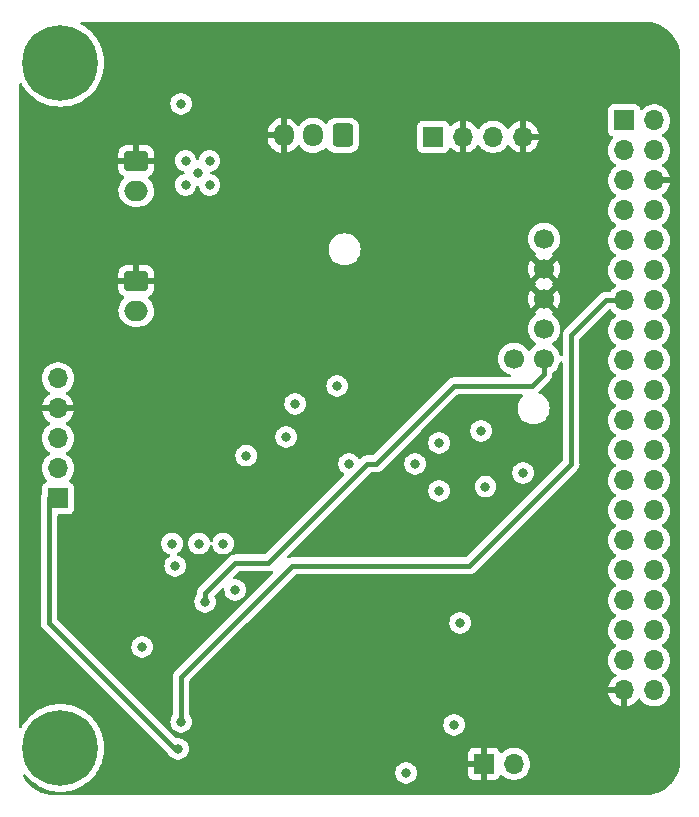
<source format=gbr>
%TF.GenerationSoftware,KiCad,Pcbnew,(6.99.0-2504-g6a9c6e8599)*%
%TF.CreationDate,2023-09-25T00:56:31-07:00*%
%TF.ProjectId,BuoyPower,42756f79-506f-4776-9572-2e6b69636164,rev?*%
%TF.SameCoordinates,Original*%
%TF.FileFunction,Copper,L3,Inr*%
%TF.FilePolarity,Positive*%
%FSLAX46Y46*%
G04 Gerber Fmt 4.6, Leading zero omitted, Abs format (unit mm)*
G04 Created by KiCad (PCBNEW (6.99.0-2504-g6a9c6e8599)) date 2023-09-25 00:56:31*
%MOMM*%
%LPD*%
G01*
G04 APERTURE LIST*
G04 Aperture macros list*
%AMRoundRect*
0 Rectangle with rounded corners*
0 $1 Rounding radius*
0 $2 $3 $4 $5 $6 $7 $8 $9 X,Y pos of 4 corners*
0 Add a 4 corners polygon primitive as box body*
4,1,4,$2,$3,$4,$5,$6,$7,$8,$9,$2,$3,0*
0 Add four circle primitives for the rounded corners*
1,1,$1+$1,$2,$3*
1,1,$1+$1,$4,$5*
1,1,$1+$1,$6,$7*
1,1,$1+$1,$8,$9*
0 Add four rect primitives between the rounded corners*
20,1,$1+$1,$2,$3,$4,$5,0*
20,1,$1+$1,$4,$5,$6,$7,0*
20,1,$1+$1,$6,$7,$8,$9,0*
20,1,$1+$1,$8,$9,$2,$3,0*%
G04 Aperture macros list end*
%TA.AperFunction,ComponentPad*%
%ADD10R,1.700000X1.700000*%
%TD*%
%TA.AperFunction,ComponentPad*%
%ADD11O,1.700000X1.700000*%
%TD*%
%TA.AperFunction,ComponentPad*%
%ADD12RoundRect,0.250000X0.600000X0.725000X-0.600000X0.725000X-0.600000X-0.725000X0.600000X-0.725000X0*%
%TD*%
%TA.AperFunction,ComponentPad*%
%ADD13O,1.700000X1.950000*%
%TD*%
%TA.AperFunction,ComponentPad*%
%ADD14RoundRect,0.250000X-0.750000X0.600000X-0.750000X-0.600000X0.750000X-0.600000X0.750000X0.600000X0*%
%TD*%
%TA.AperFunction,ComponentPad*%
%ADD15O,2.000000X1.700000*%
%TD*%
%TA.AperFunction,ComponentPad*%
%ADD16C,0.800000*%
%TD*%
%TA.AperFunction,ComponentPad*%
%ADD17C,6.400000*%
%TD*%
%TA.AperFunction,ComponentPad*%
%ADD18C,1.700000*%
%TD*%
%TA.AperFunction,ViaPad*%
%ADD19C,0.800000*%
%TD*%
%TA.AperFunction,Conductor*%
%ADD20C,0.406400*%
%TD*%
G04 APERTURE END LIST*
D10*
%TO.N,GND*%
%TO.C,J9*%
X164332999Y-128523999D03*
D11*
%TO.N,Net-(BT2-+)*%
X166872999Y-128523999D03*
%TD*%
D10*
%TO.N,BATT_IN*%
%TO.C,J8*%
X160029999Y-75437999D03*
D11*
%TO.N,GND*%
X162569999Y-75437999D03*
%TO.N,+5V*%
X165109999Y-75437999D03*
%TO.N,GND*%
X167649999Y-75437999D03*
%TD*%
D12*
%TO.N,BATT_IN*%
%TO.C,J5*%
X152360000Y-75311000D03*
D13*
%TO.N,unconnected-(J5-Pin_2)*%
X149859999Y-75310999D03*
%TO.N,GND*%
X147359999Y-75310999D03*
%TD*%
D14*
%TO.N,GND*%
%TO.C,J4*%
X134895000Y-87650000D03*
D15*
%TO.N,BATT_IN*%
X134894999Y-90149999D03*
%TD*%
D16*
%TO.N,N/C*%
%TO.C,H3*%
X130868000Y-127174000D03*
X130165056Y-128871056D03*
X130165056Y-125476944D03*
X128468000Y-129574000D03*
D17*
X128468000Y-127174000D03*
D16*
X128468000Y-124774000D03*
X126770944Y-128871056D03*
X126770944Y-125476944D03*
X126068000Y-127174000D03*
%TD*%
%TO.N,N/C*%
%TO.C,H2*%
X130868000Y-69174000D03*
X130165056Y-70871056D03*
X130165056Y-67476944D03*
X128468000Y-71574000D03*
D17*
X128468000Y-69174000D03*
D16*
X128468000Y-66774000D03*
X126770944Y-70871056D03*
X126770944Y-67476944D03*
X126068000Y-69174000D03*
%TD*%
D10*
%TO.N,/HOLD*%
%TO.C,J2*%
X128269999Y-106039999D03*
D11*
%TO.N,/SCL*%
X128269999Y-103499999D03*
%TO.N,/SDA*%
X128269999Y-100959999D03*
%TO.N,GND*%
X128269999Y-98419999D03*
%TO.N,VBUS*%
X128269999Y-95879999D03*
%TD*%
D18*
%TO.N,+5V*%
%TO.C,J1*%
X169418000Y-84074000D03*
%TO.N,GND*%
X169418000Y-86614000D03*
X169418000Y-89154000D03*
%TO.N,/PowerMonitor/VOUT*%
X169418000Y-91694000D03*
%TO.N,/REG_EN*%
X169418000Y-94234000D03*
%TO.N,N/C*%
X166878000Y-94234000D03*
%TD*%
D14*
%TO.N,GND*%
%TO.C,J7*%
X134895000Y-77490000D03*
D15*
%TO.N,BATT_IN*%
X134894999Y-79989999D03*
%TD*%
D10*
%TO.N,VBUS*%
%TO.C,J10*%
X176197999Y-74043999D03*
D11*
%TO.N,+5V*%
X178737999Y-74043999D03*
%TO.N,/SDA*%
X176197999Y-76583999D03*
%TO.N,+5V*%
X178737999Y-76583999D03*
%TO.N,/SCL*%
X176197999Y-79123999D03*
%TO.N,GND*%
X178737999Y-79123999D03*
%TO.N,unconnected-(J10-Pin_7)*%
X176197999Y-81663999D03*
%TO.N,unconnected-(J10-Pin_8)*%
X178737999Y-81663999D03*
%TO.N,unconnected-(J10-Pin_9)*%
X176197999Y-84203999D03*
%TO.N,unconnected-(J10-Pin_10)*%
X178737999Y-84203999D03*
%TO.N,/HOLD*%
X176197999Y-86743999D03*
%TO.N,unconnected-(J10-Pin_12)*%
X178737999Y-86743999D03*
%TO.N,/TEST*%
X176197999Y-89283999D03*
%TO.N,unconnected-(J10-Pin_14)*%
X178737999Y-89283999D03*
%TO.N,unconnected-(J10-Pin_15)*%
X176197999Y-91823999D03*
%TO.N,unconnected-(J10-Pin_16)*%
X178737999Y-91823999D03*
%TO.N,unconnected-(J10-Pin_17)*%
X176197999Y-94363999D03*
%TO.N,unconnected-(J10-Pin_18)*%
X178737999Y-94363999D03*
%TO.N,unconnected-(J10-Pin_19)*%
X176197999Y-96903999D03*
%TO.N,unconnected-(J10-Pin_20)*%
X178737999Y-96903999D03*
%TO.N,unconnected-(J10-Pin_21)*%
X176197999Y-99443999D03*
%TO.N,unconnected-(J10-Pin_22)*%
X178737999Y-99443999D03*
%TO.N,unconnected-(J10-Pin_23)*%
X176197999Y-101983999D03*
%TO.N,unconnected-(J10-Pin_24)*%
X178737999Y-101983999D03*
%TO.N,unconnected-(J10-Pin_25)*%
X176197999Y-104523999D03*
%TO.N,unconnected-(J10-Pin_26)*%
X178737999Y-104523999D03*
%TO.N,unconnected-(J10-Pin_27)*%
X176197999Y-107063999D03*
%TO.N,unconnected-(J10-Pin_28)*%
X178737999Y-107063999D03*
%TO.N,unconnected-(J10-Pin_29)*%
X176197999Y-109603999D03*
%TO.N,unconnected-(J10-Pin_30)*%
X178737999Y-109603999D03*
%TO.N,unconnected-(J10-Pin_31)*%
X176197999Y-112143999D03*
%TO.N,unconnected-(J10-Pin_32)*%
X178737999Y-112143999D03*
%TO.N,unconnected-(J10-Pin_33)*%
X176197999Y-114683999D03*
%TO.N,unconnected-(J10-Pin_34)*%
X178737999Y-114683999D03*
%TO.N,unconnected-(J10-Pin_35)*%
X176197999Y-117223999D03*
%TO.N,unconnected-(J10-Pin_36)*%
X178737999Y-117223999D03*
%TO.N,unconnected-(J10-Pin_37)*%
X176197999Y-119763999D03*
%TO.N,unconnected-(J10-Pin_38)*%
X178737999Y-119763999D03*
%TO.N,GND*%
X176197999Y-122303999D03*
%TO.N,unconnected-(J10-Pin_40)*%
X178737999Y-122303999D03*
%TD*%
D19*
%TO.N,VBUS*%
X152908000Y-103124000D03*
%TO.N,GND*%
X143764000Y-106172000D03*
%TO.N,/SDA*%
X148336000Y-98044000D03*
X147574000Y-100838000D03*
%TO.N,GND*%
X149987000Y-120142000D03*
X167259000Y-116205000D03*
X165735000Y-87884000D03*
X145796000Y-119634000D03*
X154686000Y-104902000D03*
X166751000Y-88900000D03*
X153924000Y-118745000D03*
X168300400Y-118745000D03*
X167259000Y-113665000D03*
X153924000Y-116205000D03*
X164719000Y-88900000D03*
X156210000Y-121539000D03*
X168275000Y-117500400D03*
X157226000Y-126111000D03*
X153924000Y-114935000D03*
X166751000Y-86868000D03*
X149098000Y-96012000D03*
X130810000Y-122809000D03*
X127508000Y-119888000D03*
X143256000Y-99568000D03*
X136144000Y-116332000D03*
X164719000Y-86868000D03*
X145415000Y-90170000D03*
X139954000Y-74422000D03*
X154686000Y-107442000D03*
X167259000Y-114935000D03*
X153924000Y-117475000D03*
X141605000Y-99568000D03*
%TO.N,VBUS*%
X138684000Y-72644000D03*
X164449000Y-105045000D03*
X144195800Y-102433000D03*
X158496000Y-103124000D03*
X151892000Y-96520000D03*
%TO.N,/REG_EN*%
X140716000Y-114808000D03*
%TO.N,/SDA*%
X167640000Y-103886000D03*
X164084000Y-100330000D03*
%TO.N,/SCL*%
X160528000Y-101346000D03*
X160528000Y-105410000D03*
%TO.N,/HOLD*%
X138430000Y-127254000D03*
%TO.N,/TEST*%
X138684000Y-124968000D03*
%TO.N,BATT_IN*%
X140081000Y-78486000D03*
X141097000Y-79502000D03*
X139065000Y-77470000D03*
X139065000Y-79502000D03*
X141097000Y-77470000D03*
%TO.N,Net-(BT2-+)*%
X162306000Y-116586000D03*
X138176000Y-111760000D03*
%TO.N,VCC*%
X142240000Y-109870000D03*
X140208000Y-109870000D03*
X143256000Y-113792000D03*
X135382000Y-118618000D03*
X137922000Y-109870000D03*
X157734000Y-129286000D03*
X161798000Y-125222000D03*
%TD*%
D20*
%TO.N,/REG_EN*%
X140716000Y-114046000D02*
X140716000Y-114808000D01*
X159258000Y-99060000D02*
X155194000Y-103124000D01*
X154432000Y-103124000D02*
X152146000Y-105410000D01*
X141478000Y-113284000D02*
X140716000Y-114046000D01*
X169418000Y-95504000D02*
X168910000Y-96012000D01*
X161798000Y-96520000D02*
X159258000Y-99060000D01*
X168910000Y-96012000D02*
X168402000Y-96520000D01*
X154686000Y-103124000D02*
X154432000Y-103124000D01*
X166116000Y-96520000D02*
X161798000Y-96520000D01*
X169418000Y-94234000D02*
X169418000Y-95504000D01*
X155194000Y-103124000D02*
X154686000Y-103124000D01*
X168402000Y-96520000D02*
X166116000Y-96520000D01*
X143256000Y-111506000D02*
X141478000Y-113284000D01*
X146050000Y-111506000D02*
X143256000Y-111506000D01*
X152146000Y-105410000D02*
X146050000Y-111506000D01*
%TO.N,/HOLD*%
X127508000Y-106040000D02*
X127508000Y-116586000D01*
X130556000Y-119634000D02*
X138176000Y-127254000D01*
X138176000Y-127254000D02*
X138430000Y-127254000D01*
X127508000Y-116586000D02*
X130556000Y-119634000D01*
%TO.N,/TEST*%
X174622000Y-89284000D02*
X173990000Y-89916000D01*
X138684000Y-121158000D02*
X138684000Y-124968000D01*
X171704000Y-103124000D02*
X163322000Y-111506000D01*
X176198000Y-89284000D02*
X174622000Y-89284000D01*
X171704000Y-98806000D02*
X171704000Y-103124000D01*
X152908000Y-111760000D02*
X148082000Y-111760000D01*
X163068000Y-111760000D02*
X152908000Y-111760000D01*
X148082000Y-111760000D02*
X139446000Y-120396000D01*
X139446000Y-120396000D02*
X138684000Y-121158000D01*
X171704000Y-92202000D02*
X171704000Y-98806000D01*
X173990000Y-89916000D02*
X171704000Y-92202000D01*
X163322000Y-111506000D02*
X163068000Y-111760000D01*
%TD*%
%TA.AperFunction,Conductor*%
%TO.N,GND*%
G36*
X177971301Y-65674673D02*
G01*
X178101487Y-65681496D01*
X178281790Y-65691622D01*
X178294421Y-65692973D01*
X178443061Y-65716515D01*
X178444150Y-65716694D01*
X178532176Y-65731650D01*
X178603217Y-65743721D01*
X178614721Y-65746234D01*
X178763562Y-65786115D01*
X178765832Y-65786746D01*
X178917080Y-65830320D01*
X178927346Y-65833762D01*
X178999017Y-65861274D01*
X179072618Y-65889527D01*
X179075681Y-65890749D01*
X179219685Y-65950397D01*
X179228671Y-65954539D01*
X179368063Y-66025564D01*
X179371759Y-66027526D01*
X179507476Y-66102534D01*
X179515152Y-66107140D01*
X179646698Y-66192567D01*
X179650952Y-66195455D01*
X179777123Y-66284978D01*
X179783477Y-66289799D01*
X179905529Y-66388635D01*
X179910195Y-66392604D01*
X180025387Y-66495546D01*
X180030522Y-66500402D01*
X180141598Y-66611478D01*
X180146454Y-66616613D01*
X180249396Y-66731805D01*
X180253365Y-66736471D01*
X180352201Y-66858523D01*
X180357022Y-66864877D01*
X180446545Y-66991048D01*
X180449433Y-66995302D01*
X180534860Y-67126848D01*
X180539466Y-67134524D01*
X180614467Y-67270228D01*
X180616436Y-67273937D01*
X180639982Y-67320147D01*
X180687461Y-67413330D01*
X180691603Y-67422315D01*
X180751251Y-67566319D01*
X180752473Y-67569382D01*
X180808235Y-67714646D01*
X180811680Y-67724920D01*
X180855254Y-67876168D01*
X180855885Y-67878438D01*
X180895766Y-68027279D01*
X180898279Y-68038783D01*
X180910350Y-68109824D01*
X180925306Y-68197850D01*
X180925485Y-68198939D01*
X180949026Y-68347572D01*
X180950378Y-68360210D01*
X180958173Y-68499000D01*
X180960503Y-68540486D01*
X180967327Y-68670699D01*
X180967500Y-68677293D01*
X180967500Y-128170707D01*
X180967327Y-128177301D01*
X180960518Y-128307224D01*
X180952917Y-128442585D01*
X180950379Y-128487783D01*
X180949027Y-128500421D01*
X180925485Y-128649061D01*
X180925306Y-128650150D01*
X180918979Y-128687393D01*
X180898279Y-128809217D01*
X180895766Y-128820721D01*
X180855885Y-128969562D01*
X180855254Y-128971832D01*
X180811680Y-129123080D01*
X180808238Y-129133346D01*
X180793096Y-129172791D01*
X180752473Y-129278618D01*
X180751251Y-129281681D01*
X180691603Y-129425685D01*
X180687461Y-129434670D01*
X180616436Y-129574063D01*
X180614474Y-129577759D01*
X180539466Y-129713476D01*
X180534863Y-129721147D01*
X180453587Y-129846302D01*
X180449433Y-129852698D01*
X180446545Y-129856952D01*
X180357022Y-129983123D01*
X180352201Y-129989477D01*
X180253365Y-130111529D01*
X180249396Y-130116195D01*
X180146454Y-130231387D01*
X180141598Y-130236522D01*
X180030522Y-130347598D01*
X180025387Y-130352454D01*
X179910195Y-130455396D01*
X179905529Y-130459365D01*
X179783477Y-130558201D01*
X179777123Y-130563022D01*
X179650952Y-130652545D01*
X179646709Y-130655426D01*
X179567772Y-130706688D01*
X179515152Y-130740860D01*
X179507481Y-130745463D01*
X179371759Y-130820474D01*
X179368063Y-130822436D01*
X179236507Y-130889468D01*
X179228670Y-130893461D01*
X179219685Y-130897603D01*
X179075681Y-130957251D01*
X179072618Y-130958473D01*
X179019006Y-130979053D01*
X178927346Y-131014238D01*
X178917080Y-131017680D01*
X178765832Y-131061254D01*
X178763562Y-131061885D01*
X178614721Y-131101766D01*
X178603217Y-131104279D01*
X178532176Y-131116350D01*
X178444150Y-131131306D01*
X178443061Y-131131485D01*
X178294421Y-131155027D01*
X178281790Y-131156378D01*
X178101487Y-131166504D01*
X177971301Y-131173327D01*
X177964707Y-131173500D01*
X127971293Y-131173500D01*
X127964699Y-131173327D01*
X127834513Y-131166504D01*
X127654210Y-131156378D01*
X127641579Y-131155027D01*
X127492939Y-131131485D01*
X127491850Y-131131306D01*
X127403824Y-131116350D01*
X127332783Y-131104279D01*
X127321279Y-131101766D01*
X127172438Y-131061885D01*
X127170168Y-131061254D01*
X127018920Y-131017680D01*
X127008654Y-131014238D01*
X126916994Y-130979053D01*
X126863382Y-130958473D01*
X126860319Y-130957251D01*
X126716315Y-130897603D01*
X126707330Y-130893461D01*
X126699493Y-130889468D01*
X126567937Y-130822436D01*
X126564241Y-130820474D01*
X126428519Y-130745463D01*
X126420848Y-130740860D01*
X126368228Y-130706688D01*
X126289291Y-130655426D01*
X126285048Y-130652545D01*
X126158877Y-130563022D01*
X126152523Y-130558201D01*
X126030471Y-130459365D01*
X126025805Y-130455396D01*
X125910613Y-130352454D01*
X125905478Y-130347598D01*
X125794403Y-130236523D01*
X125789547Y-130231388D01*
X125686604Y-130116195D01*
X125682635Y-130111529D01*
X125583799Y-129989477D01*
X125578978Y-129983123D01*
X125489455Y-129856952D01*
X125486567Y-129852698D01*
X125482414Y-129846302D01*
X125401137Y-129721147D01*
X125396534Y-129713475D01*
X125323059Y-129580531D01*
X125307614Y-129511235D01*
X125332085Y-129444589D01*
X125388703Y-129401753D01*
X125459492Y-129396328D01*
X125521977Y-129430035D01*
X125531257Y-129440289D01*
X125706183Y-129656305D01*
X125706191Y-129656314D01*
X125708266Y-129658876D01*
X125983124Y-129933734D01*
X125985682Y-129935806D01*
X125985686Y-129935809D01*
X126134165Y-130056045D01*
X126285207Y-130178357D01*
X126287970Y-130180152D01*
X126287971Y-130180152D01*
X126553294Y-130352454D01*
X126611205Y-130390062D01*
X126614139Y-130391557D01*
X126614146Y-130391561D01*
X126844687Y-130509027D01*
X126957547Y-130566532D01*
X127320438Y-130705833D01*
X127695901Y-130806438D01*
X127899793Y-130838732D01*
X128076576Y-130866732D01*
X128076584Y-130866733D01*
X128079824Y-130867246D01*
X128468000Y-130887589D01*
X128856176Y-130867246D01*
X128859416Y-130866733D01*
X128859424Y-130866732D01*
X129036207Y-130838732D01*
X129240099Y-130806438D01*
X129615562Y-130705833D01*
X129978453Y-130566532D01*
X130091313Y-130509027D01*
X130321854Y-130391561D01*
X130321861Y-130391557D01*
X130324795Y-130390062D01*
X130382707Y-130352454D01*
X130648029Y-130180152D01*
X130648030Y-130180152D01*
X130650793Y-130178357D01*
X130801835Y-130056045D01*
X130950314Y-129935809D01*
X130950318Y-129935806D01*
X130952876Y-129933734D01*
X131227734Y-129658876D01*
X131233893Y-129651271D01*
X131409293Y-129434670D01*
X131472357Y-129356793D01*
X131518330Y-129286000D01*
X156820496Y-129286000D01*
X156821186Y-129292565D01*
X156838808Y-129460225D01*
X156840458Y-129475928D01*
X156899473Y-129657556D01*
X156902776Y-129663278D01*
X156902777Y-129663279D01*
X156931758Y-129713475D01*
X156994960Y-129822944D01*
X156999378Y-129827851D01*
X156999379Y-129827852D01*
X157047810Y-129881640D01*
X157122747Y-129964866D01*
X157277248Y-130077118D01*
X157283276Y-130079802D01*
X157283278Y-130079803D01*
X157445681Y-130152109D01*
X157451712Y-130154794D01*
X157545113Y-130174647D01*
X157632056Y-130193128D01*
X157632061Y-130193128D01*
X157638513Y-130194500D01*
X157829487Y-130194500D01*
X157835939Y-130193128D01*
X157835944Y-130193128D01*
X157922887Y-130174647D01*
X158016288Y-130154794D01*
X158022319Y-130152109D01*
X158184722Y-130079803D01*
X158184724Y-130079802D01*
X158190752Y-130077118D01*
X158345253Y-129964866D01*
X158420190Y-129881640D01*
X158468621Y-129827852D01*
X158468622Y-129827851D01*
X158473040Y-129822944D01*
X158536242Y-129713475D01*
X158565223Y-129663279D01*
X158565224Y-129663278D01*
X158568527Y-129657556D01*
X158627542Y-129475928D01*
X158629193Y-129460225D01*
X158633502Y-129419223D01*
X162975000Y-129419223D01*
X162975360Y-129425938D01*
X162980662Y-129475257D01*
X162984259Y-129490478D01*
X163029405Y-129611520D01*
X163037954Y-129627176D01*
X163114698Y-129729693D01*
X163127307Y-129742302D01*
X163229824Y-129819046D01*
X163245480Y-129827595D01*
X163366522Y-129872741D01*
X163381743Y-129876338D01*
X163431062Y-129881640D01*
X163437777Y-129882000D01*
X164060885Y-129882000D01*
X164076124Y-129877525D01*
X164077329Y-129876135D01*
X164079000Y-129868452D01*
X164079000Y-129863885D01*
X164587000Y-129863885D01*
X164591475Y-129879124D01*
X164592865Y-129880329D01*
X164600548Y-129882000D01*
X165228223Y-129882000D01*
X165234938Y-129881640D01*
X165284257Y-129876338D01*
X165299478Y-129872741D01*
X165420520Y-129827595D01*
X165436176Y-129819046D01*
X165538693Y-129742302D01*
X165551302Y-129729693D01*
X165628046Y-129627176D01*
X165636595Y-129611520D01*
X165677618Y-129501531D01*
X165720165Y-129444695D01*
X165786685Y-129419884D01*
X165856059Y-129434975D01*
X165888375Y-129460225D01*
X165949760Y-129526906D01*
X165953879Y-129530112D01*
X166122316Y-129661213D01*
X166127424Y-129665189D01*
X166185085Y-129696393D01*
X166269917Y-129742302D01*
X166325426Y-129772342D01*
X166538365Y-129845444D01*
X166543499Y-129846301D01*
X166543504Y-129846302D01*
X166755294Y-129881643D01*
X166755296Y-129881643D01*
X166760431Y-129882500D01*
X166985569Y-129882500D01*
X166990704Y-129881643D01*
X166990706Y-129881643D01*
X167202496Y-129846302D01*
X167202501Y-129846301D01*
X167207635Y-129845444D01*
X167420574Y-129772342D01*
X167476084Y-129742302D01*
X167560915Y-129696393D01*
X167618576Y-129665189D01*
X167623685Y-129661213D01*
X167792121Y-129530112D01*
X167796240Y-129526906D01*
X167872019Y-129444589D01*
X167945194Y-129365101D01*
X167945197Y-129365097D01*
X167948722Y-129361268D01*
X168071860Y-129172791D01*
X168162296Y-128966616D01*
X168166086Y-128951652D01*
X168216283Y-128753427D01*
X168216283Y-128753426D01*
X168217564Y-128748368D01*
X168222861Y-128684453D01*
X168235726Y-128529189D01*
X168236156Y-128524000D01*
X168229398Y-128442443D01*
X168217995Y-128304828D01*
X168217994Y-128304823D01*
X168217564Y-128299632D01*
X168184916Y-128170707D01*
X168163578Y-128086446D01*
X168163578Y-128086445D01*
X168162296Y-128081384D01*
X168098854Y-127936749D01*
X168073954Y-127879982D01*
X168073952Y-127879978D01*
X168071860Y-127875209D01*
X167948722Y-127686732D01*
X167945197Y-127682903D01*
X167945194Y-127682899D01*
X167829775Y-127557522D01*
X167796240Y-127521094D01*
X167618576Y-127382811D01*
X167499383Y-127318307D01*
X167425159Y-127278139D01*
X167425156Y-127278138D01*
X167420574Y-127275658D01*
X167207635Y-127202556D01*
X167202501Y-127201699D01*
X167202496Y-127201698D01*
X166990706Y-127166357D01*
X166990704Y-127166357D01*
X166985569Y-127165500D01*
X166760431Y-127165500D01*
X166755296Y-127166357D01*
X166755294Y-127166357D01*
X166543504Y-127201698D01*
X166543499Y-127201699D01*
X166538365Y-127202556D01*
X166325426Y-127275658D01*
X166320844Y-127278138D01*
X166320841Y-127278139D01*
X166246617Y-127318307D01*
X166127424Y-127382811D01*
X165949760Y-127521094D01*
X165916225Y-127557522D01*
X165888375Y-127587775D01*
X165827521Y-127624346D01*
X165756557Y-127622211D01*
X165698012Y-127582049D01*
X165677618Y-127546469D01*
X165636595Y-127436480D01*
X165628046Y-127420824D01*
X165551302Y-127318307D01*
X165538693Y-127305698D01*
X165436176Y-127228954D01*
X165420520Y-127220405D01*
X165299478Y-127175259D01*
X165284257Y-127171662D01*
X165234938Y-127166360D01*
X165228223Y-127166000D01*
X164605115Y-127166000D01*
X164589876Y-127170475D01*
X164588671Y-127171865D01*
X164587000Y-127179548D01*
X164587000Y-129863885D01*
X164079000Y-129863885D01*
X164079000Y-128796115D01*
X164074525Y-128780876D01*
X164073135Y-128779671D01*
X164065452Y-128778000D01*
X162993115Y-128778000D01*
X162977876Y-128782475D01*
X162976671Y-128783865D01*
X162975000Y-128791548D01*
X162975000Y-129419223D01*
X158633502Y-129419223D01*
X158646814Y-129292565D01*
X158647504Y-129286000D01*
X158636064Y-129177157D01*
X158628232Y-129102635D01*
X158628232Y-129102633D01*
X158627542Y-129096072D01*
X158568527Y-128914444D01*
X158473040Y-128749056D01*
X158417519Y-128687393D01*
X158349675Y-128612045D01*
X158349674Y-128612044D01*
X158345253Y-128607134D01*
X158223687Y-128518811D01*
X158196094Y-128498763D01*
X158196093Y-128498762D01*
X158190752Y-128494882D01*
X158184724Y-128492198D01*
X158184722Y-128492197D01*
X158022319Y-128419891D01*
X158022318Y-128419891D01*
X158016288Y-128417206D01*
X157922888Y-128397353D01*
X157835944Y-128378872D01*
X157835939Y-128378872D01*
X157829487Y-128377500D01*
X157638513Y-128377500D01*
X157632061Y-128378872D01*
X157632056Y-128378872D01*
X157545112Y-128397353D01*
X157451712Y-128417206D01*
X157445682Y-128419891D01*
X157445681Y-128419891D01*
X157283278Y-128492197D01*
X157283276Y-128492198D01*
X157277248Y-128494882D01*
X157271907Y-128498762D01*
X157271906Y-128498763D01*
X157244313Y-128518811D01*
X157122747Y-128607134D01*
X157118326Y-128612044D01*
X157118325Y-128612045D01*
X157050482Y-128687393D01*
X156994960Y-128749056D01*
X156899473Y-128914444D01*
X156840458Y-129096072D01*
X156839768Y-129102633D01*
X156839768Y-129102635D01*
X156831936Y-129177157D01*
X156820496Y-129286000D01*
X131518330Y-129286000D01*
X131684062Y-129030795D01*
X131714106Y-128971832D01*
X131859034Y-128687393D01*
X131860532Y-128684453D01*
X131953431Y-128442443D01*
X131998647Y-128324652D01*
X131998648Y-128324650D01*
X131999833Y-128321562D01*
X132018503Y-128251885D01*
X162975000Y-128251885D01*
X162979475Y-128267124D01*
X162980865Y-128268329D01*
X162988548Y-128270000D01*
X164060885Y-128270000D01*
X164076124Y-128265525D01*
X164077329Y-128264135D01*
X164079000Y-128256452D01*
X164079000Y-127184115D01*
X164074525Y-127168876D01*
X164073135Y-127167671D01*
X164065452Y-127166000D01*
X163437777Y-127166000D01*
X163431062Y-127166360D01*
X163381743Y-127171662D01*
X163366522Y-127175259D01*
X163245480Y-127220405D01*
X163229824Y-127228954D01*
X163127307Y-127305698D01*
X163114698Y-127318307D01*
X163037954Y-127420824D01*
X163029405Y-127436480D01*
X162984259Y-127557522D01*
X162980662Y-127572743D01*
X162975360Y-127622062D01*
X162975000Y-127628777D01*
X162975000Y-128251885D01*
X132018503Y-128251885D01*
X132100438Y-127946099D01*
X132150301Y-127631279D01*
X132160732Y-127565424D01*
X132160733Y-127565416D01*
X132161246Y-127562176D01*
X132181589Y-127174000D01*
X132161246Y-126785824D01*
X132100438Y-126401901D01*
X131999833Y-126026438D01*
X131860532Y-125663547D01*
X131821667Y-125587271D01*
X131685561Y-125320147D01*
X131685557Y-125320140D01*
X131684062Y-125317206D01*
X131472357Y-124991207D01*
X131227734Y-124689124D01*
X130952876Y-124414266D01*
X130877474Y-124353206D01*
X130653355Y-124171718D01*
X130650793Y-124169643D01*
X130324795Y-123957938D01*
X130321861Y-123956443D01*
X130321854Y-123956439D01*
X129981393Y-123782966D01*
X129978453Y-123781468D01*
X129615562Y-123642167D01*
X129240099Y-123541562D01*
X129036207Y-123509268D01*
X128859424Y-123481268D01*
X128859416Y-123481267D01*
X128856176Y-123480754D01*
X128468000Y-123460411D01*
X128079824Y-123480754D01*
X128076584Y-123481267D01*
X128076576Y-123481268D01*
X127899793Y-123509268D01*
X127695901Y-123541562D01*
X127320438Y-123642167D01*
X126957547Y-123781468D01*
X126954607Y-123782966D01*
X126614147Y-123956439D01*
X126614140Y-123956443D01*
X126611206Y-123957938D01*
X126285207Y-124169643D01*
X126282645Y-124171718D01*
X126058527Y-124353206D01*
X125983124Y-124414266D01*
X125708266Y-124689124D01*
X125463643Y-124991207D01*
X125251938Y-125317206D01*
X125250443Y-125320140D01*
X125250439Y-125320147D01*
X125206767Y-125405859D01*
X125158019Y-125457474D01*
X125089104Y-125474540D01*
X125021902Y-125451639D01*
X124977750Y-125396042D01*
X124968500Y-125348656D01*
X124968500Y-116629287D01*
X126792380Y-116629287D01*
X126793754Y-116636783D01*
X126803398Y-116689407D01*
X126804541Y-116696919D01*
X126811906Y-116757572D01*
X126814607Y-116764693D01*
X126814607Y-116764694D01*
X126815556Y-116767195D01*
X126821680Y-116789163D01*
X126823535Y-116799287D01*
X126826663Y-116806238D01*
X126826664Y-116806240D01*
X126848611Y-116855003D01*
X126851524Y-116862035D01*
X126873193Y-116919173D01*
X126877518Y-116925439D01*
X126877519Y-116925441D01*
X126879042Y-116927647D01*
X126890242Y-116947505D01*
X126894467Y-116956893D01*
X126923988Y-116994573D01*
X126932149Y-117004990D01*
X126936650Y-117011107D01*
X126971372Y-117061411D01*
X126977073Y-117066462D01*
X126977077Y-117066466D01*
X127017118Y-117101938D01*
X127022660Y-117107156D01*
X130022313Y-120106809D01*
X137654842Y-127739337D01*
X137660064Y-127744884D01*
X137663982Y-127749307D01*
X137678779Y-127769846D01*
X137690960Y-127790944D01*
X137818747Y-127932866D01*
X137973248Y-128045118D01*
X137979276Y-128047802D01*
X137979278Y-128047803D01*
X138141681Y-128120109D01*
X138147712Y-128122794D01*
X138241113Y-128142647D01*
X138328056Y-128161128D01*
X138328061Y-128161128D01*
X138334513Y-128162500D01*
X138525487Y-128162500D01*
X138531939Y-128161128D01*
X138531944Y-128161128D01*
X138618887Y-128142647D01*
X138712288Y-128122794D01*
X138718319Y-128120109D01*
X138880722Y-128047803D01*
X138880724Y-128047802D01*
X138886752Y-128045118D01*
X139041253Y-127932866D01*
X139169040Y-127790944D01*
X139264527Y-127625556D01*
X139323542Y-127443928D01*
X139343504Y-127254000D01*
X139334293Y-127166360D01*
X139324232Y-127070635D01*
X139324232Y-127070633D01*
X139323542Y-127064072D01*
X139264527Y-126882444D01*
X139169040Y-126717056D01*
X139041253Y-126575134D01*
X138886752Y-126462882D01*
X138880724Y-126460198D01*
X138880722Y-126460197D01*
X138718319Y-126387891D01*
X138718318Y-126387891D01*
X138712288Y-126385206D01*
X138618887Y-126365353D01*
X138531944Y-126346872D01*
X138531939Y-126346872D01*
X138525487Y-126345500D01*
X138334513Y-126345500D01*
X138334513Y-126344572D01*
X138270308Y-126332829D01*
X138237882Y-126309387D01*
X136896495Y-124968000D01*
X137770496Y-124968000D01*
X137790458Y-125157928D01*
X137849473Y-125339556D01*
X137944960Y-125504944D01*
X137949378Y-125509851D01*
X137949379Y-125509852D01*
X138068325Y-125641955D01*
X138072747Y-125646866D01*
X138227248Y-125759118D01*
X138233276Y-125761802D01*
X138233278Y-125761803D01*
X138395681Y-125834109D01*
X138401712Y-125836794D01*
X138495112Y-125856647D01*
X138582056Y-125875128D01*
X138582061Y-125875128D01*
X138588513Y-125876500D01*
X138779487Y-125876500D01*
X138785939Y-125875128D01*
X138785944Y-125875128D01*
X138872888Y-125856647D01*
X138966288Y-125836794D01*
X138972319Y-125834109D01*
X139134722Y-125761803D01*
X139134724Y-125761802D01*
X139140752Y-125759118D01*
X139295253Y-125646866D01*
X139299675Y-125641955D01*
X139418621Y-125509852D01*
X139418622Y-125509851D01*
X139423040Y-125504944D01*
X139518527Y-125339556D01*
X139556724Y-125222000D01*
X160884496Y-125222000D01*
X160885186Y-125228565D01*
X160894812Y-125320147D01*
X160904458Y-125411928D01*
X160963473Y-125593556D01*
X161058960Y-125758944D01*
X161186747Y-125900866D01*
X161341248Y-126013118D01*
X161347276Y-126015802D01*
X161347278Y-126015803D01*
X161509681Y-126088109D01*
X161515712Y-126090794D01*
X161609113Y-126110647D01*
X161696056Y-126129128D01*
X161696061Y-126129128D01*
X161702513Y-126130500D01*
X161893487Y-126130500D01*
X161899939Y-126129128D01*
X161899944Y-126129128D01*
X161986887Y-126110647D01*
X162080288Y-126090794D01*
X162086319Y-126088109D01*
X162248722Y-126015803D01*
X162248724Y-126015802D01*
X162254752Y-126013118D01*
X162409253Y-125900866D01*
X162537040Y-125758944D01*
X162632527Y-125593556D01*
X162691542Y-125411928D01*
X162701189Y-125320147D01*
X162710814Y-125228565D01*
X162711504Y-125222000D01*
X162691542Y-125032072D01*
X162632527Y-124850444D01*
X162537040Y-124685056D01*
X162457254Y-124596444D01*
X162413675Y-124548045D01*
X162413674Y-124548044D01*
X162409253Y-124543134D01*
X162310157Y-124471136D01*
X162260094Y-124434763D01*
X162260093Y-124434762D01*
X162254752Y-124430882D01*
X162248724Y-124428198D01*
X162248722Y-124428197D01*
X162086319Y-124355891D01*
X162086318Y-124355891D01*
X162080288Y-124353206D01*
X161986887Y-124333353D01*
X161899944Y-124314872D01*
X161899939Y-124314872D01*
X161893487Y-124313500D01*
X161702513Y-124313500D01*
X161696061Y-124314872D01*
X161696056Y-124314872D01*
X161609113Y-124333353D01*
X161515712Y-124353206D01*
X161509682Y-124355891D01*
X161509681Y-124355891D01*
X161347278Y-124428197D01*
X161347276Y-124428198D01*
X161341248Y-124430882D01*
X161335907Y-124434762D01*
X161335906Y-124434763D01*
X161285843Y-124471136D01*
X161186747Y-124543134D01*
X161182326Y-124548044D01*
X161182325Y-124548045D01*
X161138747Y-124596444D01*
X161058960Y-124685056D01*
X160963473Y-124850444D01*
X160904458Y-125032072D01*
X160884496Y-125222000D01*
X139556724Y-125222000D01*
X139577542Y-125157928D01*
X139597504Y-124968000D01*
X139577542Y-124778072D01*
X139518527Y-124596444D01*
X139490584Y-124548045D01*
X139426343Y-124436776D01*
X139426340Y-124436772D01*
X139423040Y-124431056D01*
X139419609Y-124427245D01*
X139395700Y-124353660D01*
X139395700Y-121504986D01*
X139415702Y-121436865D01*
X139432605Y-121415891D01*
X139979687Y-120868809D01*
X144262495Y-116586000D01*
X161392496Y-116586000D01*
X161393186Y-116592565D01*
X161409734Y-116750006D01*
X161412458Y-116775928D01*
X161471473Y-116957556D01*
X161566960Y-117122944D01*
X161694747Y-117264866D01*
X161849248Y-117377118D01*
X161855276Y-117379802D01*
X161855278Y-117379803D01*
X161997608Y-117443172D01*
X162023712Y-117454794D01*
X162117113Y-117474647D01*
X162204056Y-117493128D01*
X162204061Y-117493128D01*
X162210513Y-117494500D01*
X162401487Y-117494500D01*
X162407939Y-117493128D01*
X162407944Y-117493128D01*
X162494887Y-117474647D01*
X162588288Y-117454794D01*
X162614392Y-117443172D01*
X162756722Y-117379803D01*
X162756724Y-117379802D01*
X162762752Y-117377118D01*
X162917253Y-117264866D01*
X163045040Y-117122944D01*
X163140527Y-116957556D01*
X163199542Y-116775928D01*
X163202267Y-116750006D01*
X163218814Y-116592565D01*
X163219504Y-116586000D01*
X163199542Y-116396072D01*
X163140527Y-116214444D01*
X163045040Y-116049056D01*
X162951784Y-115945484D01*
X162921675Y-115912045D01*
X162921674Y-115912044D01*
X162917253Y-115907134D01*
X162762752Y-115794882D01*
X162756724Y-115792198D01*
X162756722Y-115792197D01*
X162594319Y-115719891D01*
X162594318Y-115719891D01*
X162588288Y-115717206D01*
X162494887Y-115697353D01*
X162407944Y-115678872D01*
X162407939Y-115678872D01*
X162401487Y-115677500D01*
X162210513Y-115677500D01*
X162204061Y-115678872D01*
X162204056Y-115678872D01*
X162117113Y-115697353D01*
X162023712Y-115717206D01*
X162017682Y-115719891D01*
X162017681Y-115719891D01*
X161855278Y-115792197D01*
X161855276Y-115792198D01*
X161849248Y-115794882D01*
X161694747Y-115907134D01*
X161690326Y-115912044D01*
X161690325Y-115912045D01*
X161660217Y-115945484D01*
X161566960Y-116049056D01*
X161471473Y-116214444D01*
X161412458Y-116396072D01*
X161392496Y-116586000D01*
X144262495Y-116586000D01*
X148339890Y-112508605D01*
X148402202Y-112474579D01*
X148428985Y-112471700D01*
X163042685Y-112471700D01*
X163050294Y-112471930D01*
X163103680Y-112475160D01*
X163103682Y-112475160D01*
X163111287Y-112475620D01*
X163171420Y-112464600D01*
X163178919Y-112463459D01*
X163210191Y-112459662D01*
X163232006Y-112457013D01*
X163232008Y-112457012D01*
X163239572Y-112456094D01*
X163249199Y-112452443D01*
X163271163Y-112446320D01*
X163281287Y-112444465D01*
X163288238Y-112441337D01*
X163288240Y-112441336D01*
X163307685Y-112432584D01*
X163337014Y-112419384D01*
X163344036Y-112416476D01*
X163394048Y-112397509D01*
X163394047Y-112397509D01*
X163401173Y-112394807D01*
X163407439Y-112390482D01*
X163407441Y-112390481D01*
X163409647Y-112388958D01*
X163429505Y-112377758D01*
X163438893Y-112373533D01*
X163486999Y-112335844D01*
X163493107Y-112331350D01*
X163543411Y-112296628D01*
X163548462Y-112290927D01*
X163548466Y-112290923D01*
X163583938Y-112250882D01*
X163589156Y-112245340D01*
X172189340Y-103645156D01*
X172194882Y-103639938D01*
X172234923Y-103604466D01*
X172234927Y-103604462D01*
X172240628Y-103599411D01*
X172246348Y-103591124D01*
X172275350Y-103549109D01*
X172279850Y-103542991D01*
X172317532Y-103494893D01*
X172321756Y-103485508D01*
X172332958Y-103465647D01*
X172334481Y-103463441D01*
X172334482Y-103463439D01*
X172338807Y-103457173D01*
X172360477Y-103400034D01*
X172363390Y-103393002D01*
X172385338Y-103344236D01*
X172388465Y-103337288D01*
X172389839Y-103329793D01*
X172390323Y-103327154D01*
X172396444Y-103305198D01*
X172397392Y-103302699D01*
X172397393Y-103302693D01*
X172400094Y-103295572D01*
X172401885Y-103280828D01*
X172407458Y-103234928D01*
X172408603Y-103227404D01*
X172409205Y-103224118D01*
X172419620Y-103167287D01*
X172417399Y-103130565D01*
X172415930Y-103106294D01*
X172415700Y-103098685D01*
X172415700Y-92548986D01*
X172435702Y-92480865D01*
X172452605Y-92459891D01*
X174879891Y-90032605D01*
X174942203Y-89998579D01*
X174968986Y-89995700D01*
X174972052Y-89995700D01*
X175040173Y-90015702D01*
X175077535Y-90052784D01*
X175122278Y-90121268D01*
X175125804Y-90125099D01*
X175125807Y-90125101D01*
X175274760Y-90286906D01*
X175278879Y-90290112D01*
X175439588Y-90415198D01*
X175452424Y-90425189D01*
X175457005Y-90427668D01*
X175485680Y-90443186D01*
X175536071Y-90493199D01*
X175551423Y-90562516D01*
X175526863Y-90629129D01*
X175485681Y-90664813D01*
X175452424Y-90682811D01*
X175274760Y-90821094D01*
X175271228Y-90824931D01*
X175125806Y-90982899D01*
X175125803Y-90982903D01*
X175122278Y-90986732D01*
X175119427Y-90991096D01*
X175003372Y-91168732D01*
X174999140Y-91175209D01*
X174997048Y-91179978D01*
X174997046Y-91179982D01*
X174965727Y-91251384D01*
X174908704Y-91381384D01*
X174907422Y-91386445D01*
X174907422Y-91386446D01*
X174885041Y-91474828D01*
X174853436Y-91599632D01*
X174853006Y-91604823D01*
X174853005Y-91604828D01*
X174846274Y-91686062D01*
X174834844Y-91824000D01*
X174835274Y-91829189D01*
X174849114Y-91996208D01*
X174853436Y-92048368D01*
X174854717Y-92053426D01*
X174854717Y-92053427D01*
X174898752Y-92227315D01*
X174908704Y-92266616D01*
X174910800Y-92271394D01*
X174993482Y-92459891D01*
X174999140Y-92472791D01*
X175001990Y-92477153D01*
X175001992Y-92477157D01*
X175091448Y-92614079D01*
X175122278Y-92661268D01*
X175125803Y-92665097D01*
X175125806Y-92665101D01*
X175227360Y-92775417D01*
X175274760Y-92826906D01*
X175278879Y-92830112D01*
X175423071Y-92942342D01*
X175452424Y-92965189D01*
X175457005Y-92967668D01*
X175485680Y-92983186D01*
X175536071Y-93033199D01*
X175551423Y-93102516D01*
X175526863Y-93169129D01*
X175485681Y-93204813D01*
X175452424Y-93222811D01*
X175274760Y-93361094D01*
X175271228Y-93364931D01*
X175125806Y-93522899D01*
X175125803Y-93522903D01*
X175122278Y-93526732D01*
X175119427Y-93531096D01*
X175003372Y-93708732D01*
X174999140Y-93715209D01*
X174997048Y-93719978D01*
X174997046Y-93719982D01*
X174965727Y-93791384D01*
X174908704Y-93921384D01*
X174907422Y-93926445D01*
X174907422Y-93926446D01*
X174885041Y-94014828D01*
X174853436Y-94139632D01*
X174834844Y-94364000D01*
X174835274Y-94369189D01*
X174850966Y-94558556D01*
X174853436Y-94588368D01*
X174854717Y-94593426D01*
X174854717Y-94593427D01*
X174886924Y-94720607D01*
X174908704Y-94806616D01*
X174910800Y-94811394D01*
X174965175Y-94935357D01*
X174999140Y-95012791D01*
X175001990Y-95017153D01*
X175001992Y-95017157D01*
X175037345Y-95071268D01*
X175122278Y-95201268D01*
X175125803Y-95205097D01*
X175125806Y-95205101D01*
X175210060Y-95296624D01*
X175274760Y-95366906D01*
X175278879Y-95370112D01*
X175425246Y-95484035D01*
X175452424Y-95505189D01*
X175457005Y-95507668D01*
X175485680Y-95523186D01*
X175536071Y-95573199D01*
X175551423Y-95642516D01*
X175526863Y-95709129D01*
X175485681Y-95744813D01*
X175452424Y-95762811D01*
X175448313Y-95766010D01*
X175448311Y-95766012D01*
X175295189Y-95885193D01*
X175274760Y-95901094D01*
X175230980Y-95948651D01*
X175125806Y-96062899D01*
X175125803Y-96062903D01*
X175122278Y-96066732D01*
X175119427Y-96071096D01*
X175003372Y-96248732D01*
X174999140Y-96255209D01*
X174997048Y-96259978D01*
X174997046Y-96259982D01*
X174939491Y-96391196D01*
X174908704Y-96461384D01*
X174907422Y-96466445D01*
X174907422Y-96466446D01*
X174887355Y-96545690D01*
X174853436Y-96679632D01*
X174853006Y-96684823D01*
X174853005Y-96684828D01*
X174836910Y-96879069D01*
X174834844Y-96904000D01*
X174835274Y-96909189D01*
X174852061Y-97111772D01*
X174853436Y-97128368D01*
X174854717Y-97133426D01*
X174854717Y-97133427D01*
X174900395Y-97313803D01*
X174908704Y-97346616D01*
X174999140Y-97552791D01*
X175001990Y-97557153D01*
X175001992Y-97557157D01*
X175033483Y-97605357D01*
X175122278Y-97741268D01*
X175125803Y-97745097D01*
X175125806Y-97745101D01*
X175220343Y-97847794D01*
X175274760Y-97906906D01*
X175278879Y-97910112D01*
X175442462Y-98037435D01*
X175452424Y-98045189D01*
X175457005Y-98047668D01*
X175485680Y-98063186D01*
X175536071Y-98113199D01*
X175551423Y-98182516D01*
X175526863Y-98249129D01*
X175485681Y-98284813D01*
X175452424Y-98302811D01*
X175448313Y-98306010D01*
X175448311Y-98306012D01*
X175300218Y-98421279D01*
X175274760Y-98441094D01*
X175271228Y-98444931D01*
X175125806Y-98602899D01*
X175125803Y-98602903D01*
X175122278Y-98606732D01*
X175119427Y-98611096D01*
X175003372Y-98788732D01*
X174999140Y-98795209D01*
X174997048Y-98799978D01*
X174997046Y-98799982D01*
X174955962Y-98893645D01*
X174908704Y-99001384D01*
X174907422Y-99006445D01*
X174907422Y-99006446D01*
X174854717Y-99214573D01*
X174853436Y-99219632D01*
X174853006Y-99224823D01*
X174853005Y-99224828D01*
X174836940Y-99418700D01*
X174834844Y-99444000D01*
X174835274Y-99449189D01*
X174852415Y-99656045D01*
X174853436Y-99668368D01*
X174854717Y-99673426D01*
X174854717Y-99673427D01*
X174880566Y-99775500D01*
X174908704Y-99886616D01*
X174910800Y-99891394D01*
X174979003Y-100046882D01*
X174999140Y-100092791D01*
X175001990Y-100097153D01*
X175001992Y-100097157D01*
X175030030Y-100140072D01*
X175122278Y-100281268D01*
X175125803Y-100285097D01*
X175125806Y-100285101D01*
X175167139Y-100330000D01*
X175274760Y-100446906D01*
X175278879Y-100450112D01*
X175371813Y-100522446D01*
X175452424Y-100585189D01*
X175457005Y-100587668D01*
X175485680Y-100603186D01*
X175536071Y-100653199D01*
X175551423Y-100722516D01*
X175526863Y-100789129D01*
X175485681Y-100824813D01*
X175452424Y-100842811D01*
X175448313Y-100846010D01*
X175448311Y-100846012D01*
X175290657Y-100968721D01*
X175274760Y-100981094D01*
X175271228Y-100984931D01*
X175125806Y-101142899D01*
X175125803Y-101142903D01*
X175122278Y-101146732D01*
X175119427Y-101151096D01*
X175003372Y-101328732D01*
X174999140Y-101335209D01*
X174997048Y-101339978D01*
X174997046Y-101339982D01*
X174979558Y-101379852D01*
X174908704Y-101541384D01*
X174907422Y-101546445D01*
X174907422Y-101546446D01*
X174854828Y-101754134D01*
X174853436Y-101759632D01*
X174853006Y-101764823D01*
X174853005Y-101764828D01*
X174836910Y-101959069D01*
X174834844Y-101984000D01*
X174853436Y-102208368D01*
X174854717Y-102213426D01*
X174854717Y-102213427D01*
X174907166Y-102420541D01*
X174908704Y-102426616D01*
X174915743Y-102442664D01*
X174994814Y-102622928D01*
X174999140Y-102632791D01*
X175001990Y-102637153D01*
X175001992Y-102637157D01*
X175024041Y-102670905D01*
X175122278Y-102821268D01*
X175125803Y-102825097D01*
X175125806Y-102825101D01*
X175163557Y-102866109D01*
X175274760Y-102986906D01*
X175278879Y-102990112D01*
X175442462Y-103117435D01*
X175452424Y-103125189D01*
X175457005Y-103127668D01*
X175485680Y-103143186D01*
X175536071Y-103193199D01*
X175551423Y-103262516D01*
X175526863Y-103329129D01*
X175485681Y-103364813D01*
X175452424Y-103382811D01*
X175448313Y-103386010D01*
X175448311Y-103386012D01*
X175290657Y-103508721D01*
X175274760Y-103521094D01*
X175251851Y-103545980D01*
X175125806Y-103682899D01*
X175125803Y-103682903D01*
X175122278Y-103686732D01*
X175119427Y-103691096D01*
X175003372Y-103868732D01*
X174999140Y-103875209D01*
X174997048Y-103879978D01*
X174997046Y-103879982D01*
X174971793Y-103937554D01*
X174908704Y-104081384D01*
X174907422Y-104086445D01*
X174907422Y-104086446D01*
X174885039Y-104174834D01*
X174853436Y-104299632D01*
X174853006Y-104304823D01*
X174853005Y-104304828D01*
X174848247Y-104362251D01*
X174834844Y-104524000D01*
X174835274Y-104529189D01*
X174852669Y-104739111D01*
X174853436Y-104748368D01*
X174908704Y-104966616D01*
X174910800Y-104971394D01*
X174983885Y-105138012D01*
X174999140Y-105172791D01*
X175001990Y-105177153D01*
X175001992Y-105177157D01*
X175091448Y-105314079D01*
X175122278Y-105361268D01*
X175125803Y-105365097D01*
X175125806Y-105365101D01*
X175173183Y-105416565D01*
X175274760Y-105526906D01*
X175278879Y-105530112D01*
X175368578Y-105599928D01*
X175452424Y-105665189D01*
X175457005Y-105667668D01*
X175485680Y-105683186D01*
X175536071Y-105733199D01*
X175551423Y-105802516D01*
X175526863Y-105869129D01*
X175485681Y-105904813D01*
X175452424Y-105922811D01*
X175448313Y-105926010D01*
X175448311Y-105926012D01*
X175278879Y-106057888D01*
X175274760Y-106061094D01*
X175271228Y-106064931D01*
X175125806Y-106222899D01*
X175125803Y-106222903D01*
X175122278Y-106226732D01*
X175119427Y-106231096D01*
X175003372Y-106408732D01*
X174999140Y-106415209D01*
X174908704Y-106621384D01*
X174853436Y-106839632D01*
X174834844Y-107064000D01*
X174853436Y-107288368D01*
X174854717Y-107293426D01*
X174854717Y-107293427D01*
X174884209Y-107409886D01*
X174908704Y-107506616D01*
X174999140Y-107712791D01*
X175001990Y-107717153D01*
X175001992Y-107717157D01*
X175016701Y-107739670D01*
X175122278Y-107901268D01*
X175125803Y-107905097D01*
X175125806Y-107905101D01*
X175227360Y-108015417D01*
X175274760Y-108066906D01*
X175452424Y-108205189D01*
X175457005Y-108207668D01*
X175485680Y-108223186D01*
X175536071Y-108273199D01*
X175551423Y-108342516D01*
X175526863Y-108409129D01*
X175485681Y-108444813D01*
X175452424Y-108462811D01*
X175274760Y-108601094D01*
X175271228Y-108604931D01*
X175125806Y-108762899D01*
X175125803Y-108762903D01*
X175122278Y-108766732D01*
X175119427Y-108771096D01*
X175003372Y-108948732D01*
X174999140Y-108955209D01*
X174997048Y-108959978D01*
X174997046Y-108959982D01*
X174979566Y-108999834D01*
X174908704Y-109161384D01*
X174907422Y-109166445D01*
X174907422Y-109166446D01*
X174865231Y-109333056D01*
X174853436Y-109379632D01*
X174834844Y-109604000D01*
X174835274Y-109609189D01*
X174841148Y-109680072D01*
X174853436Y-109828368D01*
X174854717Y-109833426D01*
X174854717Y-109833427D01*
X174888860Y-109968252D01*
X174908704Y-110046616D01*
X174999140Y-110252791D01*
X175001990Y-110257153D01*
X175001992Y-110257157D01*
X175016701Y-110279670D01*
X175122278Y-110441268D01*
X175125803Y-110445097D01*
X175125806Y-110445101D01*
X175216809Y-110543955D01*
X175274760Y-110606906D01*
X175278879Y-110610112D01*
X175445971Y-110740166D01*
X175452424Y-110745189D01*
X175457005Y-110747668D01*
X175485680Y-110763186D01*
X175536071Y-110813199D01*
X175551423Y-110882516D01*
X175526863Y-110949129D01*
X175485681Y-110984813D01*
X175452424Y-111002811D01*
X175448313Y-111006010D01*
X175448311Y-111006012D01*
X175354969Y-111078664D01*
X175274760Y-111141094D01*
X175227360Y-111192583D01*
X175125806Y-111302899D01*
X175125803Y-111302903D01*
X175122278Y-111306732D01*
X175119427Y-111311096D01*
X175003372Y-111488732D01*
X174999140Y-111495209D01*
X174997048Y-111499978D01*
X174997046Y-111499982D01*
X174939491Y-111631196D01*
X174908704Y-111701384D01*
X174853436Y-111919632D01*
X174853006Y-111924823D01*
X174853005Y-111924828D01*
X174850405Y-111956206D01*
X174834844Y-112144000D01*
X174835274Y-112149189D01*
X174850742Y-112335851D01*
X174853436Y-112368368D01*
X174854717Y-112373426D01*
X174854717Y-112373427D01*
X174900395Y-112553803D01*
X174908704Y-112586616D01*
X174999140Y-112792791D01*
X175001990Y-112797153D01*
X175001992Y-112797157D01*
X175010280Y-112809842D01*
X175122278Y-112981268D01*
X175125803Y-112985097D01*
X175125806Y-112985101D01*
X175217707Y-113084931D01*
X175274760Y-113146906D01*
X175278879Y-113150112D01*
X175413710Y-113255056D01*
X175452424Y-113285189D01*
X175457005Y-113287668D01*
X175485680Y-113303186D01*
X175536071Y-113353199D01*
X175551423Y-113422516D01*
X175526863Y-113489129D01*
X175485681Y-113524813D01*
X175452424Y-113542811D01*
X175448313Y-113546010D01*
X175448311Y-113546012D01*
X175290157Y-113669110D01*
X175274760Y-113681094D01*
X175243808Y-113714717D01*
X175125806Y-113842899D01*
X175125803Y-113842903D01*
X175122278Y-113846732D01*
X175119427Y-113851096D01*
X175003372Y-114028732D01*
X174999140Y-114035209D01*
X174997048Y-114039978D01*
X174997046Y-114039982D01*
X174945599Y-114157271D01*
X174908704Y-114241384D01*
X174907422Y-114246445D01*
X174907422Y-114246446D01*
X174894383Y-114297937D01*
X174853436Y-114459632D01*
X174834844Y-114684000D01*
X174853436Y-114908368D01*
X174854717Y-114913426D01*
X174854717Y-114913427D01*
X174877706Y-115004206D01*
X174908704Y-115126616D01*
X174999140Y-115332791D01*
X175001990Y-115337153D01*
X175001992Y-115337157D01*
X175007080Y-115344944D01*
X175122278Y-115521268D01*
X175125803Y-115525097D01*
X175125806Y-115525101D01*
X175196416Y-115601803D01*
X175274760Y-115686906D01*
X175452424Y-115825189D01*
X175457005Y-115827668D01*
X175485680Y-115843186D01*
X175536071Y-115893199D01*
X175551423Y-115962516D01*
X175526863Y-116029129D01*
X175485681Y-116064813D01*
X175452424Y-116082811D01*
X175274760Y-116221094D01*
X175271228Y-116224931D01*
X175125806Y-116382899D01*
X175125803Y-116382903D01*
X175122278Y-116386732D01*
X175119427Y-116391096D01*
X175003372Y-116568732D01*
X174999140Y-116575209D01*
X174997048Y-116579978D01*
X174997046Y-116579982D01*
X174947408Y-116693147D01*
X174908704Y-116781384D01*
X174907422Y-116786445D01*
X174907422Y-116786446D01*
X174890061Y-116855003D01*
X174853436Y-116999632D01*
X174853006Y-117004823D01*
X174853005Y-117004828D01*
X174844750Y-117104454D01*
X174834844Y-117224000D01*
X174853436Y-117448368D01*
X174908704Y-117666616D01*
X174910800Y-117671394D01*
X174979003Y-117826882D01*
X174999140Y-117872791D01*
X175001990Y-117877153D01*
X175001992Y-117877157D01*
X175016701Y-117899670D01*
X175122278Y-118061268D01*
X175125803Y-118065097D01*
X175125806Y-118065101D01*
X175135976Y-118076148D01*
X175274760Y-118226906D01*
X175452424Y-118365189D01*
X175457005Y-118367668D01*
X175485680Y-118383186D01*
X175536071Y-118433199D01*
X175551423Y-118502516D01*
X175526863Y-118569129D01*
X175485681Y-118604813D01*
X175452424Y-118622811D01*
X175274760Y-118761094D01*
X175271228Y-118764931D01*
X175125806Y-118922899D01*
X175125803Y-118922903D01*
X175122278Y-118926732D01*
X175119427Y-118931096D01*
X175003372Y-119108732D01*
X174999140Y-119115209D01*
X174997048Y-119119978D01*
X174997046Y-119119982D01*
X174979558Y-119159852D01*
X174908704Y-119321384D01*
X174853436Y-119539632D01*
X174834844Y-119764000D01*
X174835274Y-119769189D01*
X174842991Y-119862313D01*
X174853436Y-119988368D01*
X174908704Y-120206616D01*
X174999140Y-120412791D01*
X175001990Y-120417153D01*
X175001992Y-120417157D01*
X175016701Y-120439670D01*
X175122278Y-120601268D01*
X175125803Y-120605097D01*
X175125806Y-120605101D01*
X175159832Y-120642062D01*
X175274760Y-120766906D01*
X175278879Y-120770112D01*
X175431621Y-120888997D01*
X175452424Y-120905189D01*
X175486208Y-120923472D01*
X175536597Y-120973485D01*
X175551949Y-121042802D01*
X175527388Y-121109415D01*
X175486206Y-121145099D01*
X175457281Y-121160752D01*
X175448589Y-121166431D01*
X175279211Y-121298263D01*
X175271568Y-121305300D01*
X175126210Y-121463201D01*
X175119823Y-121471407D01*
X175002431Y-121651087D01*
X174997488Y-121660222D01*
X174911270Y-121856777D01*
X174907900Y-121866592D01*
X174865903Y-122032439D01*
X174866433Y-122046530D01*
X174874855Y-122050000D01*
X175583460Y-122050000D01*
X175651581Y-122070002D01*
X175698074Y-122123658D01*
X175708178Y-122193931D01*
X175692353Y-122304000D01*
X175693635Y-122312917D01*
X175708178Y-122414069D01*
X175698073Y-122484343D01*
X175651580Y-122537998D01*
X175583460Y-122558000D01*
X174879571Y-122558000D01*
X174866040Y-122561973D01*
X174864744Y-122570986D01*
X174907900Y-122741408D01*
X174911270Y-122751223D01*
X174997488Y-122947778D01*
X175002431Y-122956913D01*
X175119823Y-123136593D01*
X175126210Y-123144799D01*
X175271568Y-123302700D01*
X175279211Y-123309737D01*
X175448589Y-123441569D01*
X175457282Y-123447248D01*
X175646043Y-123549401D01*
X175655560Y-123553575D01*
X175858557Y-123623264D01*
X175868627Y-123625815D01*
X175926133Y-123635411D01*
X175939648Y-123633777D01*
X175944000Y-123619551D01*
X175944000Y-122919365D01*
X175964002Y-122851244D01*
X176017658Y-122804751D01*
X176087932Y-122794647D01*
X176105495Y-122798468D01*
X176126039Y-122804500D01*
X176269961Y-122804500D01*
X176290504Y-122798468D01*
X176361500Y-122798469D01*
X176421226Y-122836854D01*
X176450718Y-122901435D01*
X176452000Y-122919365D01*
X176452000Y-123620277D01*
X176455836Y-123633340D01*
X176470584Y-123635291D01*
X176527373Y-123625815D01*
X176537443Y-123623264D01*
X176740440Y-123553575D01*
X176749957Y-123549401D01*
X176938718Y-123447248D01*
X176947411Y-123441569D01*
X177116789Y-123309737D01*
X177124432Y-123302700D01*
X177269790Y-123144799D01*
X177276177Y-123136593D01*
X177362218Y-123004899D01*
X177416222Y-122958811D01*
X177486570Y-122949236D01*
X177550927Y-122979214D01*
X177573183Y-123004898D01*
X177662278Y-123141268D01*
X177665803Y-123145097D01*
X177665806Y-123145101D01*
X177767360Y-123255417D01*
X177814760Y-123306906D01*
X177992424Y-123445189D01*
X177997005Y-123447668D01*
X178169553Y-123541046D01*
X178190426Y-123552342D01*
X178403365Y-123625444D01*
X178408499Y-123626301D01*
X178408504Y-123626302D01*
X178620294Y-123661643D01*
X178620296Y-123661643D01*
X178625431Y-123662500D01*
X178850569Y-123662500D01*
X178855704Y-123661643D01*
X178855706Y-123661643D01*
X179067496Y-123626302D01*
X179067501Y-123626301D01*
X179072635Y-123625444D01*
X179285574Y-123552342D01*
X179306448Y-123541046D01*
X179478995Y-123447668D01*
X179483576Y-123445189D01*
X179661240Y-123306906D01*
X179708640Y-123255417D01*
X179810194Y-123145101D01*
X179810197Y-123145097D01*
X179813722Y-123141268D01*
X179936860Y-122952791D01*
X180027296Y-122746616D01*
X180043787Y-122681497D01*
X180081283Y-122533427D01*
X180081283Y-122533426D01*
X180082564Y-122528368D01*
X180089352Y-122446457D01*
X180100726Y-122309189D01*
X180101156Y-122304000D01*
X180089495Y-122163275D01*
X180082995Y-122084828D01*
X180082994Y-122084823D01*
X180082564Y-122079632D01*
X180075060Y-122050000D01*
X180028578Y-121866446D01*
X180028578Y-121866445D01*
X180027296Y-121861384D01*
X179936860Y-121655209D01*
X179813722Y-121466732D01*
X179810197Y-121462903D01*
X179810194Y-121462899D01*
X179664772Y-121304931D01*
X179661240Y-121301094D01*
X179657121Y-121297888D01*
X179487689Y-121166012D01*
X179487687Y-121166010D01*
X179483576Y-121162811D01*
X179450320Y-121144814D01*
X179399929Y-121094801D01*
X179384577Y-121025484D01*
X179409137Y-120958871D01*
X179450320Y-120923186D01*
X179478995Y-120907668D01*
X179483576Y-120905189D01*
X179504380Y-120888997D01*
X179657121Y-120770112D01*
X179661240Y-120766906D01*
X179776168Y-120642062D01*
X179810194Y-120605101D01*
X179810197Y-120605097D01*
X179813722Y-120601268D01*
X179919299Y-120439670D01*
X179934008Y-120417157D01*
X179934010Y-120417153D01*
X179936860Y-120412791D01*
X180027296Y-120206616D01*
X180082564Y-119988368D01*
X180093010Y-119862313D01*
X180100726Y-119769189D01*
X180101156Y-119764000D01*
X180082564Y-119539632D01*
X180027296Y-119321384D01*
X179956442Y-119159852D01*
X179938954Y-119119982D01*
X179938952Y-119119978D01*
X179936860Y-119115209D01*
X179932629Y-119108732D01*
X179816573Y-118931096D01*
X179813722Y-118926732D01*
X179810197Y-118922903D01*
X179810194Y-118922899D01*
X179664772Y-118764931D01*
X179661240Y-118761094D01*
X179483576Y-118622811D01*
X179450320Y-118604814D01*
X179399929Y-118554801D01*
X179384577Y-118485484D01*
X179409137Y-118418871D01*
X179450320Y-118383186D01*
X179478995Y-118367668D01*
X179483576Y-118365189D01*
X179661240Y-118226906D01*
X179800024Y-118076148D01*
X179810194Y-118065101D01*
X179810197Y-118065097D01*
X179813722Y-118061268D01*
X179919299Y-117899670D01*
X179934008Y-117877157D01*
X179934010Y-117877153D01*
X179936860Y-117872791D01*
X179956998Y-117826882D01*
X180025200Y-117671394D01*
X180027296Y-117666616D01*
X180082564Y-117448368D01*
X180101156Y-117224000D01*
X180091250Y-117104454D01*
X180082995Y-117004828D01*
X180082994Y-117004823D01*
X180082564Y-116999632D01*
X180045939Y-116855003D01*
X180028578Y-116786446D01*
X180028578Y-116786445D01*
X180027296Y-116781384D01*
X179988592Y-116693147D01*
X179938954Y-116579982D01*
X179938952Y-116579978D01*
X179936860Y-116575209D01*
X179932629Y-116568732D01*
X179816573Y-116391096D01*
X179813722Y-116386732D01*
X179810197Y-116382903D01*
X179810194Y-116382899D01*
X179664772Y-116224931D01*
X179661240Y-116221094D01*
X179483576Y-116082811D01*
X179450320Y-116064814D01*
X179399929Y-116014801D01*
X179384577Y-115945484D01*
X179409137Y-115878871D01*
X179450320Y-115843186D01*
X179478995Y-115827668D01*
X179483576Y-115825189D01*
X179661240Y-115686906D01*
X179739584Y-115601803D01*
X179810194Y-115525101D01*
X179810197Y-115525097D01*
X179813722Y-115521268D01*
X179928920Y-115344944D01*
X179934008Y-115337157D01*
X179934010Y-115337153D01*
X179936860Y-115332791D01*
X180027296Y-115126616D01*
X180058295Y-115004206D01*
X180081283Y-114913427D01*
X180081283Y-114913426D01*
X180082564Y-114908368D01*
X180101156Y-114684000D01*
X180082564Y-114459632D01*
X180041617Y-114297937D01*
X180028578Y-114246446D01*
X180028578Y-114246445D01*
X180027296Y-114241384D01*
X179990401Y-114157271D01*
X179938954Y-114039982D01*
X179938952Y-114039978D01*
X179936860Y-114035209D01*
X179932629Y-114028732D01*
X179816573Y-113851096D01*
X179813722Y-113846732D01*
X179810197Y-113842903D01*
X179810194Y-113842899D01*
X179692192Y-113714717D01*
X179661240Y-113681094D01*
X179645843Y-113669110D01*
X179487689Y-113546012D01*
X179487687Y-113546010D01*
X179483576Y-113542811D01*
X179450320Y-113524814D01*
X179399929Y-113474801D01*
X179384577Y-113405484D01*
X179409137Y-113338871D01*
X179450320Y-113303186D01*
X179478995Y-113287668D01*
X179483576Y-113285189D01*
X179522291Y-113255056D01*
X179657121Y-113150112D01*
X179661240Y-113146906D01*
X179718293Y-113084931D01*
X179810194Y-112985101D01*
X179810197Y-112985097D01*
X179813722Y-112981268D01*
X179925720Y-112809842D01*
X179934008Y-112797157D01*
X179934010Y-112797153D01*
X179936860Y-112792791D01*
X180027296Y-112586616D01*
X180035606Y-112553803D01*
X180081283Y-112373427D01*
X180081283Y-112373426D01*
X180082564Y-112368368D01*
X180085259Y-112335851D01*
X180100726Y-112149189D01*
X180101156Y-112144000D01*
X180085595Y-111956206D01*
X180082995Y-111924828D01*
X180082994Y-111924823D01*
X180082564Y-111919632D01*
X180027296Y-111701384D01*
X179996509Y-111631196D01*
X179938954Y-111499982D01*
X179938952Y-111499978D01*
X179936860Y-111495209D01*
X179932629Y-111488732D01*
X179816573Y-111311096D01*
X179813722Y-111306732D01*
X179810197Y-111302903D01*
X179810194Y-111302899D01*
X179708640Y-111192583D01*
X179661240Y-111141094D01*
X179581031Y-111078664D01*
X179487689Y-111006012D01*
X179487687Y-111006010D01*
X179483576Y-111002811D01*
X179450320Y-110984814D01*
X179399929Y-110934801D01*
X179384577Y-110865484D01*
X179409137Y-110798871D01*
X179450320Y-110763186D01*
X179478995Y-110747668D01*
X179483576Y-110745189D01*
X179490030Y-110740166D01*
X179657121Y-110610112D01*
X179661240Y-110606906D01*
X179719191Y-110543955D01*
X179810194Y-110445101D01*
X179810197Y-110445097D01*
X179813722Y-110441268D01*
X179919299Y-110279670D01*
X179934008Y-110257157D01*
X179934010Y-110257153D01*
X179936860Y-110252791D01*
X180027296Y-110046616D01*
X180047141Y-109968252D01*
X180081283Y-109833427D01*
X180081283Y-109833426D01*
X180082564Y-109828368D01*
X180094853Y-109680072D01*
X180100726Y-109609189D01*
X180101156Y-109604000D01*
X180082564Y-109379632D01*
X180070769Y-109333056D01*
X180028578Y-109166446D01*
X180028578Y-109166445D01*
X180027296Y-109161384D01*
X179956434Y-108999834D01*
X179938954Y-108959982D01*
X179938952Y-108959978D01*
X179936860Y-108955209D01*
X179932629Y-108948732D01*
X179816573Y-108771096D01*
X179813722Y-108766732D01*
X179810197Y-108762903D01*
X179810194Y-108762899D01*
X179664772Y-108604931D01*
X179661240Y-108601094D01*
X179483576Y-108462811D01*
X179450320Y-108444814D01*
X179399929Y-108394801D01*
X179384577Y-108325484D01*
X179409137Y-108258871D01*
X179450320Y-108223186D01*
X179478995Y-108207668D01*
X179483576Y-108205189D01*
X179661240Y-108066906D01*
X179708640Y-108015417D01*
X179810194Y-107905101D01*
X179810197Y-107905097D01*
X179813722Y-107901268D01*
X179919299Y-107739670D01*
X179934008Y-107717157D01*
X179934010Y-107717153D01*
X179936860Y-107712791D01*
X180027296Y-107506616D01*
X180051792Y-107409886D01*
X180081283Y-107293427D01*
X180081283Y-107293426D01*
X180082564Y-107288368D01*
X180101156Y-107064000D01*
X180082564Y-106839632D01*
X180027296Y-106621384D01*
X179936860Y-106415209D01*
X179932629Y-106408732D01*
X179816573Y-106231096D01*
X179813722Y-106226732D01*
X179810197Y-106222903D01*
X179810194Y-106222899D01*
X179664772Y-106064931D01*
X179661240Y-106061094D01*
X179657121Y-106057888D01*
X179487689Y-105926012D01*
X179487687Y-105926010D01*
X179483576Y-105922811D01*
X179450320Y-105904814D01*
X179399929Y-105854801D01*
X179384577Y-105785484D01*
X179409137Y-105718871D01*
X179450320Y-105683186D01*
X179478995Y-105667668D01*
X179483576Y-105665189D01*
X179567423Y-105599928D01*
X179657121Y-105530112D01*
X179661240Y-105526906D01*
X179762817Y-105416565D01*
X179810194Y-105365101D01*
X179810197Y-105365097D01*
X179813722Y-105361268D01*
X179844552Y-105314079D01*
X179934008Y-105177157D01*
X179934010Y-105177153D01*
X179936860Y-105172791D01*
X179952116Y-105138012D01*
X180025200Y-104971394D01*
X180027296Y-104966616D01*
X180082564Y-104748368D01*
X180083332Y-104739111D01*
X180100726Y-104529189D01*
X180101156Y-104524000D01*
X180087753Y-104362251D01*
X180082995Y-104304828D01*
X180082994Y-104304823D01*
X180082564Y-104299632D01*
X180050961Y-104174834D01*
X180028578Y-104086446D01*
X180028578Y-104086445D01*
X180027296Y-104081384D01*
X179964207Y-103937554D01*
X179938954Y-103879982D01*
X179938952Y-103879978D01*
X179936860Y-103875209D01*
X179932629Y-103868732D01*
X179816573Y-103691096D01*
X179813722Y-103686732D01*
X179810197Y-103682903D01*
X179810194Y-103682899D01*
X179684149Y-103545980D01*
X179661240Y-103521094D01*
X179645343Y-103508721D01*
X179487689Y-103386012D01*
X179487687Y-103386010D01*
X179483576Y-103382811D01*
X179450320Y-103364814D01*
X179399929Y-103314801D01*
X179384577Y-103245484D01*
X179409137Y-103178871D01*
X179450320Y-103143186D01*
X179478995Y-103127668D01*
X179483576Y-103125189D01*
X179493539Y-103117435D01*
X179657121Y-102990112D01*
X179661240Y-102986906D01*
X179772443Y-102866109D01*
X179810194Y-102825101D01*
X179810197Y-102825097D01*
X179813722Y-102821268D01*
X179911959Y-102670905D01*
X179934008Y-102637157D01*
X179934010Y-102637153D01*
X179936860Y-102632791D01*
X179941187Y-102622928D01*
X180020257Y-102442664D01*
X180027296Y-102426616D01*
X180028835Y-102420541D01*
X180081283Y-102213427D01*
X180081283Y-102213426D01*
X180082564Y-102208368D01*
X180101156Y-101984000D01*
X180099090Y-101959069D01*
X180082995Y-101764828D01*
X180082994Y-101764823D01*
X180082564Y-101759632D01*
X180081172Y-101754134D01*
X180028578Y-101546446D01*
X180028578Y-101546445D01*
X180027296Y-101541384D01*
X179956442Y-101379852D01*
X179938954Y-101339982D01*
X179938952Y-101339978D01*
X179936860Y-101335209D01*
X179932629Y-101328732D01*
X179816573Y-101151096D01*
X179813722Y-101146732D01*
X179810197Y-101142903D01*
X179810194Y-101142899D01*
X179664772Y-100984931D01*
X179661240Y-100981094D01*
X179645343Y-100968721D01*
X179487689Y-100846012D01*
X179487687Y-100846010D01*
X179483576Y-100842811D01*
X179450320Y-100824814D01*
X179399929Y-100774801D01*
X179384577Y-100705484D01*
X179409137Y-100638871D01*
X179450320Y-100603186D01*
X179478995Y-100587668D01*
X179483576Y-100585189D01*
X179564188Y-100522446D01*
X179657121Y-100450112D01*
X179661240Y-100446906D01*
X179768861Y-100330000D01*
X179810194Y-100285101D01*
X179810197Y-100285097D01*
X179813722Y-100281268D01*
X179905970Y-100140072D01*
X179934008Y-100097157D01*
X179934010Y-100097153D01*
X179936860Y-100092791D01*
X179956998Y-100046882D01*
X180025200Y-99891394D01*
X180027296Y-99886616D01*
X180055435Y-99775500D01*
X180081283Y-99673427D01*
X180081283Y-99673426D01*
X180082564Y-99668368D01*
X180083586Y-99656045D01*
X180100726Y-99449189D01*
X180101156Y-99444000D01*
X180099060Y-99418700D01*
X180082995Y-99224828D01*
X180082994Y-99224823D01*
X180082564Y-99219632D01*
X180081283Y-99214573D01*
X180028578Y-99006446D01*
X180028578Y-99006445D01*
X180027296Y-99001384D01*
X179980038Y-98893645D01*
X179938954Y-98799982D01*
X179938952Y-98799978D01*
X179936860Y-98795209D01*
X179932629Y-98788732D01*
X179816573Y-98611096D01*
X179813722Y-98606732D01*
X179810197Y-98602903D01*
X179810194Y-98602899D01*
X179664772Y-98444931D01*
X179661240Y-98441094D01*
X179635782Y-98421279D01*
X179487689Y-98306012D01*
X179487687Y-98306010D01*
X179483576Y-98302811D01*
X179450320Y-98284814D01*
X179399929Y-98234801D01*
X179384577Y-98165484D01*
X179409137Y-98098871D01*
X179450320Y-98063186D01*
X179478995Y-98047668D01*
X179483576Y-98045189D01*
X179493539Y-98037435D01*
X179657121Y-97910112D01*
X179661240Y-97906906D01*
X179715657Y-97847794D01*
X179810194Y-97745101D01*
X179810197Y-97745097D01*
X179813722Y-97741268D01*
X179902517Y-97605357D01*
X179934008Y-97557157D01*
X179934010Y-97557153D01*
X179936860Y-97552791D01*
X180027296Y-97346616D01*
X180035606Y-97313803D01*
X180081283Y-97133427D01*
X180081283Y-97133426D01*
X180082564Y-97128368D01*
X180083940Y-97111772D01*
X180100726Y-96909189D01*
X180101156Y-96904000D01*
X180099090Y-96879069D01*
X180082995Y-96684828D01*
X180082994Y-96684823D01*
X180082564Y-96679632D01*
X180048645Y-96545690D01*
X180028578Y-96466446D01*
X180028578Y-96466445D01*
X180027296Y-96461384D01*
X179996509Y-96391196D01*
X179938954Y-96259982D01*
X179938952Y-96259978D01*
X179936860Y-96255209D01*
X179932629Y-96248732D01*
X179816573Y-96071096D01*
X179813722Y-96066732D01*
X179810197Y-96062903D01*
X179810194Y-96062899D01*
X179705020Y-95948651D01*
X179661240Y-95901094D01*
X179640811Y-95885193D01*
X179487689Y-95766012D01*
X179487687Y-95766010D01*
X179483576Y-95762811D01*
X179450320Y-95744814D01*
X179399929Y-95694801D01*
X179384577Y-95625484D01*
X179409137Y-95558871D01*
X179450320Y-95523186D01*
X179478995Y-95507668D01*
X179483576Y-95505189D01*
X179510755Y-95484035D01*
X179657121Y-95370112D01*
X179661240Y-95366906D01*
X179725940Y-95296624D01*
X179810194Y-95205101D01*
X179810197Y-95205097D01*
X179813722Y-95201268D01*
X179898655Y-95071268D01*
X179934008Y-95017157D01*
X179934010Y-95017153D01*
X179936860Y-95012791D01*
X179970826Y-94935357D01*
X180025200Y-94811394D01*
X180027296Y-94806616D01*
X180049077Y-94720607D01*
X180081283Y-94593427D01*
X180081283Y-94593426D01*
X180082564Y-94588368D01*
X180085035Y-94558556D01*
X180100726Y-94369189D01*
X180101156Y-94364000D01*
X180082564Y-94139632D01*
X180050959Y-94014828D01*
X180028578Y-93926446D01*
X180028578Y-93926445D01*
X180027296Y-93921384D01*
X179970273Y-93791384D01*
X179938954Y-93719982D01*
X179938952Y-93719978D01*
X179936860Y-93715209D01*
X179932629Y-93708732D01*
X179816573Y-93531096D01*
X179813722Y-93526732D01*
X179810197Y-93522903D01*
X179810194Y-93522899D01*
X179664772Y-93364931D01*
X179661240Y-93361094D01*
X179483576Y-93222811D01*
X179450320Y-93204814D01*
X179399929Y-93154801D01*
X179384577Y-93085484D01*
X179409137Y-93018871D01*
X179450320Y-92983186D01*
X179478995Y-92967668D01*
X179483576Y-92965189D01*
X179512930Y-92942342D01*
X179657121Y-92830112D01*
X179661240Y-92826906D01*
X179708640Y-92775417D01*
X179810194Y-92665101D01*
X179810197Y-92665097D01*
X179813722Y-92661268D01*
X179844552Y-92614079D01*
X179934008Y-92477157D01*
X179934010Y-92477153D01*
X179936860Y-92472791D01*
X179942519Y-92459891D01*
X180025200Y-92271394D01*
X180027296Y-92266616D01*
X180037249Y-92227315D01*
X180081283Y-92053427D01*
X180081283Y-92053426D01*
X180082564Y-92048368D01*
X180086887Y-91996208D01*
X180100726Y-91829189D01*
X180101156Y-91824000D01*
X180089726Y-91686062D01*
X180082995Y-91604828D01*
X180082994Y-91604823D01*
X180082564Y-91599632D01*
X180050959Y-91474828D01*
X180028578Y-91386446D01*
X180028578Y-91386445D01*
X180027296Y-91381384D01*
X179970273Y-91251384D01*
X179938954Y-91179982D01*
X179938952Y-91179978D01*
X179936860Y-91175209D01*
X179932629Y-91168732D01*
X179816573Y-90991096D01*
X179813722Y-90986732D01*
X179810197Y-90982903D01*
X179810194Y-90982899D01*
X179664772Y-90824931D01*
X179661240Y-90821094D01*
X179483576Y-90682811D01*
X179450320Y-90664814D01*
X179399929Y-90614801D01*
X179384577Y-90545484D01*
X179409137Y-90478871D01*
X179450320Y-90443186D01*
X179478995Y-90427668D01*
X179483576Y-90425189D01*
X179496413Y-90415198D01*
X179657121Y-90290112D01*
X179661240Y-90286906D01*
X179810193Y-90125102D01*
X179810194Y-90125101D01*
X179810197Y-90125097D01*
X179813722Y-90121268D01*
X179919299Y-89959670D01*
X179934008Y-89937157D01*
X179934010Y-89937153D01*
X179936860Y-89932791D01*
X179946061Y-89911816D01*
X180025200Y-89731394D01*
X180027296Y-89726616D01*
X180078094Y-89526022D01*
X180081283Y-89513427D01*
X180081283Y-89513426D01*
X180082564Y-89508368D01*
X180088988Y-89430850D01*
X180100726Y-89289189D01*
X180101156Y-89284000D01*
X180091684Y-89169695D01*
X180082995Y-89064828D01*
X180082994Y-89064823D01*
X180082564Y-89059632D01*
X180027296Y-88841384D01*
X179968854Y-88708149D01*
X179938954Y-88639982D01*
X179938952Y-88639978D01*
X179936860Y-88635209D01*
X179932629Y-88628732D01*
X179816573Y-88451096D01*
X179813722Y-88446732D01*
X179810197Y-88442903D01*
X179810194Y-88442899D01*
X179682044Y-88303693D01*
X179661240Y-88281094D01*
X179483576Y-88142811D01*
X179450320Y-88124814D01*
X179399929Y-88074801D01*
X179384577Y-88005484D01*
X179409137Y-87938871D01*
X179450320Y-87903186D01*
X179478995Y-87887668D01*
X179483576Y-87885189D01*
X179496047Y-87875483D01*
X179657121Y-87750112D01*
X179661240Y-87746906D01*
X179708640Y-87695417D01*
X179810194Y-87585101D01*
X179810197Y-87585097D01*
X179813722Y-87581268D01*
X179919299Y-87419670D01*
X179934008Y-87397157D01*
X179934010Y-87397153D01*
X179936860Y-87392791D01*
X179943399Y-87377885D01*
X180025200Y-87191394D01*
X180027296Y-87186616D01*
X180073871Y-87002698D01*
X180081283Y-86973427D01*
X180081283Y-86973426D01*
X180082564Y-86968368D01*
X180093774Y-86833092D01*
X180100726Y-86749189D01*
X180101156Y-86744000D01*
X180099269Y-86721233D01*
X180082995Y-86524828D01*
X180082994Y-86524823D01*
X180082564Y-86519632D01*
X180081283Y-86514573D01*
X180028578Y-86306446D01*
X180028578Y-86306445D01*
X180027296Y-86301384D01*
X179972558Y-86176592D01*
X179938954Y-86099982D01*
X179938952Y-86099978D01*
X179936860Y-86095209D01*
X179932629Y-86088732D01*
X179816573Y-85911096D01*
X179813722Y-85906732D01*
X179810197Y-85902903D01*
X179810194Y-85902899D01*
X179664772Y-85744931D01*
X179661240Y-85741094D01*
X179657121Y-85737888D01*
X179487689Y-85606012D01*
X179487687Y-85606010D01*
X179483576Y-85602811D01*
X179450320Y-85584814D01*
X179399929Y-85534801D01*
X179384577Y-85465484D01*
X179409137Y-85398871D01*
X179450320Y-85363186D01*
X179478995Y-85347668D01*
X179483576Y-85345189D01*
X179512930Y-85322342D01*
X179657121Y-85210112D01*
X179661240Y-85206906D01*
X179708640Y-85155417D01*
X179810194Y-85045101D01*
X179810197Y-85045097D01*
X179813722Y-85041268D01*
X179898655Y-84911268D01*
X179934008Y-84857157D01*
X179934010Y-84857153D01*
X179936860Y-84852791D01*
X180027296Y-84646616D01*
X180061499Y-84511554D01*
X180081283Y-84433427D01*
X180081283Y-84433426D01*
X180082564Y-84428368D01*
X180101156Y-84204000D01*
X180082564Y-83979632D01*
X180050959Y-83854828D01*
X180028578Y-83766446D01*
X180028578Y-83766445D01*
X180027296Y-83761384D01*
X179968551Y-83627458D01*
X179938954Y-83559982D01*
X179938952Y-83559978D01*
X179936860Y-83555209D01*
X179932629Y-83548732D01*
X179816573Y-83371096D01*
X179813722Y-83366732D01*
X179810197Y-83362903D01*
X179810194Y-83362899D01*
X179664772Y-83204931D01*
X179661240Y-83201094D01*
X179483576Y-83062811D01*
X179450320Y-83044814D01*
X179399929Y-82994801D01*
X179384577Y-82925484D01*
X179409137Y-82858871D01*
X179450320Y-82823186D01*
X179478995Y-82807668D01*
X179483576Y-82805189D01*
X179552301Y-82751698D01*
X179657121Y-82670112D01*
X179661240Y-82666906D01*
X179708640Y-82615417D01*
X179810194Y-82505101D01*
X179810197Y-82505097D01*
X179813722Y-82501268D01*
X179919299Y-82339670D01*
X179934008Y-82317157D01*
X179934010Y-82317153D01*
X179936860Y-82312791D01*
X180027296Y-82106616D01*
X180082564Y-81888368D01*
X180101156Y-81664000D01*
X180082564Y-81439632D01*
X180055422Y-81332451D01*
X180028578Y-81226446D01*
X180028578Y-81226445D01*
X180027296Y-81221384D01*
X179936860Y-81015209D01*
X179932629Y-81008732D01*
X179816573Y-80831096D01*
X179813722Y-80826732D01*
X179810197Y-80822903D01*
X179810194Y-80822899D01*
X179664772Y-80664931D01*
X179661240Y-80661094D01*
X179483576Y-80522811D01*
X179449792Y-80504528D01*
X179399403Y-80454515D01*
X179384051Y-80385198D01*
X179408612Y-80318585D01*
X179449794Y-80282901D01*
X179478719Y-80267248D01*
X179487411Y-80261569D01*
X179656789Y-80129737D01*
X179664432Y-80122700D01*
X179809790Y-79964799D01*
X179816177Y-79956593D01*
X179933569Y-79776913D01*
X179938512Y-79767778D01*
X180024730Y-79571223D01*
X180028100Y-79561408D01*
X180070097Y-79395561D01*
X180069567Y-79381470D01*
X180061145Y-79378000D01*
X179352540Y-79378000D01*
X179284419Y-79357998D01*
X179237926Y-79304342D01*
X179227822Y-79234069D01*
X179242365Y-79132917D01*
X179243647Y-79124000D01*
X179227822Y-79013931D01*
X179237927Y-78943657D01*
X179284420Y-78890002D01*
X179352540Y-78870000D01*
X180056429Y-78870000D01*
X180069960Y-78866027D01*
X180071256Y-78857014D01*
X180028100Y-78686592D01*
X180024730Y-78676777D01*
X179938512Y-78480222D01*
X179933569Y-78471087D01*
X179816177Y-78291407D01*
X179809790Y-78283201D01*
X179664432Y-78125300D01*
X179656789Y-78118263D01*
X179487411Y-77986431D01*
X179478719Y-77980752D01*
X179449794Y-77965099D01*
X179399403Y-77915086D01*
X179384051Y-77845769D01*
X179408612Y-77779156D01*
X179449792Y-77743472D01*
X179483576Y-77725189D01*
X179567423Y-77659928D01*
X179657121Y-77590112D01*
X179661240Y-77586906D01*
X179768861Y-77470000D01*
X179810194Y-77425101D01*
X179810197Y-77425097D01*
X179813722Y-77421268D01*
X179906224Y-77279683D01*
X179934008Y-77237157D01*
X179934010Y-77237153D01*
X179936860Y-77232791D01*
X179943399Y-77217885D01*
X180025200Y-77031394D01*
X180027296Y-77026616D01*
X180073871Y-76842698D01*
X180081283Y-76813427D01*
X180081283Y-76813426D01*
X180082564Y-76808368D01*
X180083465Y-76797504D01*
X180100726Y-76589189D01*
X180101156Y-76584000D01*
X180099269Y-76561233D01*
X180082995Y-76364828D01*
X180082994Y-76364823D01*
X180082564Y-76359632D01*
X180078950Y-76345361D01*
X180028578Y-76146446D01*
X180028578Y-76146445D01*
X180027296Y-76141384D01*
X179936860Y-75935209D01*
X179932629Y-75928732D01*
X179816573Y-75751096D01*
X179813722Y-75746732D01*
X179810197Y-75742903D01*
X179810194Y-75742899D01*
X179664772Y-75584931D01*
X179661240Y-75581094D01*
X179640563Y-75565000D01*
X179487689Y-75446012D01*
X179487687Y-75446010D01*
X179483576Y-75442811D01*
X179450320Y-75424814D01*
X179399929Y-75374801D01*
X179384577Y-75305484D01*
X179409137Y-75238871D01*
X179450320Y-75203186D01*
X179478995Y-75187668D01*
X179483576Y-75185189D01*
X179661240Y-75046906D01*
X179745489Y-74955388D01*
X179810194Y-74885101D01*
X179810197Y-74885097D01*
X179813722Y-74881268D01*
X179870592Y-74794222D01*
X179934008Y-74697157D01*
X179934010Y-74697153D01*
X179936860Y-74692791D01*
X179968817Y-74619937D01*
X180023108Y-74496164D01*
X180027296Y-74486616D01*
X180031145Y-74471419D01*
X180081283Y-74273427D01*
X180081283Y-74273426D01*
X180082564Y-74268368D01*
X180083505Y-74257019D01*
X180100726Y-74049189D01*
X180101156Y-74044000D01*
X180094778Y-73967025D01*
X180082995Y-73824828D01*
X180082994Y-73824823D01*
X180082564Y-73819632D01*
X180027296Y-73601384D01*
X179987259Y-73510109D01*
X179938954Y-73399982D01*
X179938952Y-73399978D01*
X179936860Y-73395209D01*
X179919501Y-73368638D01*
X179816573Y-73211096D01*
X179813722Y-73206732D01*
X179810197Y-73202903D01*
X179810194Y-73202899D01*
X179664772Y-73044931D01*
X179661240Y-73041094D01*
X179483576Y-72902811D01*
X179340424Y-72825341D01*
X179290159Y-72798139D01*
X179290156Y-72798138D01*
X179285574Y-72795658D01*
X179072635Y-72722556D01*
X179067501Y-72721699D01*
X179067496Y-72721698D01*
X178855706Y-72686357D01*
X178855704Y-72686357D01*
X178850569Y-72685500D01*
X178625431Y-72685500D01*
X178620296Y-72686357D01*
X178620294Y-72686357D01*
X178408504Y-72721698D01*
X178408499Y-72721699D01*
X178403365Y-72722556D01*
X178190426Y-72795658D01*
X178185844Y-72798138D01*
X178185841Y-72798139D01*
X178135576Y-72825341D01*
X177992424Y-72902811D01*
X177814760Y-73041094D01*
X177811228Y-73044931D01*
X177753755Y-73107362D01*
X177692901Y-73143933D01*
X177621937Y-73141798D01*
X177563392Y-73101636D01*
X177542998Y-73066056D01*
X177502038Y-72956239D01*
X177502037Y-72956237D01*
X177498889Y-72947796D01*
X177453819Y-72887589D01*
X177416659Y-72837950D01*
X177411261Y-72830739D01*
X177294204Y-72743111D01*
X177157201Y-72692011D01*
X177120295Y-72688043D01*
X177099988Y-72685860D01*
X177099985Y-72685860D01*
X177096638Y-72685500D01*
X175299362Y-72685500D01*
X175296015Y-72685860D01*
X175296012Y-72685860D01*
X175275705Y-72688043D01*
X175238799Y-72692011D01*
X175101796Y-72743111D01*
X174984739Y-72830739D01*
X174979341Y-72837950D01*
X174942182Y-72887589D01*
X174897111Y-72947796D01*
X174846011Y-73084799D01*
X174839500Y-73145362D01*
X174839500Y-74942638D01*
X174846011Y-75003201D01*
X174897111Y-75140204D01*
X174902510Y-75147416D01*
X174902511Y-75147418D01*
X174920175Y-75171014D01*
X174984739Y-75257261D01*
X174991950Y-75262659D01*
X175089465Y-75335658D01*
X175101796Y-75344889D01*
X175216808Y-75387787D01*
X175273642Y-75430333D01*
X175298453Y-75496853D01*
X175283361Y-75566227D01*
X175265475Y-75591180D01*
X175125806Y-75742899D01*
X175125803Y-75742903D01*
X175122278Y-75746732D01*
X175119427Y-75751096D01*
X175003372Y-75928732D01*
X174999140Y-75935209D01*
X174908704Y-76141384D01*
X174907422Y-76146445D01*
X174907422Y-76146446D01*
X174857050Y-76345361D01*
X174853436Y-76359632D01*
X174853006Y-76364823D01*
X174853005Y-76364828D01*
X174836731Y-76561233D01*
X174834844Y-76584000D01*
X174835274Y-76589189D01*
X174852536Y-76797504D01*
X174853436Y-76808368D01*
X174854717Y-76813426D01*
X174854717Y-76813427D01*
X174862130Y-76842698D01*
X174908704Y-77026616D01*
X174910800Y-77031394D01*
X174992602Y-77217885D01*
X174999140Y-77232791D01*
X175001990Y-77237153D01*
X175001992Y-77237157D01*
X175029776Y-77279683D01*
X175122278Y-77421268D01*
X175125803Y-77425097D01*
X175125806Y-77425101D01*
X175167139Y-77470000D01*
X175274760Y-77586906D01*
X175278879Y-77590112D01*
X175368578Y-77659928D01*
X175452424Y-77725189D01*
X175457005Y-77727668D01*
X175485680Y-77743186D01*
X175536071Y-77793199D01*
X175551423Y-77862516D01*
X175526863Y-77929129D01*
X175485681Y-77964813D01*
X175452424Y-77982811D01*
X175448313Y-77986010D01*
X175448311Y-77986012D01*
X175278879Y-78117888D01*
X175274760Y-78121094D01*
X175253956Y-78143693D01*
X175125806Y-78282899D01*
X175125803Y-78282903D01*
X175122278Y-78286732D01*
X175119427Y-78291096D01*
X175044641Y-78405565D01*
X174999140Y-78475209D01*
X174997048Y-78479978D01*
X174997046Y-78479982D01*
X174975339Y-78529470D01*
X174908704Y-78681384D01*
X174907422Y-78686445D01*
X174907422Y-78686446D01*
X174891931Y-78747620D01*
X174853436Y-78899632D01*
X174853006Y-78904823D01*
X174853005Y-78904828D01*
X174844649Y-79005676D01*
X174834844Y-79124000D01*
X174835274Y-79129189D01*
X174849788Y-79304342D01*
X174853436Y-79348368D01*
X174854717Y-79353426D01*
X174854717Y-79353427D01*
X174892214Y-79501497D01*
X174908704Y-79566616D01*
X174999140Y-79772791D01*
X175122278Y-79961268D01*
X175125803Y-79965097D01*
X175125806Y-79965101D01*
X175193784Y-80038944D01*
X175274760Y-80126906D01*
X175452424Y-80265189D01*
X175457005Y-80267668D01*
X175485680Y-80283186D01*
X175536071Y-80333199D01*
X175551423Y-80402516D01*
X175526863Y-80469129D01*
X175485681Y-80504813D01*
X175452424Y-80522811D01*
X175274760Y-80661094D01*
X175271228Y-80664931D01*
X175125806Y-80822899D01*
X175125803Y-80822903D01*
X175122278Y-80826732D01*
X175119427Y-80831096D01*
X175003372Y-81008732D01*
X174999140Y-81015209D01*
X174908704Y-81221384D01*
X174907422Y-81226445D01*
X174907422Y-81226446D01*
X174880578Y-81332451D01*
X174853436Y-81439632D01*
X174834844Y-81664000D01*
X174853436Y-81888368D01*
X174908704Y-82106616D01*
X174999140Y-82312791D01*
X175001990Y-82317153D01*
X175001992Y-82317157D01*
X175016701Y-82339670D01*
X175122278Y-82501268D01*
X175125803Y-82505097D01*
X175125806Y-82505101D01*
X175227360Y-82615417D01*
X175274760Y-82666906D01*
X175278879Y-82670112D01*
X175383700Y-82751698D01*
X175452424Y-82805189D01*
X175457005Y-82807668D01*
X175485680Y-82823186D01*
X175536071Y-82873199D01*
X175551423Y-82942516D01*
X175526863Y-83009129D01*
X175485681Y-83044813D01*
X175452424Y-83062811D01*
X175274760Y-83201094D01*
X175271228Y-83204931D01*
X175125806Y-83362899D01*
X175125803Y-83362903D01*
X175122278Y-83366732D01*
X175119427Y-83371096D01*
X175003372Y-83548732D01*
X174999140Y-83555209D01*
X174997048Y-83559978D01*
X174997046Y-83559982D01*
X174967449Y-83627458D01*
X174908704Y-83761384D01*
X174907422Y-83766445D01*
X174907422Y-83766446D01*
X174885041Y-83854828D01*
X174853436Y-83979632D01*
X174834844Y-84204000D01*
X174853436Y-84428368D01*
X174854717Y-84433426D01*
X174854717Y-84433427D01*
X174874502Y-84511554D01*
X174908704Y-84646616D01*
X174999140Y-84852791D01*
X175001990Y-84857153D01*
X175001992Y-84857157D01*
X175037345Y-84911268D01*
X175122278Y-85041268D01*
X175125803Y-85045097D01*
X175125806Y-85045101D01*
X175227360Y-85155417D01*
X175274760Y-85206906D01*
X175278879Y-85210112D01*
X175423071Y-85322342D01*
X175452424Y-85345189D01*
X175457005Y-85347668D01*
X175485680Y-85363186D01*
X175536071Y-85413199D01*
X175551423Y-85482516D01*
X175526863Y-85549129D01*
X175485681Y-85584813D01*
X175452424Y-85602811D01*
X175448313Y-85606010D01*
X175448311Y-85606012D01*
X175278879Y-85737888D01*
X175274760Y-85741094D01*
X175271228Y-85744931D01*
X175125806Y-85902899D01*
X175125803Y-85902903D01*
X175122278Y-85906732D01*
X175119427Y-85911096D01*
X175003372Y-86088732D01*
X174999140Y-86095209D01*
X174997048Y-86099978D01*
X174997046Y-86099982D01*
X174963442Y-86176592D01*
X174908704Y-86301384D01*
X174907422Y-86306445D01*
X174907422Y-86306446D01*
X174854717Y-86514573D01*
X174853436Y-86519632D01*
X174853006Y-86524823D01*
X174853005Y-86524828D01*
X174836731Y-86721233D01*
X174834844Y-86744000D01*
X174835274Y-86749189D01*
X174842227Y-86833092D01*
X174853436Y-86968368D01*
X174854717Y-86973426D01*
X174854717Y-86973427D01*
X174862130Y-87002698D01*
X174908704Y-87186616D01*
X174910800Y-87191394D01*
X174992602Y-87377885D01*
X174999140Y-87392791D01*
X175001990Y-87397153D01*
X175001992Y-87397157D01*
X175016701Y-87419670D01*
X175122278Y-87581268D01*
X175125803Y-87585097D01*
X175125806Y-87585101D01*
X175227360Y-87695417D01*
X175274760Y-87746906D01*
X175278879Y-87750112D01*
X175439954Y-87875483D01*
X175452424Y-87885189D01*
X175457005Y-87887668D01*
X175485680Y-87903186D01*
X175536071Y-87953199D01*
X175551423Y-88022516D01*
X175526863Y-88089129D01*
X175485681Y-88124813D01*
X175452424Y-88142811D01*
X175274760Y-88281094D01*
X175253956Y-88303693D01*
X175125807Y-88442898D01*
X175125804Y-88442901D01*
X175122278Y-88446732D01*
X175119429Y-88451093D01*
X175119428Y-88451094D01*
X175077535Y-88515216D01*
X175023531Y-88561304D01*
X174972052Y-88572300D01*
X174647315Y-88572300D01*
X174639706Y-88572070D01*
X174586320Y-88568840D01*
X174586318Y-88568840D01*
X174578713Y-88568380D01*
X174518580Y-88579400D01*
X174511081Y-88580541D01*
X174479809Y-88584338D01*
X174457994Y-88586987D01*
X174457992Y-88586988D01*
X174450428Y-88587906D01*
X174440801Y-88591557D01*
X174418837Y-88597680D01*
X174408713Y-88599535D01*
X174401762Y-88602663D01*
X174401760Y-88602664D01*
X174389171Y-88608330D01*
X174352986Y-88624616D01*
X174345965Y-88627524D01*
X174288827Y-88649193D01*
X174282561Y-88653518D01*
X174282559Y-88653519D01*
X174280353Y-88655042D01*
X174260495Y-88666242D01*
X174251107Y-88670467D01*
X174203001Y-88708156D01*
X174196893Y-88712650D01*
X174146589Y-88747372D01*
X174141538Y-88753073D01*
X174141534Y-88753077D01*
X174106062Y-88793118D01*
X174100844Y-88798660D01*
X171218660Y-91680844D01*
X171213118Y-91686062D01*
X171173077Y-91721534D01*
X171173073Y-91721538D01*
X171167372Y-91726589D01*
X171132650Y-91776893D01*
X171128156Y-91783001D01*
X171090467Y-91831107D01*
X171086244Y-91840491D01*
X171075042Y-91860353D01*
X171069193Y-91868827D01*
X171066491Y-91875952D01*
X171047524Y-91925964D01*
X171044616Y-91932986D01*
X171019535Y-91988713D01*
X171017680Y-91998837D01*
X171011557Y-92020801D01*
X171007906Y-92030428D01*
X171006988Y-92037992D01*
X171006987Y-92037994D01*
X171000543Y-92091068D01*
X170999400Y-92098580D01*
X170988380Y-92158713D01*
X170988840Y-92166318D01*
X170988840Y-92166320D01*
X170992070Y-92219706D01*
X170992300Y-92227315D01*
X170992300Y-93906010D01*
X170972298Y-93974131D01*
X170918642Y-94020624D01*
X170848368Y-94030728D01*
X170783788Y-94001234D01*
X170744156Y-93936941D01*
X170740217Y-93921384D01*
X170707296Y-93791384D01*
X170662093Y-93688330D01*
X170618954Y-93589982D01*
X170618952Y-93589978D01*
X170616860Y-93585209D01*
X170612629Y-93578732D01*
X170496573Y-93401096D01*
X170493722Y-93396732D01*
X170490197Y-93392903D01*
X170490194Y-93392899D01*
X170344772Y-93234931D01*
X170341240Y-93231094D01*
X170243220Y-93154801D01*
X170167689Y-93096012D01*
X170167687Y-93096010D01*
X170163576Y-93092811D01*
X170130320Y-93074814D01*
X170079929Y-93024801D01*
X170064577Y-92955484D01*
X170089137Y-92888871D01*
X170130320Y-92853186D01*
X170158995Y-92837668D01*
X170163576Y-92835189D01*
X170341240Y-92696906D01*
X170388640Y-92645417D01*
X170490194Y-92535101D01*
X170490197Y-92535097D01*
X170493722Y-92531268D01*
X170616860Y-92342791D01*
X170648178Y-92271394D01*
X170705200Y-92141394D01*
X170707296Y-92136616D01*
X170729644Y-92048368D01*
X170761283Y-91923427D01*
X170761283Y-91923426D01*
X170762564Y-91918368D01*
X170766670Y-91868827D01*
X170780726Y-91699189D01*
X170781156Y-91694000D01*
X170765710Y-91507597D01*
X170762995Y-91474828D01*
X170762994Y-91474823D01*
X170762564Y-91469632D01*
X170742341Y-91389773D01*
X170708578Y-91256446D01*
X170708578Y-91256445D01*
X170707296Y-91251384D01*
X170654186Y-91130305D01*
X170618954Y-91049982D01*
X170618952Y-91049978D01*
X170616860Y-91045209D01*
X170581507Y-90991096D01*
X170496573Y-90861096D01*
X170493722Y-90856732D01*
X170490197Y-90852903D01*
X170490194Y-90852899D01*
X170344772Y-90694931D01*
X170341240Y-90691094D01*
X170299180Y-90658357D01*
X170167689Y-90556012D01*
X170167687Y-90556010D01*
X170163576Y-90552811D01*
X170129792Y-90534528D01*
X170079403Y-90484515D01*
X170064051Y-90415198D01*
X170088612Y-90348585D01*
X170129794Y-90312901D01*
X170158721Y-90297247D01*
X170167410Y-90291570D01*
X170169394Y-90290026D01*
X170177862Y-90278259D01*
X170171304Y-90266514D01*
X169430812Y-89526022D01*
X169416868Y-89518408D01*
X169415035Y-89518539D01*
X169408420Y-89522790D01*
X168665123Y-90266087D01*
X168658173Y-90278814D01*
X168666130Y-90289655D01*
X168668590Y-90291570D01*
X168677279Y-90297247D01*
X168706206Y-90312901D01*
X168756597Y-90362914D01*
X168771949Y-90432231D01*
X168747388Y-90498844D01*
X168706208Y-90534528D01*
X168672424Y-90552811D01*
X168668313Y-90556010D01*
X168668311Y-90556012D01*
X168536820Y-90658357D01*
X168494760Y-90691094D01*
X168491228Y-90694931D01*
X168345806Y-90852899D01*
X168345803Y-90852903D01*
X168342278Y-90856732D01*
X168339427Y-90861096D01*
X168254494Y-90991096D01*
X168219140Y-91045209D01*
X168217048Y-91049978D01*
X168217046Y-91049982D01*
X168181814Y-91130305D01*
X168128704Y-91251384D01*
X168127422Y-91256445D01*
X168127422Y-91256446D01*
X168093659Y-91389773D01*
X168073436Y-91469632D01*
X168073006Y-91474823D01*
X168073005Y-91474828D01*
X168070290Y-91507597D01*
X168054844Y-91694000D01*
X168055274Y-91699189D01*
X168069331Y-91868827D01*
X168073436Y-91918368D01*
X168074717Y-91923426D01*
X168074717Y-91923427D01*
X168106357Y-92048368D01*
X168128704Y-92136616D01*
X168130800Y-92141394D01*
X168187823Y-92271394D01*
X168219140Y-92342791D01*
X168342278Y-92531268D01*
X168345803Y-92535097D01*
X168345806Y-92535101D01*
X168447360Y-92645417D01*
X168494760Y-92696906D01*
X168672424Y-92835189D01*
X168677005Y-92837668D01*
X168705680Y-92853186D01*
X168756071Y-92903199D01*
X168771423Y-92972516D01*
X168746863Y-93039129D01*
X168705681Y-93074813D01*
X168672424Y-93092811D01*
X168668313Y-93096010D01*
X168668311Y-93096012D01*
X168592780Y-93154801D01*
X168494760Y-93231094D01*
X168491228Y-93234931D01*
X168345806Y-93392899D01*
X168345803Y-93392903D01*
X168342278Y-93396732D01*
X168339427Y-93401096D01*
X168253483Y-93532643D01*
X168199479Y-93578732D01*
X168129132Y-93588307D01*
X168064774Y-93558330D01*
X168042517Y-93532643D01*
X167956573Y-93401096D01*
X167953722Y-93396732D01*
X167950197Y-93392903D01*
X167950194Y-93392899D01*
X167804772Y-93234931D01*
X167801240Y-93231094D01*
X167703220Y-93154801D01*
X167627689Y-93096012D01*
X167627687Y-93096010D01*
X167623576Y-93092811D01*
X167524380Y-93039129D01*
X167430159Y-92988139D01*
X167430156Y-92988138D01*
X167425574Y-92985658D01*
X167212635Y-92912556D01*
X167207501Y-92911699D01*
X167207496Y-92911698D01*
X166995706Y-92876357D01*
X166995704Y-92876357D01*
X166990569Y-92875500D01*
X166765431Y-92875500D01*
X166760296Y-92876357D01*
X166760294Y-92876357D01*
X166548504Y-92911698D01*
X166548499Y-92911699D01*
X166543365Y-92912556D01*
X166330426Y-92985658D01*
X166325844Y-92988138D01*
X166325841Y-92988139D01*
X166231620Y-93039129D01*
X166132424Y-93092811D01*
X166128313Y-93096010D01*
X166128311Y-93096012D01*
X166052780Y-93154801D01*
X165954760Y-93231094D01*
X165951228Y-93234931D01*
X165805806Y-93392899D01*
X165805803Y-93392903D01*
X165802278Y-93396732D01*
X165799427Y-93401096D01*
X165683372Y-93578732D01*
X165679140Y-93585209D01*
X165677048Y-93589978D01*
X165677046Y-93589982D01*
X165633907Y-93688330D01*
X165588704Y-93791384D01*
X165587422Y-93796445D01*
X165587422Y-93796446D01*
X165551844Y-93936941D01*
X165533436Y-94009632D01*
X165533006Y-94014823D01*
X165533005Y-94014828D01*
X165523083Y-94134573D01*
X165514844Y-94234000D01*
X165533436Y-94458368D01*
X165534717Y-94463426D01*
X165534717Y-94463427D01*
X165566357Y-94588368D01*
X165588704Y-94676616D01*
X165590800Y-94681394D01*
X165675235Y-94873888D01*
X165679140Y-94882791D01*
X165681990Y-94887153D01*
X165681992Y-94887157D01*
X165696701Y-94909670D01*
X165802278Y-95071268D01*
X165805803Y-95075097D01*
X165805806Y-95075101D01*
X165907360Y-95185417D01*
X165954760Y-95236906D01*
X166132424Y-95375189D01*
X166137005Y-95377668D01*
X166323691Y-95478697D01*
X166330426Y-95482342D01*
X166543365Y-95555444D01*
X166548499Y-95556301D01*
X166548516Y-95556305D01*
X166558790Y-95558019D01*
X166622689Y-95588960D01*
X166659717Y-95649537D01*
X166658116Y-95720515D01*
X166618395Y-95779361D01*
X166553166Y-95807390D01*
X166538051Y-95808300D01*
X161823303Y-95808300D01*
X161815695Y-95808070D01*
X161762321Y-95804841D01*
X161762319Y-95804841D01*
X161754713Y-95804381D01*
X161747216Y-95805755D01*
X161747214Y-95805755D01*
X161694603Y-95815396D01*
X161687081Y-95816541D01*
X161633994Y-95822987D01*
X161633992Y-95822988D01*
X161626428Y-95823906D01*
X161616801Y-95827557D01*
X161594838Y-95833679D01*
X161584712Y-95835535D01*
X161577759Y-95838664D01*
X161577760Y-95838664D01*
X161528998Y-95860610D01*
X161521966Y-95863523D01*
X161464827Y-95885193D01*
X161458561Y-95889518D01*
X161458559Y-95889519D01*
X161456353Y-95891042D01*
X161436492Y-95902244D01*
X161434054Y-95903341D01*
X161434052Y-95903342D01*
X161427107Y-95906468D01*
X161421110Y-95911166D01*
X161421109Y-95911167D01*
X161379024Y-95944139D01*
X161372892Y-95948651D01*
X161322589Y-95983372D01*
X161317535Y-95989077D01*
X161282054Y-96029127D01*
X161276836Y-96034669D01*
X158785191Y-98526313D01*
X154936109Y-102375395D01*
X154873797Y-102409421D01*
X154847014Y-102412300D01*
X154457303Y-102412300D01*
X154449695Y-102412070D01*
X154396321Y-102408841D01*
X154396319Y-102408841D01*
X154388713Y-102408381D01*
X154381216Y-102409755D01*
X154381214Y-102409755D01*
X154328603Y-102419396D01*
X154321081Y-102420541D01*
X154267994Y-102426987D01*
X154267992Y-102426988D01*
X154260428Y-102427906D01*
X154250801Y-102431557D01*
X154228838Y-102437679D01*
X154218712Y-102439535D01*
X154211759Y-102442664D01*
X154211760Y-102442664D01*
X154162998Y-102464610D01*
X154155966Y-102467523D01*
X154098827Y-102489193D01*
X154092561Y-102493518D01*
X154092559Y-102493519D01*
X154090353Y-102495042D01*
X154070492Y-102506244D01*
X154068054Y-102507341D01*
X154068052Y-102507342D01*
X154061107Y-102510468D01*
X154013009Y-102548150D01*
X154006891Y-102552650D01*
X153964876Y-102581652D01*
X153956589Y-102587372D01*
X153951538Y-102593073D01*
X153951534Y-102593077D01*
X153916062Y-102633118D01*
X153910844Y-102638660D01*
X153878599Y-102670905D01*
X153816287Y-102704931D01*
X153745472Y-102699866D01*
X153688636Y-102657319D01*
X153680385Y-102644811D01*
X153673445Y-102632791D01*
X153647040Y-102587056D01*
X153575265Y-102507341D01*
X153523675Y-102450045D01*
X153523674Y-102450044D01*
X153519253Y-102445134D01*
X153397028Y-102356332D01*
X153370094Y-102336763D01*
X153370093Y-102336762D01*
X153364752Y-102332882D01*
X153358724Y-102330198D01*
X153358722Y-102330197D01*
X153196319Y-102257891D01*
X153196318Y-102257891D01*
X153190288Y-102255206D01*
X153071704Y-102230000D01*
X153009944Y-102216872D01*
X153009939Y-102216872D01*
X153003487Y-102215500D01*
X152812513Y-102215500D01*
X152806061Y-102216872D01*
X152806056Y-102216872D01*
X152744296Y-102230000D01*
X152625712Y-102255206D01*
X152619682Y-102257891D01*
X152619681Y-102257891D01*
X152457278Y-102330197D01*
X152457276Y-102330198D01*
X152451248Y-102332882D01*
X152445907Y-102336762D01*
X152445906Y-102336763D01*
X152418972Y-102356332D01*
X152296747Y-102445134D01*
X152292326Y-102450044D01*
X152292325Y-102450045D01*
X152240736Y-102507341D01*
X152168960Y-102587056D01*
X152073473Y-102752444D01*
X152014458Y-102934072D01*
X152013768Y-102940633D01*
X152013768Y-102940635D01*
X151997839Y-103092197D01*
X151994496Y-103124000D01*
X151995186Y-103130565D01*
X152013183Y-103301794D01*
X152014458Y-103313928D01*
X152073473Y-103495556D01*
X152076776Y-103501278D01*
X152076777Y-103501279D01*
X152081074Y-103508721D01*
X152168960Y-103660944D01*
X152173378Y-103665851D01*
X152173379Y-103665852D01*
X152279210Y-103783389D01*
X152296747Y-103802866D01*
X152302089Y-103806747D01*
X152302091Y-103806749D01*
X152437969Y-103905470D01*
X152481323Y-103961692D01*
X152487398Y-104032429D01*
X152453003Y-104096501D01*
X145792109Y-110757395D01*
X145729797Y-110791421D01*
X145703014Y-110794300D01*
X143281320Y-110794300D01*
X143273712Y-110794070D01*
X143220320Y-110790840D01*
X143220319Y-110790840D01*
X143212713Y-110790380D01*
X143152580Y-110801400D01*
X143145081Y-110802541D01*
X143113809Y-110806338D01*
X143091994Y-110808987D01*
X143091992Y-110808988D01*
X143084428Y-110809906D01*
X143074801Y-110813557D01*
X143052837Y-110819680D01*
X143042713Y-110821535D01*
X143035762Y-110824663D01*
X143035760Y-110824664D01*
X143016315Y-110833416D01*
X142986986Y-110846616D01*
X142979965Y-110849524D01*
X142922827Y-110871193D01*
X142916561Y-110875518D01*
X142916559Y-110875519D01*
X142914353Y-110877042D01*
X142894495Y-110888242D01*
X142885107Y-110892467D01*
X142837001Y-110930156D01*
X142830893Y-110934650D01*
X142780589Y-110969372D01*
X142775538Y-110975073D01*
X142775534Y-110975077D01*
X142740062Y-111015118D01*
X142734844Y-111020660D01*
X140230660Y-113524844D01*
X140225118Y-113530062D01*
X140185077Y-113565534D01*
X140185073Y-113565538D01*
X140179372Y-113570589D01*
X140144650Y-113620893D01*
X140140156Y-113627001D01*
X140102467Y-113675107D01*
X140098244Y-113684491D01*
X140087042Y-113704353D01*
X140081193Y-113712827D01*
X140078491Y-113719952D01*
X140059524Y-113769964D01*
X140056616Y-113776986D01*
X140031535Y-113832713D01*
X140029680Y-113842837D01*
X140023557Y-113864801D01*
X140019906Y-113874428D01*
X140018988Y-113881992D01*
X140018987Y-113881994D01*
X140012543Y-113935068D01*
X140011400Y-113942580D01*
X140000380Y-114002713D01*
X140000840Y-114010318D01*
X140000840Y-114010320D01*
X140004070Y-114063706D01*
X140004300Y-114071315D01*
X140004300Y-114193660D01*
X139980391Y-114267245D01*
X139976960Y-114271056D01*
X139973660Y-114276772D01*
X139973657Y-114276776D01*
X139884777Y-114430721D01*
X139881473Y-114436444D01*
X139822458Y-114618072D01*
X139821768Y-114624633D01*
X139821768Y-114624635D01*
X139803186Y-114801435D01*
X139802496Y-114808000D01*
X139822458Y-114997928D01*
X139881473Y-115179556D01*
X139976960Y-115344944D01*
X140104747Y-115486866D01*
X140259248Y-115599118D01*
X140265276Y-115601802D01*
X140265278Y-115601803D01*
X140427681Y-115674109D01*
X140433712Y-115676794D01*
X140527113Y-115696647D01*
X140614056Y-115715128D01*
X140614061Y-115715128D01*
X140620513Y-115716500D01*
X140811487Y-115716500D01*
X140817939Y-115715128D01*
X140817944Y-115715128D01*
X140904887Y-115696647D01*
X140998288Y-115676794D01*
X141004319Y-115674109D01*
X141166722Y-115601803D01*
X141166724Y-115601802D01*
X141172752Y-115599118D01*
X141327253Y-115486866D01*
X141455040Y-115344944D01*
X141550527Y-115179556D01*
X141609542Y-114997928D01*
X141629504Y-114808000D01*
X141628814Y-114801435D01*
X141610232Y-114624635D01*
X141610232Y-114624633D01*
X141609542Y-114618072D01*
X141550527Y-114436444D01*
X141518901Y-114381667D01*
X141502163Y-114312672D01*
X141525383Y-114245580D01*
X141538925Y-114229571D01*
X142133885Y-113634611D01*
X142196197Y-113600585D01*
X142267012Y-113605650D01*
X142323848Y-113648197D01*
X142348659Y-113714717D01*
X142348290Y-113736872D01*
X142342496Y-113792000D01*
X142362458Y-113981928D01*
X142421473Y-114163556D01*
X142424776Y-114169278D01*
X142424777Y-114169279D01*
X142441009Y-114197393D01*
X142516960Y-114328944D01*
X142644747Y-114470866D01*
X142799248Y-114583118D01*
X142805276Y-114585802D01*
X142805278Y-114585803D01*
X142877756Y-114618072D01*
X142973712Y-114660794D01*
X143058475Y-114678811D01*
X143154056Y-114699128D01*
X143154061Y-114699128D01*
X143160513Y-114700500D01*
X143351487Y-114700500D01*
X143357939Y-114699128D01*
X143357944Y-114699128D01*
X143453525Y-114678811D01*
X143538288Y-114660794D01*
X143634244Y-114618072D01*
X143706722Y-114585803D01*
X143706724Y-114585802D01*
X143712752Y-114583118D01*
X143867253Y-114470866D01*
X143995040Y-114328944D01*
X144070991Y-114197393D01*
X144087223Y-114169279D01*
X144087224Y-114169278D01*
X144090527Y-114163556D01*
X144149542Y-113981928D01*
X144169504Y-113792000D01*
X144158251Y-113684931D01*
X144150232Y-113608635D01*
X144150232Y-113608633D01*
X144149542Y-113602072D01*
X144090527Y-113420444D01*
X143995040Y-113255056D01*
X143897662Y-113146906D01*
X143871675Y-113118045D01*
X143871674Y-113118044D01*
X143867253Y-113113134D01*
X143712752Y-113000882D01*
X143706724Y-112998198D01*
X143706722Y-112998197D01*
X143544319Y-112925891D01*
X143544318Y-112925891D01*
X143538288Y-112923206D01*
X143444887Y-112903353D01*
X143357944Y-112884872D01*
X143357939Y-112884872D01*
X143351487Y-112883500D01*
X143189186Y-112883500D01*
X143121065Y-112863498D01*
X143074572Y-112809842D01*
X143064468Y-112739568D01*
X143093962Y-112674988D01*
X143100091Y-112668405D01*
X143513891Y-112254605D01*
X143576203Y-112220579D01*
X143602986Y-112217700D01*
X146024685Y-112217700D01*
X146032294Y-112217930D01*
X146085680Y-112221160D01*
X146085682Y-112221160D01*
X146093287Y-112221620D01*
X146153420Y-112210600D01*
X146160919Y-112209459D01*
X146192191Y-112205662D01*
X146214006Y-112203013D01*
X146214008Y-112203012D01*
X146221572Y-112202094D01*
X146231199Y-112198443D01*
X146253163Y-112192320D01*
X146263287Y-112190465D01*
X146270238Y-112187337D01*
X146270240Y-112187336D01*
X146289685Y-112178584D01*
X146319014Y-112165384D01*
X146326033Y-112162477D01*
X146336201Y-112158621D01*
X146406987Y-112153166D01*
X146469485Y-112186847D01*
X146503853Y-112248971D01*
X146499178Y-112319814D01*
X146469977Y-112365527D01*
X138198660Y-120636844D01*
X138193118Y-120642062D01*
X138153077Y-120677534D01*
X138153073Y-120677538D01*
X138147372Y-120682589D01*
X138112650Y-120732893D01*
X138108156Y-120739001D01*
X138070467Y-120787107D01*
X138066244Y-120796491D01*
X138055042Y-120816353D01*
X138049193Y-120824827D01*
X138046491Y-120831952D01*
X138027524Y-120881964D01*
X138024616Y-120888986D01*
X137999535Y-120944713D01*
X137997680Y-120954837D01*
X137991557Y-120976801D01*
X137987906Y-120986428D01*
X137981096Y-121042516D01*
X137980543Y-121047068D01*
X137979400Y-121054580D01*
X137968380Y-121114713D01*
X137968840Y-121122318D01*
X137968840Y-121122320D01*
X137972070Y-121175706D01*
X137972300Y-121183315D01*
X137972300Y-124353660D01*
X137948391Y-124427245D01*
X137944960Y-124431056D01*
X137941660Y-124436772D01*
X137941657Y-124436776D01*
X137877416Y-124548045D01*
X137849473Y-124596444D01*
X137790458Y-124778072D01*
X137770496Y-124968000D01*
X136896495Y-124968000D01*
X131028809Y-119100313D01*
X130546496Y-118618000D01*
X134468496Y-118618000D01*
X134469186Y-118624565D01*
X134483536Y-118761094D01*
X134488458Y-118807928D01*
X134547473Y-118989556D01*
X134642960Y-119154944D01*
X134770747Y-119296866D01*
X134925248Y-119409118D01*
X134931276Y-119411802D01*
X134931278Y-119411803D01*
X135093681Y-119484109D01*
X135099712Y-119486794D01*
X135193113Y-119506647D01*
X135280056Y-119525128D01*
X135280061Y-119525128D01*
X135286513Y-119526500D01*
X135477487Y-119526500D01*
X135483939Y-119525128D01*
X135483944Y-119525128D01*
X135570887Y-119506647D01*
X135664288Y-119486794D01*
X135670319Y-119484109D01*
X135832722Y-119411803D01*
X135832724Y-119411802D01*
X135838752Y-119409118D01*
X135993253Y-119296866D01*
X136121040Y-119154944D01*
X136216527Y-118989556D01*
X136275542Y-118807928D01*
X136280465Y-118761094D01*
X136294814Y-118624565D01*
X136295504Y-118618000D01*
X136275542Y-118428072D01*
X136216527Y-118246444D01*
X136203032Y-118223069D01*
X136124341Y-118086774D01*
X136121040Y-118081056D01*
X136099294Y-118056904D01*
X135997675Y-117944045D01*
X135997674Y-117944044D01*
X135993253Y-117939134D01*
X135838752Y-117826882D01*
X135832724Y-117824198D01*
X135832722Y-117824197D01*
X135670319Y-117751891D01*
X135670318Y-117751891D01*
X135664288Y-117749206D01*
X135570887Y-117729353D01*
X135483944Y-117710872D01*
X135483939Y-117710872D01*
X135477487Y-117709500D01*
X135286513Y-117709500D01*
X135280061Y-117710872D01*
X135280056Y-117710872D01*
X135193113Y-117729353D01*
X135099712Y-117749206D01*
X135093682Y-117751891D01*
X135093681Y-117751891D01*
X134931278Y-117824197D01*
X134931276Y-117824198D01*
X134925248Y-117826882D01*
X134770747Y-117939134D01*
X134766326Y-117944044D01*
X134766325Y-117944045D01*
X134664707Y-118056904D01*
X134642960Y-118081056D01*
X134639659Y-118086774D01*
X134560969Y-118223069D01*
X134547473Y-118246444D01*
X134488458Y-118428072D01*
X134468496Y-118618000D01*
X130546496Y-118618000D01*
X128256605Y-116328109D01*
X128222579Y-116265797D01*
X128219700Y-116239014D01*
X128219700Y-109870000D01*
X137008496Y-109870000D01*
X137009186Y-109876565D01*
X137018823Y-109968252D01*
X137028458Y-110059928D01*
X137087473Y-110241556D01*
X137090776Y-110247278D01*
X137090777Y-110247279D01*
X137096480Y-110257157D01*
X137182960Y-110406944D01*
X137310747Y-110548866D01*
X137465248Y-110661118D01*
X137471276Y-110663802D01*
X137471278Y-110663803D01*
X137593385Y-110718168D01*
X137639712Y-110738794D01*
X137646173Y-110740167D01*
X137646175Y-110740168D01*
X137669440Y-110745114D01*
X137731913Y-110778843D01*
X137766233Y-110840993D01*
X137761504Y-110911832D01*
X137717302Y-110970296D01*
X137697320Y-110984814D01*
X137574342Y-111074163D01*
X137564747Y-111081134D01*
X137560326Y-111086044D01*
X137560325Y-111086045D01*
X137513646Y-111137888D01*
X137436960Y-111223056D01*
X137341473Y-111388444D01*
X137282458Y-111570072D01*
X137262496Y-111760000D01*
X137282458Y-111949928D01*
X137341473Y-112131556D01*
X137344776Y-112137278D01*
X137344777Y-112137279D01*
X137373395Y-112186847D01*
X137436960Y-112296944D01*
X137441378Y-112301851D01*
X137441379Y-112301852D01*
X137547210Y-112419389D01*
X137564747Y-112438866D01*
X137719248Y-112551118D01*
X137725276Y-112553802D01*
X137725278Y-112553803D01*
X137887681Y-112626109D01*
X137893712Y-112628794D01*
X137987112Y-112648647D01*
X138074056Y-112667128D01*
X138074061Y-112667128D01*
X138080513Y-112668500D01*
X138271487Y-112668500D01*
X138277939Y-112667128D01*
X138277944Y-112667128D01*
X138364888Y-112648647D01*
X138458288Y-112628794D01*
X138464319Y-112626109D01*
X138626722Y-112553803D01*
X138626724Y-112553802D01*
X138632752Y-112551118D01*
X138787253Y-112438866D01*
X138804790Y-112419389D01*
X138910621Y-112301852D01*
X138910622Y-112301851D01*
X138915040Y-112296944D01*
X138978605Y-112186847D01*
X139007223Y-112137279D01*
X139007224Y-112137278D01*
X139010527Y-112131556D01*
X139069542Y-111949928D01*
X139089504Y-111760000D01*
X139069542Y-111570072D01*
X139010527Y-111388444D01*
X138915040Y-111223056D01*
X138838355Y-111137888D01*
X138791675Y-111086045D01*
X138791674Y-111086044D01*
X138787253Y-111081134D01*
X138676039Y-111000332D01*
X138638094Y-110972763D01*
X138638093Y-110972762D01*
X138632752Y-110968882D01*
X138626724Y-110966198D01*
X138626722Y-110966197D01*
X138464319Y-110893891D01*
X138464318Y-110893891D01*
X138458288Y-110891206D01*
X138451827Y-110889833D01*
X138451825Y-110889832D01*
X138428560Y-110884886D01*
X138366087Y-110851157D01*
X138331767Y-110789007D01*
X138336496Y-110718168D01*
X138380698Y-110659704D01*
X138527909Y-110552749D01*
X138527911Y-110552747D01*
X138533253Y-110548866D01*
X138661040Y-110406944D01*
X138747520Y-110257157D01*
X138753223Y-110247279D01*
X138753224Y-110247278D01*
X138756527Y-110241556D01*
X138815542Y-110059928D01*
X138825178Y-109968252D01*
X138834814Y-109876565D01*
X138835504Y-109870000D01*
X139294496Y-109870000D01*
X139295186Y-109876565D01*
X139304823Y-109968252D01*
X139314458Y-110059928D01*
X139373473Y-110241556D01*
X139376776Y-110247278D01*
X139376777Y-110247279D01*
X139382480Y-110257157D01*
X139468960Y-110406944D01*
X139596747Y-110548866D01*
X139751248Y-110661118D01*
X139757276Y-110663802D01*
X139757278Y-110663803D01*
X139879385Y-110718168D01*
X139925712Y-110738794D01*
X140013222Y-110757395D01*
X140106056Y-110777128D01*
X140106061Y-110777128D01*
X140112513Y-110778500D01*
X140303487Y-110778500D01*
X140309939Y-110777128D01*
X140309944Y-110777128D01*
X140402778Y-110757395D01*
X140490288Y-110738794D01*
X140536615Y-110718168D01*
X140658722Y-110663803D01*
X140658724Y-110663802D01*
X140664752Y-110661118D01*
X140819253Y-110548866D01*
X140947040Y-110406944D01*
X141033520Y-110257157D01*
X141039223Y-110247279D01*
X141039224Y-110247278D01*
X141042527Y-110241556D01*
X141101542Y-110059928D01*
X141101682Y-110058599D01*
X141134482Y-109997844D01*
X141196632Y-109963523D01*
X141267471Y-109968252D01*
X141324508Y-110010528D01*
X141346276Y-110058192D01*
X141346458Y-110059928D01*
X141405473Y-110241556D01*
X141408776Y-110247278D01*
X141408777Y-110247279D01*
X141414480Y-110257157D01*
X141500960Y-110406944D01*
X141628747Y-110548866D01*
X141783248Y-110661118D01*
X141789276Y-110663802D01*
X141789278Y-110663803D01*
X141911385Y-110718168D01*
X141957712Y-110738794D01*
X142045222Y-110757395D01*
X142138056Y-110777128D01*
X142138061Y-110777128D01*
X142144513Y-110778500D01*
X142335487Y-110778500D01*
X142341939Y-110777128D01*
X142341944Y-110777128D01*
X142434778Y-110757395D01*
X142522288Y-110738794D01*
X142568615Y-110718168D01*
X142690722Y-110663803D01*
X142690724Y-110663802D01*
X142696752Y-110661118D01*
X142851253Y-110548866D01*
X142979040Y-110406944D01*
X143065520Y-110257157D01*
X143071223Y-110247279D01*
X143071224Y-110247278D01*
X143074527Y-110241556D01*
X143133542Y-110059928D01*
X143143178Y-109968252D01*
X143152814Y-109876565D01*
X143153504Y-109870000D01*
X143148582Y-109823172D01*
X143134232Y-109686635D01*
X143134232Y-109686633D01*
X143133542Y-109680072D01*
X143074527Y-109498444D01*
X142979040Y-109333056D01*
X142851253Y-109191134D01*
X142696752Y-109078882D01*
X142690724Y-109076198D01*
X142690722Y-109076197D01*
X142528319Y-109003891D01*
X142528318Y-109003891D01*
X142522288Y-109001206D01*
X142428888Y-108981353D01*
X142341944Y-108962872D01*
X142341939Y-108962872D01*
X142335487Y-108961500D01*
X142144513Y-108961500D01*
X142138061Y-108962872D01*
X142138056Y-108962872D01*
X142051112Y-108981353D01*
X141957712Y-109001206D01*
X141951682Y-109003891D01*
X141951681Y-109003891D01*
X141789278Y-109076197D01*
X141789276Y-109076198D01*
X141783248Y-109078882D01*
X141628747Y-109191134D01*
X141500960Y-109333056D01*
X141405473Y-109498444D01*
X141346458Y-109680072D01*
X141346318Y-109681401D01*
X141313518Y-109742156D01*
X141251368Y-109776477D01*
X141180529Y-109771748D01*
X141123492Y-109729472D01*
X141101724Y-109681808D01*
X141101542Y-109680072D01*
X141042527Y-109498444D01*
X140947040Y-109333056D01*
X140819253Y-109191134D01*
X140664752Y-109078882D01*
X140658724Y-109076198D01*
X140658722Y-109076197D01*
X140496319Y-109003891D01*
X140496318Y-109003891D01*
X140490288Y-109001206D01*
X140396888Y-108981353D01*
X140309944Y-108962872D01*
X140309939Y-108962872D01*
X140303487Y-108961500D01*
X140112513Y-108961500D01*
X140106061Y-108962872D01*
X140106056Y-108962872D01*
X140019112Y-108981353D01*
X139925712Y-109001206D01*
X139919682Y-109003891D01*
X139919681Y-109003891D01*
X139757278Y-109076197D01*
X139757276Y-109076198D01*
X139751248Y-109078882D01*
X139596747Y-109191134D01*
X139468960Y-109333056D01*
X139373473Y-109498444D01*
X139314458Y-109680072D01*
X139313768Y-109686633D01*
X139313768Y-109686635D01*
X139299418Y-109823172D01*
X139294496Y-109870000D01*
X138835504Y-109870000D01*
X138830582Y-109823172D01*
X138816232Y-109686635D01*
X138816232Y-109686633D01*
X138815542Y-109680072D01*
X138756527Y-109498444D01*
X138661040Y-109333056D01*
X138533253Y-109191134D01*
X138378752Y-109078882D01*
X138372724Y-109076198D01*
X138372722Y-109076197D01*
X138210319Y-109003891D01*
X138210318Y-109003891D01*
X138204288Y-109001206D01*
X138110888Y-108981353D01*
X138023944Y-108962872D01*
X138023939Y-108962872D01*
X138017487Y-108961500D01*
X137826513Y-108961500D01*
X137820061Y-108962872D01*
X137820056Y-108962872D01*
X137733112Y-108981353D01*
X137639712Y-109001206D01*
X137633682Y-109003891D01*
X137633681Y-109003891D01*
X137471278Y-109076197D01*
X137471276Y-109076198D01*
X137465248Y-109078882D01*
X137310747Y-109191134D01*
X137182960Y-109333056D01*
X137087473Y-109498444D01*
X137028458Y-109680072D01*
X137027768Y-109686633D01*
X137027768Y-109686635D01*
X137013418Y-109823172D01*
X137008496Y-109870000D01*
X128219700Y-109870000D01*
X128219700Y-107524500D01*
X128239702Y-107456379D01*
X128293358Y-107409886D01*
X128345700Y-107398500D01*
X129168638Y-107398500D01*
X129171985Y-107398140D01*
X129171988Y-107398140D01*
X129192295Y-107395957D01*
X129229201Y-107391989D01*
X129366204Y-107340889D01*
X129483261Y-107253261D01*
X129570889Y-107136204D01*
X129621989Y-106999201D01*
X129628500Y-106938638D01*
X129628500Y-105141362D01*
X129621989Y-105080799D01*
X129570889Y-104943796D01*
X129514260Y-104868148D01*
X129488659Y-104833950D01*
X129483261Y-104826739D01*
X129385328Y-104753427D01*
X129373418Y-104744511D01*
X129373416Y-104744510D01*
X129366204Y-104739111D01*
X129251192Y-104696213D01*
X129194358Y-104653667D01*
X129169547Y-104587147D01*
X129184639Y-104517773D01*
X129202525Y-104492820D01*
X129342194Y-104341101D01*
X129342197Y-104341097D01*
X129345722Y-104337268D01*
X129450949Y-104176206D01*
X129466008Y-104153157D01*
X129466010Y-104153153D01*
X129468860Y-104148791D01*
X129473650Y-104137872D01*
X129546610Y-103971537D01*
X129559296Y-103942616D01*
X129566260Y-103915118D01*
X129613283Y-103729427D01*
X129613283Y-103729426D01*
X129614564Y-103724368D01*
X129616970Y-103695339D01*
X129632726Y-103505189D01*
X129633156Y-103500000D01*
X129629017Y-103450050D01*
X129614995Y-103280828D01*
X129614994Y-103280823D01*
X129614564Y-103275632D01*
X129609086Y-103254000D01*
X129560578Y-103062446D01*
X129560578Y-103062445D01*
X129559296Y-103057384D01*
X129520942Y-102969944D01*
X129470954Y-102855982D01*
X129470952Y-102855978D01*
X129468860Y-102851209D01*
X129454484Y-102829204D01*
X129348573Y-102667096D01*
X129345722Y-102662732D01*
X129342197Y-102658903D01*
X129342194Y-102658899D01*
X129196772Y-102500931D01*
X129193240Y-102497094D01*
X129155248Y-102467523D01*
X129110893Y-102433000D01*
X143282296Y-102433000D01*
X143282986Y-102439565D01*
X143299121Y-102593077D01*
X143302258Y-102622928D01*
X143361273Y-102804556D01*
X143364576Y-102810278D01*
X143364577Y-102810279D01*
X143384701Y-102845135D01*
X143456760Y-102969944D01*
X143461178Y-102974851D01*
X143461179Y-102974852D01*
X143579530Y-103106294D01*
X143584547Y-103111866D01*
X143676771Y-103178871D01*
X143715672Y-103207134D01*
X143739048Y-103224118D01*
X143745076Y-103226802D01*
X143745078Y-103226803D01*
X143854809Y-103275658D01*
X143913512Y-103301794D01*
X144000133Y-103320206D01*
X144093856Y-103340128D01*
X144093861Y-103340128D01*
X144100313Y-103341500D01*
X144291287Y-103341500D01*
X144297739Y-103340128D01*
X144297744Y-103340128D01*
X144391467Y-103320206D01*
X144478088Y-103301794D01*
X144536791Y-103275658D01*
X144646522Y-103226803D01*
X144646524Y-103226802D01*
X144652552Y-103224118D01*
X144675929Y-103207134D01*
X144714829Y-103178871D01*
X144807053Y-103111866D01*
X144812070Y-103106294D01*
X144930421Y-102974852D01*
X144930422Y-102974851D01*
X144934840Y-102969944D01*
X145006899Y-102845135D01*
X145027023Y-102810279D01*
X145027024Y-102810278D01*
X145030327Y-102804556D01*
X145089342Y-102622928D01*
X145092480Y-102593077D01*
X145108614Y-102439565D01*
X145109304Y-102433000D01*
X145098499Y-102330197D01*
X145090032Y-102249635D01*
X145090032Y-102249633D01*
X145089342Y-102243072D01*
X145030327Y-102061444D01*
X145011451Y-102028749D01*
X144938141Y-101901774D01*
X144934840Y-101896056D01*
X144917886Y-101877226D01*
X144811475Y-101759045D01*
X144811474Y-101759044D01*
X144807053Y-101754134D01*
X144652552Y-101641882D01*
X144646524Y-101639198D01*
X144646522Y-101639197D01*
X144484119Y-101566891D01*
X144484118Y-101566891D01*
X144478088Y-101564206D01*
X144370720Y-101541384D01*
X144297744Y-101525872D01*
X144297739Y-101525872D01*
X144291287Y-101524500D01*
X144100313Y-101524500D01*
X144093861Y-101525872D01*
X144093856Y-101525872D01*
X144020880Y-101541384D01*
X143913512Y-101564206D01*
X143907482Y-101566891D01*
X143907481Y-101566891D01*
X143745078Y-101639197D01*
X143745076Y-101639198D01*
X143739048Y-101641882D01*
X143584547Y-101754134D01*
X143580126Y-101759044D01*
X143580125Y-101759045D01*
X143473715Y-101877226D01*
X143456760Y-101896056D01*
X143453459Y-101901774D01*
X143380150Y-102028749D01*
X143361273Y-102061444D01*
X143302258Y-102243072D01*
X143301568Y-102249633D01*
X143301568Y-102249635D01*
X143293101Y-102330197D01*
X143282296Y-102433000D01*
X129110893Y-102433000D01*
X129019689Y-102362012D01*
X129019687Y-102362010D01*
X129015576Y-102358811D01*
X128982320Y-102340814D01*
X128931929Y-102290801D01*
X128916577Y-102221484D01*
X128941137Y-102154871D01*
X128982320Y-102119186D01*
X129010995Y-102103668D01*
X129015576Y-102101189D01*
X129172806Y-101978811D01*
X129189121Y-101966112D01*
X129193240Y-101962906D01*
X129272115Y-101877226D01*
X129342194Y-101801101D01*
X129342197Y-101801097D01*
X129345722Y-101797268D01*
X129455580Y-101629118D01*
X129466008Y-101613157D01*
X129466010Y-101613153D01*
X129468860Y-101608791D01*
X129489019Y-101562834D01*
X129557200Y-101407394D01*
X129559296Y-101402616D01*
X129577472Y-101330843D01*
X129613283Y-101189427D01*
X129613283Y-101189426D01*
X129614564Y-101184368D01*
X129618001Y-101142899D01*
X129632726Y-100965189D01*
X129633156Y-100960000D01*
X129623047Y-100838000D01*
X146660496Y-100838000D01*
X146661186Y-100844565D01*
X146678863Y-101012749D01*
X146680458Y-101027928D01*
X146739473Y-101209556D01*
X146834960Y-101374944D01*
X146962747Y-101516866D01*
X147026016Y-101562834D01*
X147095280Y-101613157D01*
X147117248Y-101629118D01*
X147123276Y-101631802D01*
X147123278Y-101631803D01*
X147154633Y-101645763D01*
X147291712Y-101706794D01*
X147385112Y-101726647D01*
X147472056Y-101745128D01*
X147472061Y-101745128D01*
X147478513Y-101746500D01*
X147669487Y-101746500D01*
X147675939Y-101745128D01*
X147675944Y-101745128D01*
X147762887Y-101726647D01*
X147856288Y-101706794D01*
X147993367Y-101645763D01*
X148024722Y-101631803D01*
X148024724Y-101631802D01*
X148030752Y-101629118D01*
X148052721Y-101613157D01*
X148121984Y-101562834D01*
X148185253Y-101516866D01*
X148313040Y-101374944D01*
X148408527Y-101209556D01*
X148467542Y-101027928D01*
X148469138Y-101012749D01*
X148486814Y-100844565D01*
X148487504Y-100838000D01*
X148470062Y-100672045D01*
X148468232Y-100654635D01*
X148468232Y-100654633D01*
X148467542Y-100648072D01*
X148408527Y-100466444D01*
X148395032Y-100443069D01*
X148329751Y-100330000D01*
X148313040Y-100301056D01*
X148291294Y-100276904D01*
X148189675Y-100164045D01*
X148189674Y-100164044D01*
X148185253Y-100159134D01*
X148030752Y-100046882D01*
X148024724Y-100044198D01*
X148024722Y-100044197D01*
X147862319Y-99971891D01*
X147862318Y-99971891D01*
X147856288Y-99969206D01*
X147762888Y-99949353D01*
X147675944Y-99930872D01*
X147675939Y-99930872D01*
X147669487Y-99929500D01*
X147478513Y-99929500D01*
X147472061Y-99930872D01*
X147472056Y-99930872D01*
X147385112Y-99949353D01*
X147291712Y-99969206D01*
X147285682Y-99971891D01*
X147285681Y-99971891D01*
X147123278Y-100044197D01*
X147123276Y-100044198D01*
X147117248Y-100046882D01*
X146962747Y-100159134D01*
X146958326Y-100164044D01*
X146958325Y-100164045D01*
X146856707Y-100276904D01*
X146834960Y-100301056D01*
X146818249Y-100330000D01*
X146752969Y-100443069D01*
X146739473Y-100466444D01*
X146680458Y-100648072D01*
X146679768Y-100654633D01*
X146679768Y-100654635D01*
X146677938Y-100672045D01*
X146660496Y-100838000D01*
X129623047Y-100838000D01*
X129614564Y-100735632D01*
X129607384Y-100707279D01*
X129560578Y-100522446D01*
X129560578Y-100522445D01*
X129559296Y-100517384D01*
X129479982Y-100336565D01*
X129470954Y-100315982D01*
X129470952Y-100315978D01*
X129468860Y-100311209D01*
X129465963Y-100306774D01*
X129348573Y-100127096D01*
X129345722Y-100122732D01*
X129342197Y-100118903D01*
X129342194Y-100118899D01*
X129203127Y-99967834D01*
X129193240Y-99957094D01*
X129102691Y-99886616D01*
X129019689Y-99822012D01*
X129019687Y-99822010D01*
X129015576Y-99818811D01*
X128981792Y-99800528D01*
X128931403Y-99750515D01*
X128916051Y-99681198D01*
X128940612Y-99614585D01*
X128981794Y-99578901D01*
X129010719Y-99563248D01*
X129019411Y-99557569D01*
X129188789Y-99425737D01*
X129196432Y-99418700D01*
X129341790Y-99260799D01*
X129348177Y-99252593D01*
X129465569Y-99072913D01*
X129470512Y-99063778D01*
X129556730Y-98867223D01*
X129560100Y-98857408D01*
X129602097Y-98691561D01*
X129601567Y-98677470D01*
X129593145Y-98674000D01*
X126951571Y-98674000D01*
X126938040Y-98677973D01*
X126936744Y-98686986D01*
X126979900Y-98857408D01*
X126983270Y-98867223D01*
X127069488Y-99063778D01*
X127074431Y-99072913D01*
X127191823Y-99252593D01*
X127198210Y-99260799D01*
X127343568Y-99418700D01*
X127351211Y-99425737D01*
X127520589Y-99557569D01*
X127529281Y-99563248D01*
X127558206Y-99578901D01*
X127608597Y-99628914D01*
X127623949Y-99698231D01*
X127599388Y-99764844D01*
X127558208Y-99800528D01*
X127524424Y-99818811D01*
X127520313Y-99822010D01*
X127520311Y-99822012D01*
X127437309Y-99886616D01*
X127346760Y-99957094D01*
X127336873Y-99967834D01*
X127197806Y-100118899D01*
X127197803Y-100118903D01*
X127194278Y-100122732D01*
X127191427Y-100127096D01*
X127074038Y-100306774D01*
X127071140Y-100311209D01*
X127069048Y-100315978D01*
X127069046Y-100315982D01*
X127060018Y-100336565D01*
X126980704Y-100517384D01*
X126979422Y-100522445D01*
X126979422Y-100522446D01*
X126932616Y-100707279D01*
X126925436Y-100735632D01*
X126906844Y-100960000D01*
X126907274Y-100965189D01*
X126922000Y-101142899D01*
X126925436Y-101184368D01*
X126926717Y-101189426D01*
X126926717Y-101189427D01*
X126962529Y-101330843D01*
X126980704Y-101402616D01*
X126982800Y-101407394D01*
X127050982Y-101562834D01*
X127071140Y-101608791D01*
X127073990Y-101613153D01*
X127073992Y-101613157D01*
X127084420Y-101629118D01*
X127194278Y-101797268D01*
X127197803Y-101801097D01*
X127197806Y-101801101D01*
X127267885Y-101877226D01*
X127346760Y-101962906D01*
X127350879Y-101966112D01*
X127367195Y-101978811D01*
X127524424Y-102101189D01*
X127529005Y-102103668D01*
X127557680Y-102119186D01*
X127608071Y-102169199D01*
X127623423Y-102238516D01*
X127598863Y-102305129D01*
X127557681Y-102340813D01*
X127524424Y-102358811D01*
X127520313Y-102362010D01*
X127520311Y-102362012D01*
X127384752Y-102467523D01*
X127346760Y-102497094D01*
X127343228Y-102500931D01*
X127197806Y-102658899D01*
X127197803Y-102658903D01*
X127194278Y-102662732D01*
X127191427Y-102667096D01*
X127085517Y-102829204D01*
X127071140Y-102851209D01*
X127069048Y-102855978D01*
X127069046Y-102855982D01*
X127019058Y-102969944D01*
X126980704Y-103057384D01*
X126979422Y-103062445D01*
X126979422Y-103062446D01*
X126930914Y-103254000D01*
X126925436Y-103275632D01*
X126925006Y-103280823D01*
X126925005Y-103280828D01*
X126910983Y-103450050D01*
X126906844Y-103500000D01*
X126907274Y-103505189D01*
X126923031Y-103695339D01*
X126925436Y-103724368D01*
X126926717Y-103729426D01*
X126926717Y-103729427D01*
X126973741Y-103915118D01*
X126980704Y-103942616D01*
X126993390Y-103971537D01*
X127066351Y-104137872D01*
X127071140Y-104148791D01*
X127073990Y-104153153D01*
X127073992Y-104153157D01*
X127089051Y-104176206D01*
X127194278Y-104337268D01*
X127197803Y-104341097D01*
X127197806Y-104341101D01*
X127337475Y-104492820D01*
X127368896Y-104556485D01*
X127360909Y-104627031D01*
X127316051Y-104682060D01*
X127288809Y-104696213D01*
X127173796Y-104739111D01*
X127166584Y-104744510D01*
X127166582Y-104744511D01*
X127154672Y-104753427D01*
X127056739Y-104826739D01*
X127051341Y-104833950D01*
X127025741Y-104868148D01*
X126969111Y-104943796D01*
X126918011Y-105080799D01*
X126911500Y-105141362D01*
X126911500Y-105612066D01*
X126889197Y-105683641D01*
X126873193Y-105706827D01*
X126866731Y-105723866D01*
X126824160Y-105836118D01*
X126811906Y-105868428D01*
X126810987Y-105875997D01*
X126803067Y-105941226D01*
X126796300Y-105996953D01*
X126796300Y-116560685D01*
X126796070Y-116568294D01*
X126794602Y-116592565D01*
X126792380Y-116629287D01*
X124968500Y-116629287D01*
X124968500Y-95880000D01*
X126906844Y-95880000D01*
X126907274Y-95885189D01*
X126922000Y-96062899D01*
X126925436Y-96104368D01*
X126926717Y-96109426D01*
X126926717Y-96109427D01*
X126962529Y-96250843D01*
X126980704Y-96322616D01*
X127071140Y-96528791D01*
X127073990Y-96533153D01*
X127073992Y-96533157D01*
X127082183Y-96545694D01*
X127194278Y-96717268D01*
X127197803Y-96721097D01*
X127197806Y-96721101D01*
X127299360Y-96831417D01*
X127346760Y-96882906D01*
X127350879Y-96886112D01*
X127507532Y-97008041D01*
X127524424Y-97021189D01*
X127558208Y-97039472D01*
X127608597Y-97089485D01*
X127623949Y-97158802D01*
X127599388Y-97225415D01*
X127558206Y-97261099D01*
X127529281Y-97276752D01*
X127520589Y-97282431D01*
X127351211Y-97414263D01*
X127343568Y-97421300D01*
X127198210Y-97579201D01*
X127191823Y-97587407D01*
X127074431Y-97767087D01*
X127069488Y-97776222D01*
X126983270Y-97972777D01*
X126979900Y-97982592D01*
X126937903Y-98148439D01*
X126938433Y-98162530D01*
X126946855Y-98166000D01*
X129588429Y-98166000D01*
X129601960Y-98162027D01*
X129603256Y-98153014D01*
X129575650Y-98044000D01*
X147422496Y-98044000D01*
X147423186Y-98050565D01*
X147437240Y-98184277D01*
X147442458Y-98233928D01*
X147501473Y-98415556D01*
X147504776Y-98421278D01*
X147504777Y-98421279D01*
X147514366Y-98437888D01*
X147596960Y-98580944D01*
X147601378Y-98585851D01*
X147601379Y-98585852D01*
X147696560Y-98691561D01*
X147724747Y-98722866D01*
X147879248Y-98835118D01*
X147885276Y-98837802D01*
X147885278Y-98837803D01*
X148010702Y-98893645D01*
X148053712Y-98912794D01*
X148147112Y-98932647D01*
X148234056Y-98951128D01*
X148234061Y-98951128D01*
X148240513Y-98952500D01*
X148431487Y-98952500D01*
X148437939Y-98951128D01*
X148437944Y-98951128D01*
X148524888Y-98932647D01*
X148618288Y-98912794D01*
X148661298Y-98893645D01*
X148786722Y-98837803D01*
X148786724Y-98837802D01*
X148792752Y-98835118D01*
X148947253Y-98722866D01*
X148975440Y-98691561D01*
X149070621Y-98585852D01*
X149070622Y-98585851D01*
X149075040Y-98580944D01*
X149157634Y-98437888D01*
X149167223Y-98421279D01*
X149167224Y-98421278D01*
X149170527Y-98415556D01*
X149229542Y-98233928D01*
X149234761Y-98184277D01*
X149248814Y-98050565D01*
X149249504Y-98044000D01*
X149229542Y-97854072D01*
X149170527Y-97672444D01*
X149075040Y-97507056D01*
X149014854Y-97440212D01*
X148951675Y-97370045D01*
X148951674Y-97370044D01*
X148947253Y-97365134D01*
X148792752Y-97252882D01*
X148786724Y-97250198D01*
X148786722Y-97250197D01*
X148624319Y-97177891D01*
X148624318Y-97177891D01*
X148618288Y-97175206D01*
X148504865Y-97151097D01*
X148437944Y-97136872D01*
X148437939Y-97136872D01*
X148431487Y-97135500D01*
X148240513Y-97135500D01*
X148234061Y-97136872D01*
X148234056Y-97136872D01*
X148167135Y-97151097D01*
X148053712Y-97175206D01*
X148047682Y-97177891D01*
X148047681Y-97177891D01*
X147885278Y-97250197D01*
X147885276Y-97250198D01*
X147879248Y-97252882D01*
X147724747Y-97365134D01*
X147720326Y-97370044D01*
X147720325Y-97370045D01*
X147657147Y-97440212D01*
X147596960Y-97507056D01*
X147501473Y-97672444D01*
X147442458Y-97854072D01*
X147422496Y-98044000D01*
X129575650Y-98044000D01*
X129560100Y-97982592D01*
X129556730Y-97972777D01*
X129470512Y-97776222D01*
X129465569Y-97767087D01*
X129348177Y-97587407D01*
X129341790Y-97579201D01*
X129196432Y-97421300D01*
X129188789Y-97414263D01*
X129019411Y-97282431D01*
X129010719Y-97276752D01*
X128981794Y-97261099D01*
X128931403Y-97211086D01*
X128916051Y-97141769D01*
X128940612Y-97075156D01*
X128981792Y-97039472D01*
X129015576Y-97021189D01*
X129032469Y-97008041D01*
X129189121Y-96886112D01*
X129193240Y-96882906D01*
X129240640Y-96831417D01*
X129342194Y-96721101D01*
X129342197Y-96721097D01*
X129345722Y-96717268D01*
X129457817Y-96545694D01*
X129466008Y-96533157D01*
X129466010Y-96533153D01*
X129468860Y-96528791D01*
X129472716Y-96520000D01*
X150978496Y-96520000D01*
X150979186Y-96526565D01*
X150981197Y-96545694D01*
X150998458Y-96709928D01*
X151057473Y-96891556D01*
X151060776Y-96897278D01*
X151060777Y-96897279D01*
X151067653Y-96909189D01*
X151152960Y-97056944D01*
X151157378Y-97061851D01*
X151157379Y-97061852D01*
X151244673Y-97158802D01*
X151280747Y-97198866D01*
X151435248Y-97311118D01*
X151441276Y-97313802D01*
X151441278Y-97313803D01*
X151603681Y-97386109D01*
X151609712Y-97388794D01*
X151703112Y-97408647D01*
X151790056Y-97427128D01*
X151790061Y-97427128D01*
X151796513Y-97428500D01*
X151987487Y-97428500D01*
X151993939Y-97427128D01*
X151993944Y-97427128D01*
X152080888Y-97408647D01*
X152174288Y-97388794D01*
X152180319Y-97386109D01*
X152342722Y-97313803D01*
X152342724Y-97313802D01*
X152348752Y-97311118D01*
X152503253Y-97198866D01*
X152539327Y-97158802D01*
X152626621Y-97061852D01*
X152626622Y-97061851D01*
X152631040Y-97056944D01*
X152716347Y-96909189D01*
X152723223Y-96897279D01*
X152723224Y-96897278D01*
X152726527Y-96891556D01*
X152785542Y-96709928D01*
X152802804Y-96545694D01*
X152804814Y-96526565D01*
X152805504Y-96520000D01*
X152785542Y-96330072D01*
X152726527Y-96148444D01*
X152704001Y-96109427D01*
X152655346Y-96025155D01*
X152631040Y-95983056D01*
X152559265Y-95903341D01*
X152507675Y-95846045D01*
X152507674Y-95846044D01*
X152503253Y-95841134D01*
X152392039Y-95760332D01*
X152354094Y-95732763D01*
X152354093Y-95732762D01*
X152348752Y-95728882D01*
X152342724Y-95726198D01*
X152342722Y-95726197D01*
X152180319Y-95653891D01*
X152180318Y-95653891D01*
X152174288Y-95651206D01*
X152080888Y-95631353D01*
X151993944Y-95612872D01*
X151993939Y-95612872D01*
X151987487Y-95611500D01*
X151796513Y-95611500D01*
X151790061Y-95612872D01*
X151790056Y-95612872D01*
X151703112Y-95631353D01*
X151609712Y-95651206D01*
X151603682Y-95653891D01*
X151603681Y-95653891D01*
X151441278Y-95726197D01*
X151441276Y-95726198D01*
X151435248Y-95728882D01*
X151429907Y-95732762D01*
X151429906Y-95732763D01*
X151391961Y-95760332D01*
X151280747Y-95841134D01*
X151276326Y-95846044D01*
X151276325Y-95846045D01*
X151224736Y-95903341D01*
X151152960Y-95983056D01*
X151128654Y-96025155D01*
X151080000Y-96109427D01*
X151057473Y-96148444D01*
X150998458Y-96330072D01*
X150978496Y-96520000D01*
X129472716Y-96520000D01*
X129559296Y-96322616D01*
X129577472Y-96250843D01*
X129613283Y-96109427D01*
X129613283Y-96109426D01*
X129614564Y-96104368D01*
X129618001Y-96062899D01*
X129632726Y-95885189D01*
X129633156Y-95880000D01*
X129629607Y-95837173D01*
X129614995Y-95660828D01*
X129614994Y-95660823D01*
X129614564Y-95655632D01*
X129609086Y-95634000D01*
X129560578Y-95442446D01*
X129560578Y-95442445D01*
X129559296Y-95437384D01*
X129506653Y-95317368D01*
X129470954Y-95235982D01*
X129470952Y-95235978D01*
X129468860Y-95231209D01*
X129446448Y-95196904D01*
X129348573Y-95047096D01*
X129345722Y-95042732D01*
X129342197Y-95038903D01*
X129342194Y-95038899D01*
X129202504Y-94887157D01*
X129193240Y-94877094D01*
X129102691Y-94806616D01*
X129019689Y-94742012D01*
X129019687Y-94742010D01*
X129015576Y-94738811D01*
X128957915Y-94707607D01*
X128822159Y-94634139D01*
X128822156Y-94634138D01*
X128817574Y-94631658D01*
X128604635Y-94558556D01*
X128599501Y-94557699D01*
X128599496Y-94557698D01*
X128387706Y-94522357D01*
X128387704Y-94522357D01*
X128382569Y-94521500D01*
X128157431Y-94521500D01*
X128152296Y-94522357D01*
X128152294Y-94522357D01*
X127940504Y-94557698D01*
X127940499Y-94557699D01*
X127935365Y-94558556D01*
X127722426Y-94631658D01*
X127717844Y-94634138D01*
X127717841Y-94634139D01*
X127582085Y-94707607D01*
X127524424Y-94738811D01*
X127520313Y-94742010D01*
X127520311Y-94742012D01*
X127437309Y-94806616D01*
X127346760Y-94877094D01*
X127337496Y-94887157D01*
X127197806Y-95038899D01*
X127197803Y-95038903D01*
X127194278Y-95042732D01*
X127191427Y-95047096D01*
X127093553Y-95196904D01*
X127071140Y-95231209D01*
X127069048Y-95235978D01*
X127069046Y-95235982D01*
X127033347Y-95317368D01*
X126980704Y-95437384D01*
X126979422Y-95442445D01*
X126979422Y-95442446D01*
X126930914Y-95634000D01*
X126925436Y-95655632D01*
X126925006Y-95660823D01*
X126925005Y-95660828D01*
X126910393Y-95837173D01*
X126906844Y-95880000D01*
X124968500Y-95880000D01*
X124968500Y-90092135D01*
X133382816Y-90092135D01*
X133392631Y-90323178D01*
X133441351Y-90549238D01*
X133443348Y-90554207D01*
X133443348Y-90554208D01*
X133451967Y-90575658D01*
X133527574Y-90763813D01*
X133648821Y-90960730D01*
X133801602Y-91134324D01*
X133981524Y-91279600D01*
X133986196Y-91282210D01*
X134172787Y-91386446D01*
X134183409Y-91392380D01*
X134188446Y-91394160D01*
X134188449Y-91394161D01*
X134396405Y-91467637D01*
X134396411Y-91467638D01*
X134401450Y-91469419D01*
X134494685Y-91485405D01*
X134624106Y-91507597D01*
X134624111Y-91507597D01*
X134629375Y-91508500D01*
X135102713Y-91508500D01*
X135105366Y-91508274D01*
X135105371Y-91508274D01*
X135156991Y-91503880D01*
X135275418Y-91493801D01*
X135280600Y-91492452D01*
X135280604Y-91492451D01*
X135494024Y-91436880D01*
X135494029Y-91436878D01*
X135499207Y-91435530D01*
X135709929Y-91340278D01*
X135848521Y-91246606D01*
X135897088Y-91213781D01*
X135897092Y-91213778D01*
X135901523Y-91210783D01*
X135905387Y-91207080D01*
X136064613Y-91054475D01*
X136064617Y-91054471D01*
X136068476Y-91050772D01*
X136205985Y-90864847D01*
X136210077Y-90856732D01*
X136307686Y-90663135D01*
X136310095Y-90658357D01*
X136363334Y-90484515D01*
X136376243Y-90442364D01*
X136376244Y-90442361D01*
X136377811Y-90437243D01*
X136379765Y-90421988D01*
X136406504Y-90213174D01*
X136407184Y-90207865D01*
X136397369Y-89976822D01*
X136348649Y-89750762D01*
X136262426Y-89536187D01*
X136141179Y-89339270D01*
X135988398Y-89165676D01*
X135980364Y-89159189D01*
X168055776Y-89159189D01*
X168073501Y-89373092D01*
X168075210Y-89383335D01*
X168127900Y-89591408D01*
X168131270Y-89601223D01*
X168217488Y-89797778D01*
X168222431Y-89806913D01*
X168285014Y-89902703D01*
X168295739Y-89911856D01*
X168305463Y-89907327D01*
X169045978Y-89166812D01*
X169052356Y-89155132D01*
X169782408Y-89155132D01*
X169782539Y-89156965D01*
X169786790Y-89163580D01*
X170528266Y-89905056D01*
X170540646Y-89911816D01*
X170549231Y-89905390D01*
X170613569Y-89806913D01*
X170618512Y-89797778D01*
X170704730Y-89601223D01*
X170708100Y-89591408D01*
X170760790Y-89383335D01*
X170762499Y-89373092D01*
X170780224Y-89159189D01*
X170780224Y-89148811D01*
X170762499Y-88934908D01*
X170760790Y-88924665D01*
X170708100Y-88716592D01*
X170704730Y-88706777D01*
X170618512Y-88510222D01*
X170613569Y-88501087D01*
X170550986Y-88405297D01*
X170540261Y-88396144D01*
X170530537Y-88400673D01*
X169790022Y-89141188D01*
X169782408Y-89155132D01*
X169052356Y-89155132D01*
X169053592Y-89152868D01*
X169053461Y-89151035D01*
X169049210Y-89144420D01*
X168307734Y-88402944D01*
X168295354Y-88396184D01*
X168286769Y-88402610D01*
X168222431Y-88501087D01*
X168217488Y-88510222D01*
X168131270Y-88706777D01*
X168127900Y-88716592D01*
X168075210Y-88924665D01*
X168073501Y-88934908D01*
X168055776Y-89148811D01*
X168055776Y-89159189D01*
X135980364Y-89159189D01*
X135960564Y-89143201D01*
X135920129Y-89084845D01*
X135917663Y-89013892D01*
X135953949Y-88952868D01*
X135973572Y-88937928D01*
X136112092Y-88852488D01*
X136123532Y-88843442D01*
X136238442Y-88728532D01*
X136247488Y-88717092D01*
X136332808Y-88578767D01*
X136338964Y-88565565D01*
X136390233Y-88410846D01*
X136393092Y-88397488D01*
X136402675Y-88303693D01*
X136403000Y-88297303D01*
X136403000Y-88029741D01*
X168658138Y-88029741D01*
X168664696Y-88041486D01*
X169405188Y-88781978D01*
X169419132Y-88789592D01*
X169420965Y-88789461D01*
X169427580Y-88785210D01*
X170170877Y-88041913D01*
X170177827Y-88029186D01*
X170169870Y-88018345D01*
X170167410Y-88016430D01*
X170158716Y-88010750D01*
X170129267Y-87994813D01*
X170078877Y-87944800D01*
X170063525Y-87875483D01*
X170088086Y-87808870D01*
X170129267Y-87773187D01*
X170158716Y-87757250D01*
X170167410Y-87751570D01*
X170169394Y-87750026D01*
X170177862Y-87738259D01*
X170171304Y-87726514D01*
X169430812Y-86986022D01*
X169416868Y-86978408D01*
X169415035Y-86978539D01*
X169408420Y-86982790D01*
X168665123Y-87726087D01*
X168658173Y-87738814D01*
X168666130Y-87749655D01*
X168668590Y-87751570D01*
X168677284Y-87757250D01*
X168706733Y-87773187D01*
X168757123Y-87823200D01*
X168772475Y-87892517D01*
X168747914Y-87959130D01*
X168706733Y-87994813D01*
X168677284Y-88010750D01*
X168668590Y-88016430D01*
X168666606Y-88017974D01*
X168658138Y-88029741D01*
X136403000Y-88029741D01*
X136403000Y-87922115D01*
X136398525Y-87906876D01*
X136397135Y-87905671D01*
X136389452Y-87904000D01*
X133405115Y-87904000D01*
X133389876Y-87908475D01*
X133388671Y-87909865D01*
X133387000Y-87917548D01*
X133387000Y-88297303D01*
X133387325Y-88303693D01*
X133396908Y-88397488D01*
X133399767Y-88410846D01*
X133451036Y-88565565D01*
X133457192Y-88578767D01*
X133542512Y-88717092D01*
X133551558Y-88728532D01*
X133666468Y-88843442D01*
X133677908Y-88852488D01*
X133817680Y-88938700D01*
X133865158Y-88991486D01*
X133876561Y-89061561D01*
X133848269Y-89126676D01*
X133838717Y-89136908D01*
X133725387Y-89245525D01*
X133725383Y-89245529D01*
X133721524Y-89249228D01*
X133584015Y-89435153D01*
X133581608Y-89439928D01*
X133581605Y-89439932D01*
X133539829Y-89522790D01*
X133479905Y-89641643D01*
X133412189Y-89862757D01*
X133411509Y-89868070D01*
X133411508Y-89868073D01*
X133403221Y-89932791D01*
X133382816Y-90092135D01*
X124968500Y-90092135D01*
X124968500Y-87377885D01*
X133387000Y-87377885D01*
X133391475Y-87393124D01*
X133392865Y-87394329D01*
X133400548Y-87396000D01*
X134622885Y-87396000D01*
X134638124Y-87391525D01*
X134639329Y-87390135D01*
X134641000Y-87382452D01*
X134641000Y-87377885D01*
X135149000Y-87377885D01*
X135153475Y-87393124D01*
X135154865Y-87394329D01*
X135162548Y-87396000D01*
X136384885Y-87396000D01*
X136400124Y-87391525D01*
X136401329Y-87390135D01*
X136403000Y-87382452D01*
X136403000Y-87002698D01*
X136402675Y-86996307D01*
X136393092Y-86902512D01*
X136390233Y-86889154D01*
X136338964Y-86734435D01*
X136332808Y-86721233D01*
X136269866Y-86619189D01*
X168055776Y-86619189D01*
X168073501Y-86833092D01*
X168075210Y-86843335D01*
X168127900Y-87051408D01*
X168131270Y-87061223D01*
X168217488Y-87257778D01*
X168222431Y-87266913D01*
X168285014Y-87362703D01*
X168295739Y-87371856D01*
X168305463Y-87367327D01*
X169045978Y-86626812D01*
X169052356Y-86615132D01*
X169782408Y-86615132D01*
X169782539Y-86616965D01*
X169786790Y-86623580D01*
X170528266Y-87365056D01*
X170540646Y-87371816D01*
X170549231Y-87365390D01*
X170613569Y-87266913D01*
X170618512Y-87257778D01*
X170704730Y-87061223D01*
X170708100Y-87051408D01*
X170760790Y-86843335D01*
X170762499Y-86833092D01*
X170780224Y-86619189D01*
X170780224Y-86608811D01*
X170762499Y-86394908D01*
X170760790Y-86384665D01*
X170708100Y-86176592D01*
X170704730Y-86166777D01*
X170618512Y-85970222D01*
X170613569Y-85961087D01*
X170550986Y-85865297D01*
X170540261Y-85856144D01*
X170530537Y-85860673D01*
X169790022Y-86601188D01*
X169782408Y-86615132D01*
X169052356Y-86615132D01*
X169053592Y-86612868D01*
X169053461Y-86611035D01*
X169049210Y-86604420D01*
X168307734Y-85862944D01*
X168295354Y-85856184D01*
X168286769Y-85862610D01*
X168222431Y-85961087D01*
X168217488Y-85970222D01*
X168131270Y-86166777D01*
X168127900Y-86176592D01*
X168075210Y-86384665D01*
X168073501Y-86394908D01*
X168055776Y-86608811D01*
X168055776Y-86619189D01*
X136269866Y-86619189D01*
X136247488Y-86582908D01*
X136238442Y-86571468D01*
X136123532Y-86456558D01*
X136112092Y-86447512D01*
X135973767Y-86362192D01*
X135960565Y-86356036D01*
X135805846Y-86304767D01*
X135792488Y-86301908D01*
X135698693Y-86292325D01*
X135692302Y-86292000D01*
X135167115Y-86292000D01*
X135151876Y-86296475D01*
X135150671Y-86297865D01*
X135149000Y-86305548D01*
X135149000Y-87377885D01*
X134641000Y-87377885D01*
X134641000Y-86310115D01*
X134636525Y-86294876D01*
X134635135Y-86293671D01*
X134627452Y-86292000D01*
X134097698Y-86292000D01*
X134091307Y-86292325D01*
X133997512Y-86301908D01*
X133984154Y-86304767D01*
X133829435Y-86356036D01*
X133816233Y-86362192D01*
X133677908Y-86447512D01*
X133666468Y-86456558D01*
X133551558Y-86571468D01*
X133542512Y-86582908D01*
X133457192Y-86721233D01*
X133451036Y-86734435D01*
X133399767Y-86889154D01*
X133396908Y-86902512D01*
X133387325Y-86996307D01*
X133387000Y-87002698D01*
X133387000Y-87377885D01*
X124968500Y-87377885D01*
X124968500Y-84963000D01*
X151171341Y-84963000D01*
X151191937Y-85198408D01*
X151193361Y-85203722D01*
X151193361Y-85203723D01*
X151247316Y-85405086D01*
X151253097Y-85426663D01*
X151255419Y-85431643D01*
X151255420Y-85431645D01*
X151326845Y-85584814D01*
X151352965Y-85640829D01*
X151488505Y-85834401D01*
X151655599Y-86001495D01*
X151849171Y-86137035D01*
X151854149Y-86139356D01*
X151854152Y-86139358D01*
X152058355Y-86234580D01*
X152063337Y-86236903D01*
X152068645Y-86238325D01*
X152068647Y-86238326D01*
X152285665Y-86296475D01*
X152291592Y-86298063D01*
X152387408Y-86306446D01*
X152465310Y-86313262D01*
X152465317Y-86313262D01*
X152468034Y-86313500D01*
X152585966Y-86313500D01*
X152588683Y-86313262D01*
X152588690Y-86313262D01*
X152666592Y-86306446D01*
X152762408Y-86298063D01*
X152768335Y-86296475D01*
X152985353Y-86238326D01*
X152985355Y-86238325D01*
X152990663Y-86236903D01*
X152995645Y-86234580D01*
X153199848Y-86139358D01*
X153199851Y-86139356D01*
X153204829Y-86137035D01*
X153398401Y-86001495D01*
X153565495Y-85834401D01*
X153568655Y-85829889D01*
X153697878Y-85645339D01*
X153697881Y-85645334D01*
X153701035Y-85640830D01*
X153703358Y-85635848D01*
X153703361Y-85635843D01*
X153798580Y-85431645D01*
X153798581Y-85431644D01*
X153800903Y-85426663D01*
X153806685Y-85405086D01*
X153860639Y-85203723D01*
X153860639Y-85203722D01*
X153862063Y-85198408D01*
X153882659Y-84963000D01*
X153862063Y-84727592D01*
X153840366Y-84646616D01*
X153802326Y-84504647D01*
X153802325Y-84504645D01*
X153800903Y-84499337D01*
X153798580Y-84494355D01*
X153703358Y-84290152D01*
X153703356Y-84290149D01*
X153701035Y-84285171D01*
X153565495Y-84091599D01*
X153547896Y-84074000D01*
X168054844Y-84074000D01*
X168055274Y-84079189D01*
X168072756Y-84290157D01*
X168073436Y-84298368D01*
X168074717Y-84303426D01*
X168074717Y-84303427D01*
X168106357Y-84428368D01*
X168128704Y-84516616D01*
X168130800Y-84521394D01*
X168187823Y-84651394D01*
X168219140Y-84722791D01*
X168221990Y-84727153D01*
X168221992Y-84727157D01*
X168300955Y-84848018D01*
X168342278Y-84911268D01*
X168345803Y-84915097D01*
X168345806Y-84915101D01*
X168384861Y-84957525D01*
X168494760Y-85076906D01*
X168498879Y-85080112D01*
X168657693Y-85203723D01*
X168672424Y-85215189D01*
X168706208Y-85233472D01*
X168756597Y-85283485D01*
X168771949Y-85352802D01*
X168747388Y-85419415D01*
X168706206Y-85455099D01*
X168677279Y-85470753D01*
X168668590Y-85476430D01*
X168666606Y-85477974D01*
X168658138Y-85489741D01*
X168664696Y-85501486D01*
X169405188Y-86241978D01*
X169419132Y-86249592D01*
X169420965Y-86249461D01*
X169427580Y-86245210D01*
X170170877Y-85501913D01*
X170177827Y-85489186D01*
X170169870Y-85478345D01*
X170167410Y-85476430D01*
X170158721Y-85470753D01*
X170129794Y-85455099D01*
X170079403Y-85405086D01*
X170064051Y-85335769D01*
X170088612Y-85269156D01*
X170129792Y-85233472D01*
X170163576Y-85215189D01*
X170178308Y-85203723D01*
X170337121Y-85080112D01*
X170341240Y-85076906D01*
X170451139Y-84957525D01*
X170490194Y-84915101D01*
X170490197Y-84915097D01*
X170493722Y-84911268D01*
X170535045Y-84848018D01*
X170614008Y-84727157D01*
X170614010Y-84727153D01*
X170616860Y-84722791D01*
X170648178Y-84651394D01*
X170705200Y-84521394D01*
X170707296Y-84516616D01*
X170729644Y-84428368D01*
X170761283Y-84303427D01*
X170761283Y-84303426D01*
X170762564Y-84298368D01*
X170763245Y-84290157D01*
X170780726Y-84079189D01*
X170781156Y-84074000D01*
X170769091Y-83928400D01*
X170762995Y-83854828D01*
X170762994Y-83854823D01*
X170762564Y-83849632D01*
X170746613Y-83786642D01*
X170708578Y-83636446D01*
X170708578Y-83636445D01*
X170707296Y-83631384D01*
X170662093Y-83528330D01*
X170618954Y-83429982D01*
X170618952Y-83429978D01*
X170616860Y-83425209D01*
X170581507Y-83371096D01*
X170496573Y-83241096D01*
X170493722Y-83236732D01*
X170490197Y-83232903D01*
X170490194Y-83232899D01*
X170344772Y-83074931D01*
X170341240Y-83071094D01*
X170243220Y-82994801D01*
X170167689Y-82936012D01*
X170167687Y-82936010D01*
X170163576Y-82932811D01*
X170105915Y-82901607D01*
X169970159Y-82828139D01*
X169970156Y-82828138D01*
X169965574Y-82825658D01*
X169752635Y-82752556D01*
X169747501Y-82751699D01*
X169747496Y-82751698D01*
X169535706Y-82716357D01*
X169535704Y-82716357D01*
X169530569Y-82715500D01*
X169305431Y-82715500D01*
X169300296Y-82716357D01*
X169300294Y-82716357D01*
X169088504Y-82751698D01*
X169088499Y-82751699D01*
X169083365Y-82752556D01*
X168870426Y-82825658D01*
X168865844Y-82828138D01*
X168865841Y-82828139D01*
X168730085Y-82901607D01*
X168672424Y-82932811D01*
X168668313Y-82936010D01*
X168668311Y-82936012D01*
X168592780Y-82994801D01*
X168494760Y-83071094D01*
X168491228Y-83074931D01*
X168345806Y-83232899D01*
X168345803Y-83232903D01*
X168342278Y-83236732D01*
X168339427Y-83241096D01*
X168254494Y-83371096D01*
X168219140Y-83425209D01*
X168217048Y-83429978D01*
X168217046Y-83429982D01*
X168173907Y-83528330D01*
X168128704Y-83631384D01*
X168127422Y-83636445D01*
X168127422Y-83636446D01*
X168089387Y-83786642D01*
X168073436Y-83849632D01*
X168073006Y-83854823D01*
X168073005Y-83854828D01*
X168066909Y-83928400D01*
X168054844Y-84074000D01*
X153547896Y-84074000D01*
X153398401Y-83924505D01*
X153204829Y-83788965D01*
X153199851Y-83786644D01*
X153199848Y-83786642D01*
X152995645Y-83691420D01*
X152995643Y-83691419D01*
X152990663Y-83689097D01*
X152985355Y-83687675D01*
X152985353Y-83687674D01*
X152767723Y-83629361D01*
X152767722Y-83629361D01*
X152762408Y-83627937D01*
X152659318Y-83618918D01*
X152588690Y-83612738D01*
X152588683Y-83612738D01*
X152585966Y-83612500D01*
X152468034Y-83612500D01*
X152465317Y-83612738D01*
X152465310Y-83612738D01*
X152394682Y-83618918D01*
X152291592Y-83627937D01*
X152286278Y-83629361D01*
X152286277Y-83629361D01*
X152068647Y-83687674D01*
X152068645Y-83687675D01*
X152063337Y-83689097D01*
X152058357Y-83691419D01*
X152058355Y-83691420D01*
X151854152Y-83786642D01*
X151854149Y-83786644D01*
X151849171Y-83788965D01*
X151655599Y-83924505D01*
X151488505Y-84091599D01*
X151485348Y-84096107D01*
X151485346Y-84096110D01*
X151356122Y-84280661D01*
X151352965Y-84285170D01*
X151350642Y-84290152D01*
X151350639Y-84290157D01*
X151288613Y-84423172D01*
X151253097Y-84499337D01*
X151251675Y-84504645D01*
X151251674Y-84504647D01*
X151213634Y-84646616D01*
X151191937Y-84727592D01*
X151171341Y-84963000D01*
X124968500Y-84963000D01*
X124968500Y-79932135D01*
X133382816Y-79932135D01*
X133392631Y-80163178D01*
X133441351Y-80389238D01*
X133443348Y-80394207D01*
X133443348Y-80394208D01*
X133449343Y-80409128D01*
X133527574Y-80603813D01*
X133648821Y-80800730D01*
X133801602Y-80974324D01*
X133981524Y-81119600D01*
X133986196Y-81122210D01*
X134172787Y-81226446D01*
X134183409Y-81232380D01*
X134188446Y-81234160D01*
X134188449Y-81234161D01*
X134396405Y-81307637D01*
X134396411Y-81307638D01*
X134401450Y-81309419D01*
X134494685Y-81325405D01*
X134624106Y-81347597D01*
X134624111Y-81347597D01*
X134629375Y-81348500D01*
X135102713Y-81348500D01*
X135105366Y-81348274D01*
X135105371Y-81348274D01*
X135156991Y-81343880D01*
X135275418Y-81333801D01*
X135280600Y-81332452D01*
X135280604Y-81332451D01*
X135494024Y-81276880D01*
X135494029Y-81276878D01*
X135499207Y-81275530D01*
X135709929Y-81180278D01*
X135827926Y-81100526D01*
X135897088Y-81053781D01*
X135897092Y-81053778D01*
X135901523Y-81050783D01*
X135905387Y-81047080D01*
X136064613Y-80894475D01*
X136064617Y-80894471D01*
X136068476Y-80890772D01*
X136205985Y-80704847D01*
X136226111Y-80664931D01*
X136307686Y-80503135D01*
X136310095Y-80498357D01*
X136360762Y-80332914D01*
X136376243Y-80282364D01*
X136376244Y-80282361D01*
X136377811Y-80277243D01*
X136379765Y-80261988D01*
X136406504Y-80053174D01*
X136407184Y-80047865D01*
X136397369Y-79816822D01*
X136348649Y-79590762D01*
X136312982Y-79502000D01*
X138151496Y-79502000D01*
X138152186Y-79508565D01*
X138161823Y-79600252D01*
X138171458Y-79691928D01*
X138230473Y-79873556D01*
X138233776Y-79879278D01*
X138233777Y-79879279D01*
X138264294Y-79932135D01*
X138325960Y-80038944D01*
X138453747Y-80180866D01*
X138552843Y-80252864D01*
X138594186Y-80282901D01*
X138608248Y-80293118D01*
X138614276Y-80295802D01*
X138614278Y-80295803D01*
X138719288Y-80342556D01*
X138782712Y-80370794D01*
X138851823Y-80385484D01*
X138963056Y-80409128D01*
X138963061Y-80409128D01*
X138969513Y-80410500D01*
X139160487Y-80410500D01*
X139166939Y-80409128D01*
X139166944Y-80409128D01*
X139278177Y-80385484D01*
X139347288Y-80370794D01*
X139410712Y-80342556D01*
X139515722Y-80295803D01*
X139515724Y-80295802D01*
X139521752Y-80293118D01*
X139535815Y-80282901D01*
X139577157Y-80252864D01*
X139676253Y-80180866D01*
X139804040Y-80038944D01*
X139865706Y-79932135D01*
X139896223Y-79879279D01*
X139896224Y-79879278D01*
X139899527Y-79873556D01*
X139958542Y-79691928D01*
X139958682Y-79690599D01*
X139991482Y-79629844D01*
X140053632Y-79595523D01*
X140124471Y-79600252D01*
X140181508Y-79642528D01*
X140203276Y-79690192D01*
X140203458Y-79691928D01*
X140262473Y-79873556D01*
X140265776Y-79879278D01*
X140265777Y-79879279D01*
X140296294Y-79932135D01*
X140357960Y-80038944D01*
X140485747Y-80180866D01*
X140584843Y-80252864D01*
X140626186Y-80282901D01*
X140640248Y-80293118D01*
X140646276Y-80295802D01*
X140646278Y-80295803D01*
X140751288Y-80342556D01*
X140814712Y-80370794D01*
X140883823Y-80385484D01*
X140995056Y-80409128D01*
X140995061Y-80409128D01*
X141001513Y-80410500D01*
X141192487Y-80410500D01*
X141198939Y-80409128D01*
X141198944Y-80409128D01*
X141310177Y-80385484D01*
X141379288Y-80370794D01*
X141442712Y-80342556D01*
X141547722Y-80295803D01*
X141547724Y-80295802D01*
X141553752Y-80293118D01*
X141567815Y-80282901D01*
X141609157Y-80252864D01*
X141708253Y-80180866D01*
X141836040Y-80038944D01*
X141897706Y-79932135D01*
X141928223Y-79879279D01*
X141928224Y-79879278D01*
X141931527Y-79873556D01*
X141990542Y-79691928D01*
X142000178Y-79600252D01*
X142009814Y-79508565D01*
X142010504Y-79502000D01*
X142007862Y-79476865D01*
X141991232Y-79318635D01*
X141991232Y-79318633D01*
X141990542Y-79312072D01*
X141931527Y-79130444D01*
X141836040Y-78965056D01*
X141803771Y-78929217D01*
X141712675Y-78828045D01*
X141712674Y-78828044D01*
X141708253Y-78823134D01*
X141553752Y-78710882D01*
X141547724Y-78708198D01*
X141547722Y-78708197D01*
X141385319Y-78635891D01*
X141385318Y-78635891D01*
X141379288Y-78633206D01*
X141266570Y-78609247D01*
X141204097Y-78575518D01*
X141169775Y-78513369D01*
X141174503Y-78442530D01*
X141216779Y-78385492D01*
X141266570Y-78362753D01*
X141379288Y-78338794D01*
X141385319Y-78336109D01*
X141547722Y-78263803D01*
X141547724Y-78263802D01*
X141553752Y-78261118D01*
X141708253Y-78148866D01*
X141836040Y-78006944D01*
X141919426Y-77862516D01*
X141928223Y-77847279D01*
X141928224Y-77847278D01*
X141931527Y-77841556D01*
X141990542Y-77659928D01*
X141999206Y-77577500D01*
X142009814Y-77476565D01*
X142010504Y-77470000D01*
X142005382Y-77421268D01*
X141991232Y-77286635D01*
X141991232Y-77286633D01*
X141990542Y-77280072D01*
X141931527Y-77098444D01*
X141836040Y-76933056D01*
X141754682Y-76842698D01*
X141712675Y-76796045D01*
X141712674Y-76796044D01*
X141708253Y-76791134D01*
X141585841Y-76702196D01*
X141559094Y-76682763D01*
X141559093Y-76682762D01*
X141553752Y-76678882D01*
X141547724Y-76676198D01*
X141547722Y-76676197D01*
X141385319Y-76603891D01*
X141385318Y-76603891D01*
X141379288Y-76601206D01*
X141275707Y-76579189D01*
X141198944Y-76562872D01*
X141198939Y-76562872D01*
X141192487Y-76561500D01*
X141001513Y-76561500D01*
X140995061Y-76562872D01*
X140995056Y-76562872D01*
X140918293Y-76579189D01*
X140814712Y-76601206D01*
X140808682Y-76603891D01*
X140808681Y-76603891D01*
X140646278Y-76676197D01*
X140646276Y-76676198D01*
X140640248Y-76678882D01*
X140634907Y-76682762D01*
X140634906Y-76682763D01*
X140608159Y-76702196D01*
X140485747Y-76791134D01*
X140481326Y-76796044D01*
X140481325Y-76796045D01*
X140439319Y-76842698D01*
X140357960Y-76933056D01*
X140262473Y-77098444D01*
X140203458Y-77280072D01*
X140203318Y-77281401D01*
X140170518Y-77342156D01*
X140108368Y-77376477D01*
X140037529Y-77371748D01*
X139980492Y-77329472D01*
X139958724Y-77281808D01*
X139958542Y-77280072D01*
X139899527Y-77098444D01*
X139804040Y-76933056D01*
X139722682Y-76842698D01*
X139680675Y-76796045D01*
X139680674Y-76796044D01*
X139676253Y-76791134D01*
X139553841Y-76702196D01*
X139527094Y-76682763D01*
X139527093Y-76682762D01*
X139521752Y-76678882D01*
X139515724Y-76676198D01*
X139515722Y-76676197D01*
X139353319Y-76603891D01*
X139353318Y-76603891D01*
X139347288Y-76601206D01*
X139243707Y-76579189D01*
X139166944Y-76562872D01*
X139166939Y-76562872D01*
X139160487Y-76561500D01*
X138969513Y-76561500D01*
X138963061Y-76562872D01*
X138963056Y-76562872D01*
X138886293Y-76579189D01*
X138782712Y-76601206D01*
X138776682Y-76603891D01*
X138776681Y-76603891D01*
X138614278Y-76676197D01*
X138614276Y-76676198D01*
X138608248Y-76678882D01*
X138602907Y-76682762D01*
X138602906Y-76682763D01*
X138576159Y-76702196D01*
X138453747Y-76791134D01*
X138449326Y-76796044D01*
X138449325Y-76796045D01*
X138407319Y-76842698D01*
X138325960Y-76933056D01*
X138230473Y-77098444D01*
X138171458Y-77280072D01*
X138170768Y-77286633D01*
X138170768Y-77286635D01*
X138156618Y-77421268D01*
X138151496Y-77470000D01*
X138152186Y-77476565D01*
X138162795Y-77577500D01*
X138171458Y-77659928D01*
X138230473Y-77841556D01*
X138233776Y-77847278D01*
X138233777Y-77847279D01*
X138242574Y-77862516D01*
X138325960Y-78006944D01*
X138453747Y-78148866D01*
X138608248Y-78261118D01*
X138614276Y-78263802D01*
X138614278Y-78263803D01*
X138776681Y-78336109D01*
X138782712Y-78338794D01*
X138895430Y-78362753D01*
X138957903Y-78396482D01*
X138992225Y-78458631D01*
X138987497Y-78529470D01*
X138945221Y-78586508D01*
X138895430Y-78609247D01*
X138782712Y-78633206D01*
X138776682Y-78635891D01*
X138776681Y-78635891D01*
X138614278Y-78708197D01*
X138614276Y-78708198D01*
X138608248Y-78710882D01*
X138453747Y-78823134D01*
X138449326Y-78828044D01*
X138449325Y-78828045D01*
X138358230Y-78929217D01*
X138325960Y-78965056D01*
X138230473Y-79130444D01*
X138171458Y-79312072D01*
X138170768Y-79318633D01*
X138170768Y-79318635D01*
X138154138Y-79476865D01*
X138151496Y-79502000D01*
X136312982Y-79502000D01*
X136262426Y-79376187D01*
X136141179Y-79179270D01*
X135988398Y-79005676D01*
X135960564Y-78983201D01*
X135920129Y-78924845D01*
X135917663Y-78853892D01*
X135953949Y-78792868D01*
X135973572Y-78777928D01*
X136112092Y-78692488D01*
X136123532Y-78683442D01*
X136238442Y-78568532D01*
X136247488Y-78557092D01*
X136332808Y-78418767D01*
X136338964Y-78405565D01*
X136390233Y-78250846D01*
X136393092Y-78237488D01*
X136402675Y-78143693D01*
X136403000Y-78137303D01*
X136403000Y-77762115D01*
X136398525Y-77746876D01*
X136397135Y-77745671D01*
X136389452Y-77744000D01*
X133405115Y-77744000D01*
X133389876Y-77748475D01*
X133388671Y-77749865D01*
X133387000Y-77757548D01*
X133387000Y-78137303D01*
X133387325Y-78143693D01*
X133396908Y-78237488D01*
X133399767Y-78250846D01*
X133451036Y-78405565D01*
X133457192Y-78418767D01*
X133542512Y-78557092D01*
X133551558Y-78568532D01*
X133666468Y-78683442D01*
X133677908Y-78692488D01*
X133817680Y-78778700D01*
X133865158Y-78831486D01*
X133876561Y-78901561D01*
X133848269Y-78966676D01*
X133838717Y-78976908D01*
X133725387Y-79085525D01*
X133725383Y-79085529D01*
X133721524Y-79089228D01*
X133584015Y-79275153D01*
X133581608Y-79279928D01*
X133581605Y-79279932D01*
X133522393Y-79397373D01*
X133479905Y-79481643D01*
X133446487Y-79590762D01*
X133434519Y-79629844D01*
X133412189Y-79702757D01*
X133382816Y-79932135D01*
X124968500Y-79932135D01*
X124968500Y-77217885D01*
X133387000Y-77217885D01*
X133391475Y-77233124D01*
X133392865Y-77234329D01*
X133400548Y-77236000D01*
X134622885Y-77236000D01*
X134638124Y-77231525D01*
X134639329Y-77230135D01*
X134641000Y-77222452D01*
X134641000Y-77217885D01*
X135149000Y-77217885D01*
X135153475Y-77233124D01*
X135154865Y-77234329D01*
X135162548Y-77236000D01*
X136384885Y-77236000D01*
X136400124Y-77231525D01*
X136401329Y-77230135D01*
X136403000Y-77222452D01*
X136403000Y-76842698D01*
X136402675Y-76836307D01*
X136393092Y-76742512D01*
X136390233Y-76729154D01*
X136338964Y-76574435D01*
X136332808Y-76561233D01*
X136247488Y-76422908D01*
X136238442Y-76411468D01*
X136123532Y-76296558D01*
X136112092Y-76287512D01*
X135973767Y-76202192D01*
X135960565Y-76196036D01*
X135805846Y-76144767D01*
X135792488Y-76141908D01*
X135698693Y-76132325D01*
X135692302Y-76132000D01*
X135167115Y-76132000D01*
X135151876Y-76136475D01*
X135150671Y-76137865D01*
X135149000Y-76145548D01*
X135149000Y-77217885D01*
X134641000Y-77217885D01*
X134641000Y-76150115D01*
X134636525Y-76134876D01*
X134635135Y-76133671D01*
X134627452Y-76132000D01*
X134097698Y-76132000D01*
X134091307Y-76132325D01*
X133997512Y-76141908D01*
X133984154Y-76144767D01*
X133829435Y-76196036D01*
X133816233Y-76202192D01*
X133677908Y-76287512D01*
X133666468Y-76296558D01*
X133551558Y-76411468D01*
X133542512Y-76422908D01*
X133457192Y-76561233D01*
X133451036Y-76574435D01*
X133399767Y-76729154D01*
X133396908Y-76742512D01*
X133387325Y-76836307D01*
X133387000Y-76842698D01*
X133387000Y-77217885D01*
X124968500Y-77217885D01*
X124968500Y-75581198D01*
X146009448Y-75581198D01*
X146016240Y-75661002D01*
X146018043Y-75671513D01*
X146073594Y-75884860D01*
X146077146Y-75894914D01*
X146167958Y-76095814D01*
X146173155Y-76105115D01*
X146296607Y-76287768D01*
X146303316Y-76296077D01*
X146455852Y-76455230D01*
X146463868Y-76462285D01*
X146641104Y-76593369D01*
X146650203Y-76598972D01*
X146847051Y-76698220D01*
X146856947Y-76702196D01*
X147067743Y-76766752D01*
X147078173Y-76769000D01*
X147088033Y-76770262D01*
X147102279Y-76767989D01*
X147106000Y-76754943D01*
X147106000Y-76752324D01*
X147614000Y-76752324D01*
X147617973Y-76765855D01*
X147628349Y-76767347D01*
X147753856Y-76740297D01*
X147764061Y-76737172D01*
X147968617Y-76654975D01*
X147978146Y-76650171D01*
X148165874Y-76534582D01*
X148174454Y-76528236D01*
X148339938Y-76382591D01*
X148347326Y-76374882D01*
X148485820Y-76203361D01*
X148491795Y-76194522D01*
X148501133Y-76177805D01*
X148551817Y-76128089D01*
X148621333Y-76113668D01*
X148687611Y-76139119D01*
X148715525Y-76168697D01*
X148787555Y-76275268D01*
X148799217Y-76292523D01*
X148802918Y-76296385D01*
X148802920Y-76296387D01*
X148955525Y-76455613D01*
X148955529Y-76455617D01*
X148959228Y-76459476D01*
X149145153Y-76596985D01*
X149149928Y-76599392D01*
X149149932Y-76599395D01*
X149316549Y-76683401D01*
X149351643Y-76701095D01*
X149447405Y-76730422D01*
X149567636Y-76767243D01*
X149567639Y-76767244D01*
X149572757Y-76768811D01*
X149578070Y-76769491D01*
X149578073Y-76769492D01*
X149695938Y-76784585D01*
X149802135Y-76798184D01*
X149807480Y-76797957D01*
X149807482Y-76797957D01*
X149866558Y-76795447D01*
X150033178Y-76788369D01*
X150259238Y-76739649D01*
X150265403Y-76737172D01*
X150468843Y-76655423D01*
X150473813Y-76653426D01*
X150479100Y-76650171D01*
X150578140Y-76589189D01*
X150670730Y-76532179D01*
X150844324Y-76379398D01*
X150866465Y-76351976D01*
X150924819Y-76311542D01*
X150995773Y-76309075D01*
X151056797Y-76345361D01*
X151071738Y-76364985D01*
X151131983Y-76462657D01*
X151160970Y-76509652D01*
X151286348Y-76635030D01*
X151292595Y-76638883D01*
X151292596Y-76638884D01*
X151318684Y-76654975D01*
X151437262Y-76728115D01*
X151472070Y-76739649D01*
X151599048Y-76781725D01*
X151599052Y-76781726D01*
X151605574Y-76783887D01*
X151612408Y-76784585D01*
X151612412Y-76784586D01*
X151706271Y-76794175D01*
X151706277Y-76794175D01*
X151709455Y-76794500D01*
X152359898Y-76794500D01*
X153010544Y-76794499D01*
X153013721Y-76794174D01*
X153013730Y-76794174D01*
X153068329Y-76788596D01*
X153114426Y-76783887D01*
X153282738Y-76728115D01*
X153401316Y-76654975D01*
X153427404Y-76638884D01*
X153427405Y-76638883D01*
X153433652Y-76635030D01*
X153559030Y-76509652D01*
X153652115Y-76358738D01*
X153659438Y-76336638D01*
X158671500Y-76336638D01*
X158678011Y-76397201D01*
X158729111Y-76534204D01*
X158734510Y-76541416D01*
X158734511Y-76541418D01*
X158760390Y-76575988D01*
X158816739Y-76651261D01*
X158823950Y-76656659D01*
X158920792Y-76729154D01*
X158933796Y-76738889D01*
X159070799Y-76789989D01*
X159107705Y-76793957D01*
X159128012Y-76796140D01*
X159128015Y-76796140D01*
X159131362Y-76796500D01*
X160928638Y-76796500D01*
X160931985Y-76796140D01*
X160931988Y-76796140D01*
X160952295Y-76793957D01*
X160989201Y-76789989D01*
X161126204Y-76738889D01*
X161139209Y-76729154D01*
X161236050Y-76656659D01*
X161243261Y-76651261D01*
X161299610Y-76575988D01*
X161325489Y-76541418D01*
X161325490Y-76541416D01*
X161330889Y-76534204D01*
X161375195Y-76415416D01*
X161417742Y-76358581D01*
X161484263Y-76333770D01*
X161553637Y-76348862D01*
X161585953Y-76374112D01*
X161643575Y-76436706D01*
X161651211Y-76443737D01*
X161820589Y-76575569D01*
X161829282Y-76581248D01*
X162018043Y-76683401D01*
X162027560Y-76687575D01*
X162230557Y-76757264D01*
X162240627Y-76759815D01*
X162298133Y-76769411D01*
X162311648Y-76767777D01*
X162315778Y-76754277D01*
X162824000Y-76754277D01*
X162827836Y-76767340D01*
X162842584Y-76769291D01*
X162899373Y-76759815D01*
X162909443Y-76757264D01*
X163112440Y-76687575D01*
X163121957Y-76683401D01*
X163310718Y-76581248D01*
X163319411Y-76575569D01*
X163488789Y-76443737D01*
X163496432Y-76436700D01*
X163641790Y-76278799D01*
X163648177Y-76270593D01*
X163734218Y-76138899D01*
X163788222Y-76092811D01*
X163858570Y-76083236D01*
X163922927Y-76113214D01*
X163945183Y-76138898D01*
X164034278Y-76275268D01*
X164037803Y-76279097D01*
X164037806Y-76279101D01*
X164116865Y-76364981D01*
X164186760Y-76440906D01*
X164190879Y-76444112D01*
X164307114Y-76534582D01*
X164364424Y-76579189D01*
X164391427Y-76593802D01*
X164555813Y-76682763D01*
X164562426Y-76686342D01*
X164775365Y-76759444D01*
X164780499Y-76760301D01*
X164780504Y-76760302D01*
X164992294Y-76795643D01*
X164992296Y-76795643D01*
X164997431Y-76796500D01*
X165222569Y-76796500D01*
X165227704Y-76795643D01*
X165227706Y-76795643D01*
X165439496Y-76760302D01*
X165439501Y-76760301D01*
X165444635Y-76759444D01*
X165657574Y-76686342D01*
X165664188Y-76682763D01*
X165828573Y-76593802D01*
X165855576Y-76579189D01*
X165912887Y-76534582D01*
X166029121Y-76444112D01*
X166033240Y-76440906D01*
X166103135Y-76364981D01*
X166182194Y-76279101D01*
X166182197Y-76279097D01*
X166185722Y-76275268D01*
X166274816Y-76138899D01*
X166328820Y-76092811D01*
X166399168Y-76083236D01*
X166463525Y-76113214D01*
X166485782Y-76138899D01*
X166571823Y-76270593D01*
X166578210Y-76278799D01*
X166723568Y-76436700D01*
X166731211Y-76443737D01*
X166900589Y-76575569D01*
X166909282Y-76581248D01*
X167098043Y-76683401D01*
X167107560Y-76687575D01*
X167310557Y-76757264D01*
X167320627Y-76759815D01*
X167378133Y-76769411D01*
X167391648Y-76767777D01*
X167395778Y-76754277D01*
X167904000Y-76754277D01*
X167907836Y-76767340D01*
X167922584Y-76769291D01*
X167979373Y-76759815D01*
X167989443Y-76757264D01*
X168192440Y-76687575D01*
X168201957Y-76683401D01*
X168390718Y-76581248D01*
X168399411Y-76575569D01*
X168568789Y-76443737D01*
X168576432Y-76436700D01*
X168721790Y-76278799D01*
X168728177Y-76270593D01*
X168845569Y-76090913D01*
X168850512Y-76081778D01*
X168936730Y-75885223D01*
X168940100Y-75875408D01*
X168982097Y-75709561D01*
X168981567Y-75695470D01*
X168973145Y-75692000D01*
X167922115Y-75692000D01*
X167906876Y-75696475D01*
X167905671Y-75697865D01*
X167904000Y-75705548D01*
X167904000Y-76754277D01*
X167395778Y-76754277D01*
X167396000Y-76753551D01*
X167396000Y-75165885D01*
X167904000Y-75165885D01*
X167908475Y-75181124D01*
X167909865Y-75182329D01*
X167917548Y-75184000D01*
X168968429Y-75184000D01*
X168981960Y-75180027D01*
X168983256Y-75171014D01*
X168940100Y-75000592D01*
X168936730Y-74990777D01*
X168850512Y-74794222D01*
X168845569Y-74785087D01*
X168728177Y-74605407D01*
X168721790Y-74597201D01*
X168576432Y-74439300D01*
X168568789Y-74432263D01*
X168399411Y-74300431D01*
X168390718Y-74294752D01*
X168201957Y-74192599D01*
X168192440Y-74188425D01*
X167989443Y-74118736D01*
X167979373Y-74116185D01*
X167921867Y-74106589D01*
X167908352Y-74108223D01*
X167904000Y-74122449D01*
X167904000Y-75165885D01*
X167396000Y-75165885D01*
X167396000Y-74121723D01*
X167392164Y-74108660D01*
X167377416Y-74106709D01*
X167320627Y-74116185D01*
X167310557Y-74118736D01*
X167107560Y-74188425D01*
X167098043Y-74192599D01*
X166909282Y-74294752D01*
X166900589Y-74300431D01*
X166731211Y-74432263D01*
X166723568Y-74439300D01*
X166578210Y-74597201D01*
X166571823Y-74605407D01*
X166485782Y-74737101D01*
X166431778Y-74783189D01*
X166361430Y-74792764D01*
X166297073Y-74762786D01*
X166274816Y-74737101D01*
X166263227Y-74719362D01*
X166185722Y-74600732D01*
X166182197Y-74596903D01*
X166182194Y-74596899D01*
X166056705Y-74460584D01*
X166033240Y-74435094D01*
X165881755Y-74317187D01*
X165859689Y-74300012D01*
X165859687Y-74300010D01*
X165855576Y-74296811D01*
X165749506Y-74239409D01*
X165662159Y-74192139D01*
X165662156Y-74192138D01*
X165657574Y-74189658D01*
X165444635Y-74116556D01*
X165439501Y-74115699D01*
X165439496Y-74115698D01*
X165227706Y-74080357D01*
X165227704Y-74080357D01*
X165222569Y-74079500D01*
X164997431Y-74079500D01*
X164992296Y-74080357D01*
X164992294Y-74080357D01*
X164780504Y-74115698D01*
X164780499Y-74115699D01*
X164775365Y-74116556D01*
X164562426Y-74189658D01*
X164557844Y-74192138D01*
X164557841Y-74192139D01*
X164470494Y-74239409D01*
X164364424Y-74296811D01*
X164360313Y-74300010D01*
X164360311Y-74300012D01*
X164338245Y-74317187D01*
X164186760Y-74435094D01*
X164163295Y-74460584D01*
X164037806Y-74596899D01*
X164037803Y-74596903D01*
X164034278Y-74600732D01*
X163956773Y-74719362D01*
X163945184Y-74737101D01*
X163891180Y-74783189D01*
X163820832Y-74792764D01*
X163756475Y-74762786D01*
X163734218Y-74737101D01*
X163648177Y-74605407D01*
X163641790Y-74597201D01*
X163496432Y-74439300D01*
X163488789Y-74432263D01*
X163319411Y-74300431D01*
X163310718Y-74294752D01*
X163121957Y-74192599D01*
X163112440Y-74188425D01*
X162909443Y-74118736D01*
X162899373Y-74116185D01*
X162841867Y-74106589D01*
X162828352Y-74108223D01*
X162824000Y-74122449D01*
X162824000Y-76754277D01*
X162315778Y-76754277D01*
X162316000Y-76753551D01*
X162316000Y-74121723D01*
X162312164Y-74108660D01*
X162297416Y-74106709D01*
X162240627Y-74116185D01*
X162230557Y-74118736D01*
X162027560Y-74188425D01*
X162018043Y-74192599D01*
X161829282Y-74294752D01*
X161820589Y-74300431D01*
X161651211Y-74432263D01*
X161643575Y-74439294D01*
X161585953Y-74501888D01*
X161525100Y-74538459D01*
X161454135Y-74536326D01*
X161395590Y-74496164D01*
X161375195Y-74460584D01*
X161334037Y-74350237D01*
X161330889Y-74341796D01*
X161299924Y-74300431D01*
X161248659Y-74231950D01*
X161243261Y-74224739D01*
X161160152Y-74162524D01*
X161133418Y-74142511D01*
X161133416Y-74142510D01*
X161126204Y-74137111D01*
X160989201Y-74086011D01*
X160952295Y-74082043D01*
X160931988Y-74079860D01*
X160931985Y-74079860D01*
X160928638Y-74079500D01*
X159131362Y-74079500D01*
X159128015Y-74079860D01*
X159128012Y-74079860D01*
X159107705Y-74082043D01*
X159070799Y-74086011D01*
X158933796Y-74137111D01*
X158926584Y-74142510D01*
X158926582Y-74142511D01*
X158899848Y-74162524D01*
X158816739Y-74224739D01*
X158811341Y-74231950D01*
X158760077Y-74300431D01*
X158729111Y-74341796D01*
X158678011Y-74478799D01*
X158671500Y-74539362D01*
X158671500Y-76336638D01*
X153659438Y-76336638D01*
X153703601Y-76203361D01*
X153705725Y-76196952D01*
X153705726Y-76196948D01*
X153707887Y-76190426D01*
X153709177Y-76177805D01*
X153718175Y-76089729D01*
X153718175Y-76089723D01*
X153718500Y-76086545D01*
X153718499Y-74535456D01*
X153714258Y-74493935D01*
X153710109Y-74453327D01*
X153707887Y-74431574D01*
X153652115Y-74263262D01*
X153572362Y-74133963D01*
X153562884Y-74118596D01*
X153562883Y-74118595D01*
X153559030Y-74112348D01*
X153433652Y-73986970D01*
X153408379Y-73971381D01*
X153324759Y-73919804D01*
X153282738Y-73893885D01*
X153201775Y-73867057D01*
X153120952Y-73840275D01*
X153120948Y-73840274D01*
X153114426Y-73838113D01*
X153107592Y-73837415D01*
X153107588Y-73837414D01*
X153013729Y-73827825D01*
X153013723Y-73827825D01*
X153010545Y-73827500D01*
X152360102Y-73827500D01*
X151709456Y-73827501D01*
X151706279Y-73827826D01*
X151706270Y-73827826D01*
X151657533Y-73832805D01*
X151605574Y-73838113D01*
X151437262Y-73893885D01*
X151395241Y-73919804D01*
X151311622Y-73971381D01*
X151286348Y-73986970D01*
X151160970Y-74112348D01*
X151157117Y-74118595D01*
X151157116Y-74118596D01*
X151101160Y-74209315D01*
X151087199Y-74231950D01*
X151070942Y-74258306D01*
X151018156Y-74305784D01*
X150948081Y-74317187D01*
X150882965Y-74288895D01*
X150872735Y-74279343D01*
X150764481Y-74166393D01*
X150764475Y-74166388D01*
X150760772Y-74162524D01*
X150574847Y-74025015D01*
X150570072Y-74022608D01*
X150570068Y-74022605D01*
X150373135Y-73923314D01*
X150368357Y-73920905D01*
X150238783Y-73881223D01*
X150152364Y-73854757D01*
X150152361Y-73854756D01*
X150147243Y-73853189D01*
X150141930Y-73852509D01*
X150141927Y-73852508D01*
X149992739Y-73833404D01*
X149917865Y-73823816D01*
X149912520Y-73824043D01*
X149912518Y-73824043D01*
X149853442Y-73826553D01*
X149686822Y-73833631D01*
X149460762Y-73882351D01*
X149455793Y-73884348D01*
X149455792Y-73884348D01*
X149432058Y-73893885D01*
X149246187Y-73968574D01*
X149241629Y-73971381D01*
X149241628Y-73971381D01*
X149222569Y-73983116D01*
X149049270Y-74089821D01*
X148875676Y-74242602D01*
X148730400Y-74422524D01*
X148727792Y-74427193D01*
X148727787Y-74427200D01*
X148718280Y-74444219D01*
X148667596Y-74493935D01*
X148598080Y-74508356D01*
X148531802Y-74482905D01*
X148503888Y-74453327D01*
X148423393Y-74334232D01*
X148416684Y-74325923D01*
X148264148Y-74166770D01*
X148256132Y-74159715D01*
X148078896Y-74028631D01*
X148069797Y-74023028D01*
X147872949Y-73923780D01*
X147863053Y-73919804D01*
X147652257Y-73855248D01*
X147641827Y-73853000D01*
X147631967Y-73851738D01*
X147617721Y-73854011D01*
X147614000Y-73867057D01*
X147614000Y-76752324D01*
X147106000Y-76752324D01*
X147106000Y-75583115D01*
X147101525Y-75567876D01*
X147100135Y-75566671D01*
X147092452Y-75565000D01*
X146026184Y-75565000D01*
X146011510Y-75569309D01*
X146009448Y-75581198D01*
X124968500Y-75581198D01*
X124968500Y-75039147D01*
X146007362Y-75039147D01*
X146008924Y-75052572D01*
X146023285Y-75057000D01*
X147087885Y-75057000D01*
X147103124Y-75052525D01*
X147104329Y-75051135D01*
X147106000Y-75043452D01*
X147106000Y-73869676D01*
X147102027Y-73856145D01*
X147091651Y-73854653D01*
X146966144Y-73881703D01*
X146955939Y-73884828D01*
X146751383Y-73967025D01*
X146741854Y-73971829D01*
X146554126Y-74087418D01*
X146545546Y-74093764D01*
X146380062Y-74239409D01*
X146372674Y-74247118D01*
X146234180Y-74418639D01*
X146228205Y-74427479D01*
X146120692Y-74619937D01*
X146116292Y-74629671D01*
X146042851Y-74837529D01*
X146040163Y-74847849D01*
X146007362Y-75039147D01*
X124968500Y-75039147D01*
X124968500Y-70999345D01*
X124988502Y-70931224D01*
X125042158Y-70884731D01*
X125112432Y-70874627D01*
X125177012Y-70904121D01*
X125206767Y-70942142D01*
X125251938Y-71030795D01*
X125463643Y-71356793D01*
X125708266Y-71658876D01*
X125983124Y-71933734D01*
X125985682Y-71935806D01*
X125985686Y-71935809D01*
X126027964Y-71970045D01*
X126285207Y-72178357D01*
X126287970Y-72180152D01*
X126287971Y-72180152D01*
X126430089Y-72272444D01*
X126611205Y-72390062D01*
X126614139Y-72391557D01*
X126614146Y-72391561D01*
X126749712Y-72460635D01*
X126957547Y-72566532D01*
X127142255Y-72637435D01*
X127284431Y-72692011D01*
X127320438Y-72705833D01*
X127695901Y-72806438D01*
X127894858Y-72837950D01*
X128076576Y-72866732D01*
X128076584Y-72866733D01*
X128079824Y-72867246D01*
X128468000Y-72887589D01*
X128856176Y-72867246D01*
X128859416Y-72866733D01*
X128859424Y-72866732D01*
X129041142Y-72837950D01*
X129240099Y-72806438D01*
X129615562Y-72705833D01*
X129651570Y-72692011D01*
X129776643Y-72644000D01*
X137770496Y-72644000D01*
X137790458Y-72833928D01*
X137849473Y-73015556D01*
X137944960Y-73180944D01*
X137949378Y-73185851D01*
X137949379Y-73185852D01*
X137972109Y-73211096D01*
X138072747Y-73322866D01*
X138227248Y-73435118D01*
X138233276Y-73437802D01*
X138233278Y-73437803D01*
X138395681Y-73510109D01*
X138401712Y-73512794D01*
X138495112Y-73532647D01*
X138582056Y-73551128D01*
X138582061Y-73551128D01*
X138588513Y-73552500D01*
X138779487Y-73552500D01*
X138785939Y-73551128D01*
X138785944Y-73551128D01*
X138872888Y-73532647D01*
X138966288Y-73512794D01*
X138972319Y-73510109D01*
X139134722Y-73437803D01*
X139134724Y-73437802D01*
X139140752Y-73435118D01*
X139295253Y-73322866D01*
X139395891Y-73211096D01*
X139418621Y-73185852D01*
X139418622Y-73185851D01*
X139423040Y-73180944D01*
X139518527Y-73015556D01*
X139577542Y-72833928D01*
X139597504Y-72644000D01*
X139589362Y-72566532D01*
X139578232Y-72460635D01*
X139578232Y-72460633D01*
X139577542Y-72454072D01*
X139518527Y-72272444D01*
X139423040Y-72107056D01*
X139295253Y-71965134D01*
X139140752Y-71852882D01*
X139134724Y-71850198D01*
X139134722Y-71850197D01*
X138972319Y-71777891D01*
X138972318Y-71777891D01*
X138966288Y-71775206D01*
X138872887Y-71755353D01*
X138785944Y-71736872D01*
X138785939Y-71736872D01*
X138779487Y-71735500D01*
X138588513Y-71735500D01*
X138582061Y-71736872D01*
X138582056Y-71736872D01*
X138495113Y-71755353D01*
X138401712Y-71775206D01*
X138395682Y-71777891D01*
X138395681Y-71777891D01*
X138233278Y-71850197D01*
X138233276Y-71850198D01*
X138227248Y-71852882D01*
X138072747Y-71965134D01*
X137944960Y-72107056D01*
X137849473Y-72272444D01*
X137790458Y-72454072D01*
X137789768Y-72460633D01*
X137789768Y-72460635D01*
X137778638Y-72566532D01*
X137770496Y-72644000D01*
X129776643Y-72644000D01*
X129793745Y-72637435D01*
X129978453Y-72566532D01*
X130186288Y-72460635D01*
X130321854Y-72391561D01*
X130321861Y-72391557D01*
X130324795Y-72390062D01*
X130505912Y-72272444D01*
X130648029Y-72180152D01*
X130648030Y-72180152D01*
X130650793Y-72178357D01*
X130908036Y-71970045D01*
X130950314Y-71935809D01*
X130950318Y-71935806D01*
X130952876Y-71933734D01*
X131227734Y-71658876D01*
X131472357Y-71356793D01*
X131684062Y-71030795D01*
X131758486Y-70884731D01*
X131859034Y-70687393D01*
X131860532Y-70684453D01*
X131999833Y-70321562D01*
X132100438Y-69946099D01*
X132161246Y-69562176D01*
X132181589Y-69174000D01*
X132161246Y-68785824D01*
X132100438Y-68401901D01*
X131999833Y-68026438D01*
X131860532Y-67663547D01*
X131826747Y-67597241D01*
X131685561Y-67320147D01*
X131685557Y-67320140D01*
X131684062Y-67317206D01*
X131472357Y-66991207D01*
X131227734Y-66689124D01*
X130952876Y-66414266D01*
X130921225Y-66388635D01*
X130682668Y-66195455D01*
X130650793Y-66169643D01*
X130507145Y-66076357D01*
X130327564Y-65959736D01*
X130327561Y-65959734D01*
X130324795Y-65957938D01*
X130321861Y-65956443D01*
X130321854Y-65956439D01*
X130236142Y-65912767D01*
X130184527Y-65864019D01*
X130167461Y-65795104D01*
X130190362Y-65727902D01*
X130245959Y-65683750D01*
X130293345Y-65674500D01*
X177964707Y-65674500D01*
X177971301Y-65674673D01*
G37*
%TD.AperFunction*%
%TA.AperFunction,Conductor*%
G36*
X170914299Y-94445491D02*
G01*
X170969664Y-94489935D01*
X170992300Y-94561990D01*
X170992300Y-102777014D01*
X170972298Y-102845135D01*
X170955395Y-102866109D01*
X162810109Y-111011395D01*
X162747797Y-111045421D01*
X162721014Y-111048300D01*
X148107303Y-111048300D01*
X148099695Y-111048070D01*
X148046321Y-111044841D01*
X148046319Y-111044841D01*
X148038713Y-111044381D01*
X148031216Y-111045755D01*
X148031214Y-111045755D01*
X147978603Y-111055396D01*
X147971081Y-111056541D01*
X147917994Y-111062987D01*
X147917992Y-111062988D01*
X147910428Y-111063906D01*
X147900801Y-111067557D01*
X147878838Y-111073679D01*
X147868712Y-111075535D01*
X147856272Y-111081134D01*
X147812998Y-111100610D01*
X147805968Y-111103522D01*
X147795801Y-111107378D01*
X147725014Y-111112833D01*
X147662516Y-111079152D01*
X147628148Y-111017028D01*
X147632823Y-110946185D01*
X147662024Y-110900472D01*
X153152496Y-105410000D01*
X159614496Y-105410000D01*
X159615186Y-105416565D01*
X159633084Y-105586852D01*
X159634458Y-105599928D01*
X159693473Y-105781556D01*
X159696776Y-105787278D01*
X159696777Y-105787279D01*
X159705574Y-105802516D01*
X159788960Y-105946944D01*
X159916747Y-106088866D01*
X160071248Y-106201118D01*
X160077276Y-106203802D01*
X160077278Y-106203803D01*
X160239681Y-106276109D01*
X160245712Y-106278794D01*
X160339112Y-106298647D01*
X160426056Y-106317128D01*
X160426061Y-106317128D01*
X160432513Y-106318500D01*
X160623487Y-106318500D01*
X160629939Y-106317128D01*
X160629944Y-106317128D01*
X160716887Y-106298647D01*
X160810288Y-106278794D01*
X160816319Y-106276109D01*
X160978722Y-106203803D01*
X160978724Y-106203802D01*
X160984752Y-106201118D01*
X161139253Y-106088866D01*
X161267040Y-105946944D01*
X161350426Y-105802516D01*
X161359223Y-105787279D01*
X161359224Y-105787278D01*
X161362527Y-105781556D01*
X161421542Y-105599928D01*
X161422917Y-105586852D01*
X161440814Y-105416565D01*
X161441504Y-105410000D01*
X161436382Y-105361268D01*
X161422232Y-105226635D01*
X161422232Y-105226633D01*
X161421542Y-105220072D01*
X161364657Y-105045000D01*
X163535496Y-105045000D01*
X163536186Y-105051565D01*
X163553897Y-105220072D01*
X163555458Y-105234928D01*
X163614473Y-105416556D01*
X163709960Y-105581944D01*
X163714378Y-105586851D01*
X163714379Y-105586852D01*
X163801528Y-105683641D01*
X163837747Y-105723866D01*
X163992248Y-105836118D01*
X163998276Y-105838802D01*
X163998278Y-105838803D01*
X164066392Y-105869129D01*
X164166712Y-105913794D01*
X164260112Y-105933647D01*
X164347056Y-105952128D01*
X164347061Y-105952128D01*
X164353513Y-105953500D01*
X164544487Y-105953500D01*
X164550939Y-105952128D01*
X164550944Y-105952128D01*
X164637887Y-105933647D01*
X164731288Y-105913794D01*
X164831608Y-105869129D01*
X164899722Y-105838803D01*
X164899724Y-105838802D01*
X164905752Y-105836118D01*
X165060253Y-105723866D01*
X165096472Y-105683641D01*
X165183621Y-105586852D01*
X165183622Y-105586851D01*
X165188040Y-105581944D01*
X165283527Y-105416556D01*
X165342542Y-105234928D01*
X165344104Y-105220072D01*
X165361814Y-105051565D01*
X165362504Y-105045000D01*
X165344432Y-104873056D01*
X165343232Y-104861635D01*
X165343232Y-104861633D01*
X165342542Y-104855072D01*
X165283527Y-104673444D01*
X165188040Y-104508056D01*
X165174322Y-104492820D01*
X165064675Y-104371045D01*
X165064674Y-104371044D01*
X165060253Y-104366134D01*
X164905752Y-104253882D01*
X164899724Y-104251198D01*
X164899722Y-104251197D01*
X164737319Y-104178891D01*
X164737318Y-104178891D01*
X164731288Y-104176206D01*
X164622852Y-104153157D01*
X164550944Y-104137872D01*
X164550939Y-104137872D01*
X164544487Y-104136500D01*
X164353513Y-104136500D01*
X164347061Y-104137872D01*
X164347056Y-104137872D01*
X164275148Y-104153157D01*
X164166712Y-104176206D01*
X164160682Y-104178891D01*
X164160681Y-104178891D01*
X163998278Y-104251197D01*
X163998276Y-104251198D01*
X163992248Y-104253882D01*
X163837747Y-104366134D01*
X163833326Y-104371044D01*
X163833325Y-104371045D01*
X163723679Y-104492820D01*
X163709960Y-104508056D01*
X163614473Y-104673444D01*
X163555458Y-104855072D01*
X163554768Y-104861633D01*
X163554768Y-104861635D01*
X163553568Y-104873056D01*
X163535496Y-105045000D01*
X161364657Y-105045000D01*
X161362527Y-105038444D01*
X161267040Y-104873056D01*
X161256757Y-104861635D01*
X161143675Y-104736045D01*
X161143674Y-104736044D01*
X161139253Y-104731134D01*
X160984752Y-104618882D01*
X160978724Y-104616198D01*
X160978722Y-104616197D01*
X160816319Y-104543891D01*
X160816318Y-104543891D01*
X160810288Y-104541206D01*
X160716887Y-104521353D01*
X160629944Y-104502872D01*
X160629939Y-104502872D01*
X160623487Y-104501500D01*
X160432513Y-104501500D01*
X160426061Y-104502872D01*
X160426056Y-104502872D01*
X160339112Y-104521353D01*
X160245712Y-104541206D01*
X160239682Y-104543891D01*
X160239681Y-104543891D01*
X160077278Y-104616197D01*
X160077276Y-104616198D01*
X160071248Y-104618882D01*
X159916747Y-104731134D01*
X159912326Y-104736044D01*
X159912325Y-104736045D01*
X159799244Y-104861635D01*
X159788960Y-104873056D01*
X159693473Y-105038444D01*
X159634458Y-105220072D01*
X159633768Y-105226633D01*
X159633768Y-105226635D01*
X159619618Y-105361268D01*
X159614496Y-105410000D01*
X153152496Y-105410000D01*
X154689891Y-103872605D01*
X154752203Y-103838579D01*
X154778986Y-103835700D01*
X155168685Y-103835700D01*
X155176294Y-103835930D01*
X155229680Y-103839160D01*
X155229682Y-103839160D01*
X155237287Y-103839620D01*
X155297420Y-103828600D01*
X155304919Y-103827459D01*
X155336191Y-103823662D01*
X155358006Y-103821013D01*
X155358008Y-103821012D01*
X155365572Y-103820094D01*
X155375199Y-103816443D01*
X155397163Y-103810320D01*
X155407287Y-103808465D01*
X155414238Y-103805337D01*
X155414240Y-103805336D01*
X155433685Y-103796584D01*
X155463014Y-103783384D01*
X155470036Y-103780476D01*
X155520048Y-103761509D01*
X155520047Y-103761509D01*
X155527173Y-103758807D01*
X155533439Y-103754482D01*
X155533441Y-103754481D01*
X155535647Y-103752958D01*
X155555505Y-103741758D01*
X155564893Y-103737533D01*
X155612999Y-103699844D01*
X155619107Y-103695350D01*
X155669411Y-103660628D01*
X155674462Y-103654927D01*
X155674466Y-103654923D01*
X155709938Y-103614882D01*
X155715156Y-103609340D01*
X156200496Y-103124000D01*
X157582496Y-103124000D01*
X157583186Y-103130565D01*
X157601183Y-103301794D01*
X157602458Y-103313928D01*
X157661473Y-103495556D01*
X157664776Y-103501278D01*
X157664777Y-103501279D01*
X157669074Y-103508721D01*
X157756960Y-103660944D01*
X157761378Y-103665851D01*
X157761379Y-103665852D01*
X157867210Y-103783389D01*
X157884747Y-103802866D01*
X157947323Y-103848330D01*
X158025969Y-103905470D01*
X158039248Y-103915118D01*
X158045276Y-103917802D01*
X158045278Y-103917803D01*
X158207681Y-103990109D01*
X158213712Y-103992794D01*
X158307113Y-104012647D01*
X158394056Y-104031128D01*
X158394061Y-104031128D01*
X158400513Y-104032500D01*
X158591487Y-104032500D01*
X158597939Y-104031128D01*
X158597944Y-104031128D01*
X158684887Y-104012647D01*
X158778288Y-103992794D01*
X158784319Y-103990109D01*
X158946722Y-103917803D01*
X158946724Y-103917802D01*
X158952752Y-103915118D01*
X158966032Y-103905470D01*
X158992830Y-103886000D01*
X166726496Y-103886000D01*
X166727186Y-103892565D01*
X166741894Y-104032500D01*
X166746458Y-104075928D01*
X166805473Y-104257556D01*
X166900960Y-104422944D01*
X166905378Y-104427851D01*
X166905379Y-104427852D01*
X166986344Y-104517773D01*
X167028747Y-104564866D01*
X167127843Y-104636864D01*
X167150971Y-104653667D01*
X167183248Y-104677118D01*
X167189276Y-104679802D01*
X167189278Y-104679803D01*
X167322487Y-104739111D01*
X167357712Y-104754794D01*
X167451112Y-104774647D01*
X167538056Y-104793128D01*
X167538061Y-104793128D01*
X167544513Y-104794500D01*
X167735487Y-104794500D01*
X167741939Y-104793128D01*
X167741944Y-104793128D01*
X167828888Y-104774647D01*
X167922288Y-104754794D01*
X167957513Y-104739111D01*
X168090722Y-104679803D01*
X168090724Y-104679802D01*
X168096752Y-104677118D01*
X168129030Y-104653667D01*
X168152157Y-104636864D01*
X168251253Y-104564866D01*
X168293656Y-104517773D01*
X168374621Y-104427852D01*
X168374622Y-104427851D01*
X168379040Y-104422944D01*
X168474527Y-104257556D01*
X168533542Y-104075928D01*
X168538107Y-104032500D01*
X168552814Y-103892565D01*
X168553504Y-103886000D01*
X168548485Y-103838246D01*
X168534232Y-103702635D01*
X168534232Y-103702633D01*
X168533542Y-103696072D01*
X168474527Y-103514444D01*
X168379040Y-103349056D01*
X168359320Y-103327154D01*
X168255675Y-103212045D01*
X168255674Y-103212044D01*
X168251253Y-103207134D01*
X168134060Y-103121988D01*
X168102094Y-103098763D01*
X168102093Y-103098762D01*
X168096752Y-103094882D01*
X168090724Y-103092198D01*
X168090722Y-103092197D01*
X167928319Y-103019891D01*
X167928318Y-103019891D01*
X167922288Y-103017206D01*
X167828887Y-102997353D01*
X167741944Y-102978872D01*
X167741939Y-102978872D01*
X167735487Y-102977500D01*
X167544513Y-102977500D01*
X167538061Y-102978872D01*
X167538056Y-102978872D01*
X167451113Y-102997353D01*
X167357712Y-103017206D01*
X167351682Y-103019891D01*
X167351681Y-103019891D01*
X167189278Y-103092197D01*
X167189276Y-103092198D01*
X167183248Y-103094882D01*
X167177907Y-103098762D01*
X167177906Y-103098763D01*
X167145940Y-103121988D01*
X167028747Y-103207134D01*
X167024326Y-103212044D01*
X167024325Y-103212045D01*
X166920681Y-103327154D01*
X166900960Y-103349056D01*
X166805473Y-103514444D01*
X166746458Y-103696072D01*
X166745768Y-103702633D01*
X166745768Y-103702635D01*
X166731515Y-103838246D01*
X166726496Y-103886000D01*
X158992830Y-103886000D01*
X159044677Y-103848330D01*
X159107253Y-103802866D01*
X159124790Y-103783389D01*
X159230621Y-103665852D01*
X159230622Y-103665851D01*
X159235040Y-103660944D01*
X159322926Y-103508721D01*
X159327223Y-103501279D01*
X159327224Y-103501278D01*
X159330527Y-103495556D01*
X159389542Y-103313928D01*
X159390818Y-103301794D01*
X159408814Y-103130565D01*
X159409504Y-103124000D01*
X159406161Y-103092197D01*
X159390232Y-102940635D01*
X159390232Y-102940633D01*
X159389542Y-102934072D01*
X159330527Y-102752444D01*
X159235040Y-102587056D01*
X159163265Y-102507341D01*
X159111675Y-102450045D01*
X159111674Y-102450044D01*
X159107253Y-102445134D01*
X158985028Y-102356332D01*
X158958094Y-102336763D01*
X158958093Y-102336762D01*
X158952752Y-102332882D01*
X158946724Y-102330198D01*
X158946722Y-102330197D01*
X158784319Y-102257891D01*
X158784318Y-102257891D01*
X158778288Y-102255206D01*
X158659704Y-102230000D01*
X158597944Y-102216872D01*
X158597939Y-102216872D01*
X158591487Y-102215500D01*
X158400513Y-102215500D01*
X158394061Y-102216872D01*
X158394056Y-102216872D01*
X158332296Y-102230000D01*
X158213712Y-102255206D01*
X158207682Y-102257891D01*
X158207681Y-102257891D01*
X158045278Y-102330197D01*
X158045276Y-102330198D01*
X158039248Y-102332882D01*
X158033907Y-102336762D01*
X158033906Y-102336763D01*
X158006972Y-102356332D01*
X157884747Y-102445134D01*
X157880326Y-102450044D01*
X157880325Y-102450045D01*
X157828736Y-102507341D01*
X157756960Y-102587056D01*
X157661473Y-102752444D01*
X157602458Y-102934072D01*
X157601768Y-102940633D01*
X157601768Y-102940635D01*
X157585839Y-103092197D01*
X157582496Y-103124000D01*
X156200496Y-103124000D01*
X157978496Y-101346000D01*
X159614496Y-101346000D01*
X159615186Y-101352565D01*
X159632863Y-101520749D01*
X159634458Y-101535928D01*
X159693473Y-101717556D01*
X159696776Y-101723278D01*
X159696777Y-101723279D01*
X159714591Y-101754134D01*
X159788960Y-101882944D01*
X159793378Y-101887851D01*
X159793379Y-101887852D01*
X159857503Y-101959069D01*
X159916747Y-102024866D01*
X160071248Y-102137118D01*
X160077276Y-102139802D01*
X160077278Y-102139803D01*
X160231279Y-102208368D01*
X160245712Y-102214794D01*
X160339112Y-102234647D01*
X160426056Y-102253128D01*
X160426061Y-102253128D01*
X160432513Y-102254500D01*
X160623487Y-102254500D01*
X160629939Y-102253128D01*
X160629944Y-102253128D01*
X160716887Y-102234647D01*
X160810288Y-102214794D01*
X160824721Y-102208368D01*
X160978722Y-102139803D01*
X160978724Y-102139802D01*
X160984752Y-102137118D01*
X161139253Y-102024866D01*
X161198497Y-101959069D01*
X161262621Y-101887852D01*
X161262622Y-101887851D01*
X161267040Y-101882944D01*
X161341409Y-101754134D01*
X161359223Y-101723279D01*
X161359224Y-101723278D01*
X161362527Y-101717556D01*
X161421542Y-101535928D01*
X161423138Y-101520749D01*
X161440814Y-101352565D01*
X161441504Y-101346000D01*
X161434845Y-101282643D01*
X161422232Y-101162635D01*
X161422232Y-101162633D01*
X161421542Y-101156072D01*
X161362527Y-100974444D01*
X161267040Y-100809056D01*
X161173784Y-100705484D01*
X161143675Y-100672045D01*
X161143674Y-100672044D01*
X161139253Y-100667134D01*
X160984752Y-100554882D01*
X160978724Y-100552198D01*
X160978722Y-100552197D01*
X160816319Y-100479891D01*
X160816318Y-100479891D01*
X160810288Y-100477206D01*
X160716888Y-100457353D01*
X160629944Y-100438872D01*
X160629939Y-100438872D01*
X160623487Y-100437500D01*
X160432513Y-100437500D01*
X160426061Y-100438872D01*
X160426056Y-100438872D01*
X160339112Y-100457353D01*
X160245712Y-100477206D01*
X160239682Y-100479891D01*
X160239681Y-100479891D01*
X160077278Y-100552197D01*
X160077276Y-100552198D01*
X160071248Y-100554882D01*
X159916747Y-100667134D01*
X159912326Y-100672044D01*
X159912325Y-100672045D01*
X159882217Y-100705484D01*
X159788960Y-100809056D01*
X159693473Y-100974444D01*
X159634458Y-101156072D01*
X159633768Y-101162633D01*
X159633768Y-101162635D01*
X159621155Y-101282643D01*
X159614496Y-101346000D01*
X157978496Y-101346000D01*
X158994496Y-100330000D01*
X163170496Y-100330000D01*
X163171186Y-100336565D01*
X163185824Y-100475834D01*
X163190458Y-100519928D01*
X163249473Y-100701556D01*
X163252776Y-100707278D01*
X163252777Y-100707279D01*
X163261574Y-100722516D01*
X163344960Y-100866944D01*
X163472747Y-101008866D01*
X163627248Y-101121118D01*
X163633276Y-101123802D01*
X163633278Y-101123803D01*
X163780673Y-101189427D01*
X163801712Y-101198794D01*
X163895112Y-101218647D01*
X163982056Y-101237128D01*
X163982061Y-101237128D01*
X163988513Y-101238500D01*
X164179487Y-101238500D01*
X164185939Y-101237128D01*
X164185944Y-101237128D01*
X164272887Y-101218647D01*
X164366288Y-101198794D01*
X164387327Y-101189427D01*
X164534722Y-101123803D01*
X164534724Y-101123802D01*
X164540752Y-101121118D01*
X164695253Y-101008866D01*
X164823040Y-100866944D01*
X164906426Y-100722516D01*
X164915223Y-100707279D01*
X164915224Y-100707278D01*
X164918527Y-100701556D01*
X164977542Y-100519928D01*
X164982177Y-100475834D01*
X164996814Y-100336565D01*
X164997504Y-100330000D01*
X164992382Y-100281268D01*
X164978232Y-100146635D01*
X164978232Y-100146633D01*
X164977542Y-100140072D01*
X164918527Y-99958444D01*
X164823040Y-99793056D01*
X164695253Y-99651134D01*
X164574289Y-99563248D01*
X164546094Y-99542763D01*
X164546093Y-99542762D01*
X164540752Y-99538882D01*
X164534724Y-99536198D01*
X164534722Y-99536197D01*
X164372319Y-99463891D01*
X164372318Y-99463891D01*
X164366288Y-99461206D01*
X164272887Y-99441353D01*
X164185944Y-99422872D01*
X164185939Y-99422872D01*
X164179487Y-99421500D01*
X163988513Y-99421500D01*
X163982061Y-99422872D01*
X163982056Y-99422872D01*
X163895113Y-99441353D01*
X163801712Y-99461206D01*
X163795682Y-99463891D01*
X163795681Y-99463891D01*
X163633278Y-99536197D01*
X163633276Y-99536198D01*
X163627248Y-99538882D01*
X163621907Y-99542762D01*
X163621906Y-99542763D01*
X163593711Y-99563248D01*
X163472747Y-99651134D01*
X163344960Y-99793056D01*
X163249473Y-99958444D01*
X163190458Y-100140072D01*
X163189768Y-100146633D01*
X163189768Y-100146635D01*
X163175618Y-100281268D01*
X163170496Y-100330000D01*
X158994496Y-100330000D01*
X159791687Y-99532809D01*
X162055890Y-97268605D01*
X162118202Y-97234579D01*
X162144985Y-97231700D01*
X167508214Y-97231700D01*
X167576335Y-97251702D01*
X167622828Y-97305358D01*
X167632932Y-97375632D01*
X167603438Y-97440212D01*
X167597309Y-97446795D01*
X167490505Y-97553599D01*
X167487348Y-97558107D01*
X167487346Y-97558110D01*
X167358122Y-97742661D01*
X167354965Y-97747170D01*
X167352642Y-97752152D01*
X167352639Y-97752157D01*
X167257420Y-97956355D01*
X167255097Y-97961337D01*
X167253675Y-97966645D01*
X167253674Y-97966647D01*
X167249402Y-97982592D01*
X167193937Y-98189592D01*
X167173341Y-98425000D01*
X167193937Y-98660408D01*
X167195361Y-98665722D01*
X167195361Y-98665723D01*
X167228887Y-98790843D01*
X167255097Y-98888663D01*
X167257419Y-98893643D01*
X167257420Y-98893645D01*
X167310021Y-99006446D01*
X167354965Y-99102829D01*
X167490505Y-99296401D01*
X167657599Y-99463495D01*
X167851171Y-99599035D01*
X167856149Y-99601356D01*
X167856152Y-99601358D01*
X168060355Y-99696580D01*
X168065337Y-99698903D01*
X168070645Y-99700325D01*
X168070647Y-99700326D01*
X168288277Y-99758639D01*
X168293592Y-99760063D01*
X168396682Y-99769082D01*
X168467310Y-99775262D01*
X168467317Y-99775262D01*
X168470034Y-99775500D01*
X168587966Y-99775500D01*
X168590683Y-99775262D01*
X168590690Y-99775262D01*
X168661318Y-99769082D01*
X168764408Y-99760063D01*
X168769723Y-99758639D01*
X168987353Y-99700326D01*
X168987355Y-99700325D01*
X168992663Y-99698903D01*
X168997645Y-99696580D01*
X169201848Y-99601358D01*
X169201851Y-99601356D01*
X169206829Y-99599035D01*
X169400401Y-99463495D01*
X169567495Y-99296401D01*
X169570655Y-99291889D01*
X169699878Y-99107339D01*
X169699881Y-99107334D01*
X169703035Y-99102830D01*
X169705358Y-99097848D01*
X169705361Y-99097843D01*
X169800580Y-98893645D01*
X169800581Y-98893644D01*
X169802903Y-98888663D01*
X169829114Y-98790843D01*
X169862639Y-98665723D01*
X169862639Y-98665722D01*
X169864063Y-98660408D01*
X169884659Y-98425000D01*
X169864063Y-98189592D01*
X169808598Y-97982592D01*
X169804326Y-97966647D01*
X169804325Y-97966645D01*
X169802903Y-97961337D01*
X169703035Y-97747171D01*
X169567495Y-97553599D01*
X169400401Y-97386505D01*
X169206829Y-97250965D01*
X169201851Y-97248644D01*
X169201848Y-97248642D01*
X169103430Y-97202749D01*
X169008942Y-97158688D01*
X168955658Y-97111772D01*
X168936197Y-97043494D01*
X168956739Y-96975534D01*
X168973097Y-96955399D01*
X169382801Y-96545694D01*
X169382806Y-96545689D01*
X169382809Y-96545687D01*
X169903340Y-96025155D01*
X169908883Y-96019937D01*
X169948923Y-95984465D01*
X169954628Y-95979411D01*
X169989349Y-95929108D01*
X169993861Y-95922976D01*
X170026833Y-95880891D01*
X170026834Y-95880890D01*
X170031532Y-95874893D01*
X170035756Y-95865508D01*
X170046958Y-95845647D01*
X170048481Y-95843441D01*
X170048482Y-95843439D01*
X170052807Y-95837173D01*
X170074477Y-95780034D01*
X170077390Y-95773002D01*
X170090076Y-95744814D01*
X170102465Y-95717288D01*
X170104321Y-95707162D01*
X170110444Y-95685195D01*
X170111393Y-95682694D01*
X170111393Y-95682693D01*
X170114094Y-95675572D01*
X170115455Y-95664368D01*
X170121459Y-95614919D01*
X170122604Y-95607397D01*
X170132245Y-95554786D01*
X170132245Y-95554784D01*
X170133619Y-95547287D01*
X170133130Y-95539195D01*
X170129930Y-95486305D01*
X170129700Y-95478697D01*
X170129700Y-95463153D01*
X170149702Y-95395032D01*
X170178309Y-95363722D01*
X170337121Y-95240112D01*
X170341240Y-95236906D01*
X170388640Y-95185417D01*
X170490194Y-95075101D01*
X170490197Y-95075097D01*
X170493722Y-95071268D01*
X170599299Y-94909670D01*
X170614008Y-94887157D01*
X170614010Y-94887153D01*
X170616860Y-94882791D01*
X170620766Y-94873888D01*
X170705200Y-94681394D01*
X170707296Y-94676616D01*
X170744156Y-94531059D01*
X170780268Y-94469933D01*
X170843695Y-94438034D01*
X170914299Y-94445491D01*
G37*
%TD.AperFunction*%
%TD*%
M02*

</source>
